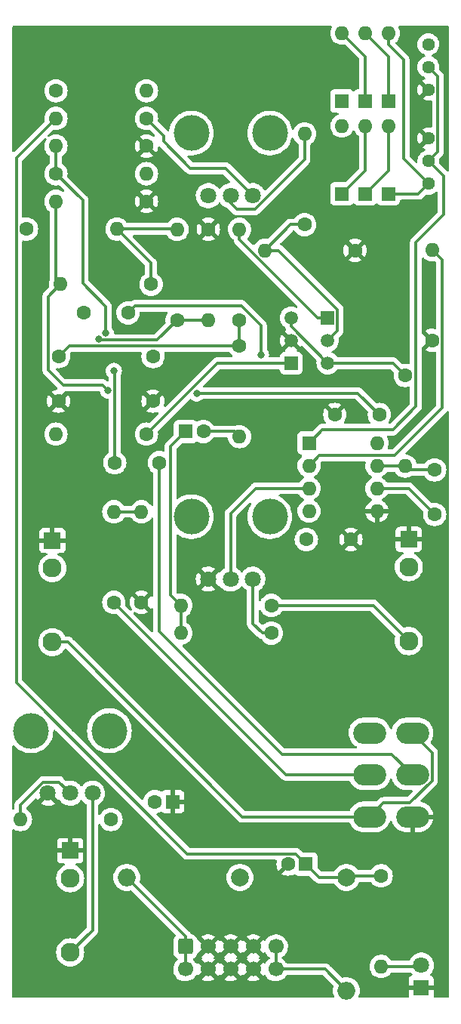
<source format=gtl>
G04 #@! TF.GenerationSoftware,KiCad,Pcbnew,(6.0.6)*
G04 #@! TF.CreationDate,2022-11-23T18:59:43+00:00*
G04 #@! TF.ProjectId,MS20-VCF,4d533230-2d56-4434-962e-6b696361645f,rev?*
G04 #@! TF.SameCoordinates,Original*
G04 #@! TF.FileFunction,Copper,L1,Top*
G04 #@! TF.FilePolarity,Positive*
%FSLAX46Y46*%
G04 Gerber Fmt 4.6, Leading zero omitted, Abs format (unit mm)*
G04 Created by KiCad (PCBNEW (6.0.6)) date 2022-11-23 18:59:43*
%MOMM*%
%LPD*%
G01*
G04 APERTURE LIST*
G04 Aperture macros list*
%AMRoundRect*
0 Rectangle with rounded corners*
0 $1 Rounding radius*
0 $2 $3 $4 $5 $6 $7 $8 $9 X,Y pos of 4 corners*
0 Add a 4 corners polygon primitive as box body*
4,1,4,$2,$3,$4,$5,$6,$7,$8,$9,$2,$3,0*
0 Add four circle primitives for the rounded corners*
1,1,$1+$1,$2,$3*
1,1,$1+$1,$4,$5*
1,1,$1+$1,$6,$7*
1,1,$1+$1,$8,$9*
0 Add four rect primitives between the rounded corners*
20,1,$1+$1,$2,$3,$4,$5,0*
20,1,$1+$1,$4,$5,$6,$7,0*
20,1,$1+$1,$6,$7,$8,$9,0*
20,1,$1+$1,$8,$9,$2,$3,0*%
G04 Aperture macros list end*
G04 #@! TA.AperFunction,ComponentPad*
%ADD10C,1.600000*%
G04 #@! TD*
G04 #@! TA.AperFunction,WasherPad*
%ADD11C,4.000000*%
G04 #@! TD*
G04 #@! TA.AperFunction,ComponentPad*
%ADD12C,1.800000*%
G04 #@! TD*
G04 #@! TA.AperFunction,ComponentPad*
%ADD13R,1.600000X1.600000*%
G04 #@! TD*
G04 #@! TA.AperFunction,ComponentPad*
%ADD14O,1.600000X1.600000*%
G04 #@! TD*
G04 #@! TA.AperFunction,ComponentPad*
%ADD15R,1.930000X1.830000*%
G04 #@! TD*
G04 #@! TA.AperFunction,ComponentPad*
%ADD16C,2.130000*%
G04 #@! TD*
G04 #@! TA.AperFunction,ComponentPad*
%ADD17R,1.500000X1.500000*%
G04 #@! TD*
G04 #@! TA.AperFunction,ComponentPad*
%ADD18C,1.500000*%
G04 #@! TD*
G04 #@! TA.AperFunction,ComponentPad*
%ADD19O,3.700000X2.400000*%
G04 #@! TD*
G04 #@! TA.AperFunction,ComponentPad*
%ADD20R,1.800000X1.800000*%
G04 #@! TD*
G04 #@! TA.AperFunction,ComponentPad*
%ADD21C,2.000000*%
G04 #@! TD*
G04 #@! TA.AperFunction,ComponentPad*
%ADD22O,2.000000X2.000000*%
G04 #@! TD*
G04 #@! TA.AperFunction,ComponentPad*
%ADD23RoundRect,0.250000X-0.600000X0.600000X-0.600000X-0.600000X0.600000X-0.600000X0.600000X0.600000X0*%
G04 #@! TD*
G04 #@! TA.AperFunction,ComponentPad*
%ADD24C,1.700000*%
G04 #@! TD*
G04 #@! TA.AperFunction,ComponentPad*
%ADD25C,1.440000*%
G04 #@! TD*
G04 #@! TA.AperFunction,ViaPad*
%ADD26C,0.800000*%
G04 #@! TD*
G04 #@! TA.AperFunction,Conductor*
%ADD27C,0.300000*%
G04 #@! TD*
G04 APERTURE END LIST*
D10*
X82900000Y-86800000D03*
X82900000Y-91800000D03*
D11*
X46400000Y-116050000D03*
X37600000Y-116050000D03*
D12*
X44500000Y-123050000D03*
X42000000Y-123050000D03*
X39500000Y-123050000D03*
D11*
X55600000Y-49050000D03*
X64400000Y-49050000D03*
D12*
X62500000Y-56050000D03*
X60000000Y-56050000D03*
X57500000Y-56050000D03*
D13*
X77700000Y-45460000D03*
D14*
X77700000Y-37840000D03*
D13*
X77700000Y-55860000D03*
D14*
X77700000Y-48240000D03*
D13*
X75100000Y-45460000D03*
D14*
X75100000Y-37840000D03*
D13*
X75100000Y-55860000D03*
D14*
X75100000Y-48240000D03*
D13*
X72500000Y-45460000D03*
D14*
X72500000Y-37840000D03*
D13*
X72500000Y-55860000D03*
D14*
X72500000Y-48240000D03*
D15*
X42000000Y-129500000D03*
D16*
X42000000Y-140900000D03*
X42000000Y-132600000D03*
D15*
X40000000Y-94720000D03*
D16*
X40000000Y-106120000D03*
X40000000Y-97820000D03*
D15*
X80000000Y-94600000D03*
D16*
X80000000Y-106000000D03*
X80000000Y-97700000D03*
D17*
X66800000Y-74840000D03*
D18*
X66800000Y-72300000D03*
X66800000Y-69760000D03*
D17*
X70900000Y-69760000D03*
D18*
X70900000Y-72300000D03*
X70900000Y-74840000D03*
D10*
X57500000Y-59840000D03*
D14*
X57500000Y-70000000D03*
D10*
X50000000Y-101660000D03*
D14*
X50000000Y-91500000D03*
D10*
X50560000Y-82800000D03*
D14*
X40400000Y-82800000D03*
D10*
X54000000Y-70000000D03*
D14*
X54000000Y-59840000D03*
D10*
X61000000Y-70000000D03*
D14*
X61000000Y-59840000D03*
D10*
X73980000Y-62200000D03*
D14*
X63820000Y-62200000D03*
D10*
X51080000Y-66000000D03*
D14*
X40920000Y-66000000D03*
D10*
X50560000Y-50500000D03*
D14*
X40400000Y-50500000D03*
D10*
X50560000Y-56700000D03*
D14*
X40400000Y-56700000D03*
D10*
X46580000Y-126000000D03*
D14*
X36420000Y-126000000D03*
D10*
X68300000Y-59300000D03*
D14*
X68300000Y-49140000D03*
D10*
X40400000Y-53600000D03*
D14*
X50560000Y-53600000D03*
D10*
X50560000Y-47400000D03*
D14*
X40400000Y-47400000D03*
D10*
X40400000Y-44300000D03*
D14*
X50560000Y-44300000D03*
D10*
X82600000Y-72280000D03*
D14*
X82600000Y-62120000D03*
D10*
X64580000Y-105100000D03*
D14*
X54420000Y-105100000D03*
D10*
X64580000Y-102000000D03*
D14*
X54420000Y-102000000D03*
D11*
X64400000Y-92050000D03*
X55600000Y-92050000D03*
D12*
X62500000Y-99050000D03*
X60000000Y-99050000D03*
X57500000Y-99050000D03*
D19*
X75600000Y-116300000D03*
X75600000Y-121000000D03*
X75600000Y-125700000D03*
X80400000Y-116300000D03*
X80400000Y-121000000D03*
X80400000Y-125700000D03*
D10*
X79600000Y-76220000D03*
D14*
X79600000Y-86380000D03*
D13*
X68800000Y-83800000D03*
D14*
X68800000Y-86340000D03*
X68800000Y-88880000D03*
X68800000Y-91420000D03*
X76420000Y-91420000D03*
X76420000Y-88880000D03*
X76420000Y-86340000D03*
X76420000Y-83800000D03*
D10*
X43500000Y-69200000D03*
X48500000Y-69200000D03*
X46900000Y-101660000D03*
D14*
X46900000Y-91500000D03*
D10*
X37100000Y-59800000D03*
D14*
X47260000Y-59800000D03*
D10*
X61000000Y-72920000D03*
D14*
X61000000Y-83080000D03*
D10*
X76700000Y-80600000D03*
X71700000Y-80600000D03*
X73500000Y-94600000D03*
X68500000Y-94600000D03*
D13*
X68455112Y-131000000D03*
D10*
X66455112Y-131000000D03*
D13*
X53500000Y-124000000D03*
D10*
X51500000Y-124000000D03*
D13*
X54944888Y-82500000D03*
D10*
X56944888Y-82500000D03*
D20*
X81400000Y-144875000D03*
D12*
X81400000Y-142335000D03*
D21*
X61050000Y-132500000D03*
D22*
X48350000Y-132500000D03*
D23*
X54925000Y-140247500D03*
D24*
X54925000Y-142787500D03*
X57465000Y-140247500D03*
X57465000Y-142787500D03*
X60005000Y-140247500D03*
X60005000Y-142787500D03*
X62545000Y-140247500D03*
X62545000Y-142787500D03*
X65085000Y-140247500D03*
X65085000Y-142787500D03*
D25*
X82200000Y-44180000D03*
X82200000Y-41640000D03*
X82200000Y-39100000D03*
X82200000Y-54720000D03*
X82200000Y-52180000D03*
X82200000Y-49640000D03*
D10*
X76900000Y-132320000D03*
D14*
X76900000Y-142480000D03*
D21*
X73000000Y-132500000D03*
D22*
X73000000Y-145200000D03*
D10*
X47000000Y-86000000D03*
X52000000Y-86000000D03*
X51300000Y-74100000D03*
X51300000Y-79100000D03*
X40700000Y-79100000D03*
X40700000Y-74100000D03*
D26*
X56195388Y-78224566D03*
X46900000Y-75700000D03*
X63400000Y-73900000D03*
X45241121Y-72150468D03*
X46250500Y-77905000D03*
X46000000Y-71500000D03*
D27*
X56219954Y-78200000D02*
X56195388Y-78224566D01*
X76900000Y-132320000D02*
X73180000Y-132320000D01*
X35950000Y-110650000D02*
X35950000Y-51850000D01*
X69955112Y-132500000D02*
X68455112Y-131000000D01*
X74300000Y-78200000D02*
X56219954Y-78200000D01*
X73000000Y-132500000D02*
X69955112Y-132500000D01*
X35950000Y-51850000D02*
X40400000Y-47400000D01*
X73180000Y-132320000D02*
X73000000Y-132500000D01*
X67305112Y-129850000D02*
X55150000Y-129850000D01*
X55150000Y-129850000D02*
X35950000Y-110650000D01*
X68455112Y-131000000D02*
X67305112Y-129850000D01*
X76700000Y-80600000D02*
X74300000Y-78200000D01*
X41880000Y-72920000D02*
X61000000Y-72920000D01*
X40700000Y-74100000D02*
X41880000Y-72920000D01*
X61000000Y-70000000D02*
X61000000Y-72920000D01*
X79600000Y-86380000D02*
X76460000Y-86380000D01*
X82900000Y-86800000D02*
X80020000Y-86800000D01*
X80020000Y-86800000D02*
X79600000Y-86380000D01*
X76460000Y-86380000D02*
X76420000Y-86340000D01*
X47000000Y-75800000D02*
X46900000Y-75700000D01*
X47000000Y-86000000D02*
X47000000Y-75800000D01*
X60420000Y-82500000D02*
X61000000Y-83080000D01*
X56944888Y-82500000D02*
X60420000Y-82500000D01*
X77700000Y-48240000D02*
X77700000Y-53260000D01*
X77700000Y-53260000D02*
X75100000Y-55860000D01*
X53960000Y-59800000D02*
X54000000Y-59840000D01*
X47260000Y-59800000D02*
X53960000Y-59800000D01*
X51080000Y-66000000D02*
X51080000Y-63620000D01*
X51080000Y-63620000D02*
X47260000Y-59800000D01*
X82200000Y-52180000D02*
X83270000Y-51110000D01*
X78199311Y-82300689D02*
X70299311Y-82300689D01*
X80800000Y-79700000D02*
X78199311Y-82300689D01*
X49299999Y-68400001D02*
X61200001Y-68400001D01*
X83270000Y-42710000D02*
X82200000Y-41640000D01*
X83270000Y-51110000D02*
X83270000Y-42710000D01*
X70299311Y-82300689D02*
X68800000Y-83800000D01*
X80800000Y-61300000D02*
X80800000Y-79700000D01*
X82200000Y-52180000D02*
X83900000Y-53880000D01*
X63400000Y-70600000D02*
X63400000Y-73900000D01*
X48500000Y-69200000D02*
X49299999Y-68400001D01*
X83900000Y-53880000D02*
X83900000Y-58200000D01*
X61200001Y-68400001D02*
X63400000Y-70600000D01*
X83900000Y-58200000D02*
X80800000Y-61300000D01*
X76420000Y-88880000D02*
X79980000Y-88880000D01*
X69753654Y-69760000D02*
X61000000Y-61006346D01*
X70900000Y-69760000D02*
X69753654Y-69760000D01*
X61000000Y-61006346D02*
X61000000Y-59840000D01*
X79980000Y-88880000D02*
X82900000Y-91800000D01*
X80400000Y-121000000D02*
X78100000Y-118700000D01*
X52000000Y-104900000D02*
X52000000Y-86000000D01*
X65800000Y-118700000D02*
X52000000Y-104900000D01*
X78100000Y-118700000D02*
X65800000Y-118700000D01*
X54420000Y-102000000D02*
X53250000Y-100830000D01*
X53250000Y-84194888D02*
X54944888Y-82500000D01*
X53250000Y-100830000D02*
X53250000Y-84194888D01*
X54420000Y-105100000D02*
X54420000Y-102000000D01*
X38982233Y-121800000D02*
X40750000Y-121800000D01*
X36420000Y-126000000D02*
X36420000Y-124362233D01*
X40750000Y-121800000D02*
X42000000Y-123050000D01*
X36420000Y-124362233D02*
X38982233Y-121800000D01*
X44500000Y-138400000D02*
X42000000Y-140900000D01*
X44500000Y-123050000D02*
X44500000Y-138400000D01*
X50560000Y-47400000D02*
X52500000Y-49340000D01*
X59450000Y-53000000D02*
X62500000Y-56050000D01*
X52500000Y-50000000D02*
X55500000Y-53000000D01*
X52500000Y-49340000D02*
X52500000Y-50000000D01*
X55500000Y-53000000D02*
X59450000Y-53000000D01*
X68300000Y-49140000D02*
X68300000Y-52017767D01*
X68300000Y-52017767D02*
X62717767Y-57600000D01*
X62717767Y-57600000D02*
X60700000Y-57600000D01*
X60000000Y-56050000D02*
X60000000Y-56900000D01*
X60000000Y-56900000D02*
X60700000Y-57600000D01*
X76900000Y-142480000D02*
X81255000Y-142480000D01*
X81255000Y-142480000D02*
X81400000Y-142335000D01*
X77700000Y-39100000D02*
X77700000Y-37840000D01*
X79400000Y-51920000D02*
X79400000Y-40800000D01*
X77700000Y-55860000D02*
X81060000Y-55860000D01*
X81060000Y-55860000D02*
X82200000Y-54720000D01*
X79400000Y-40800000D02*
X77700000Y-39100000D01*
X82200000Y-54720000D02*
X79400000Y-51920000D01*
X77700000Y-40440000D02*
X75100000Y-37840000D01*
X77700000Y-45460000D02*
X77700000Y-40440000D01*
X75100000Y-45460000D02*
X75100000Y-40440000D01*
X75100000Y-40440000D02*
X72500000Y-37840000D01*
X75100000Y-48240000D02*
X75100000Y-53260000D01*
X75100000Y-53260000D02*
X72500000Y-55860000D01*
X83750000Y-63270000D02*
X83750000Y-79850000D01*
X82600000Y-62120000D02*
X83750000Y-63270000D01*
X83750000Y-79850000D02*
X78410000Y-85190000D01*
X69950000Y-85190000D02*
X68800000Y-86340000D01*
X78410000Y-85190000D02*
X69950000Y-85190000D01*
X70587500Y-142787500D02*
X73000000Y-145200000D01*
X65085000Y-142787500D02*
X70587500Y-142787500D01*
X65085000Y-140247500D02*
X65085000Y-142787500D01*
X54925000Y-140247500D02*
X54925000Y-139075000D01*
X54925000Y-139075000D02*
X48350000Y-132500000D01*
X54925000Y-140247500D02*
X54925000Y-142787500D01*
X66240000Y-121000000D02*
X46900000Y-101660000D01*
X75600000Y-121000000D02*
X66240000Y-121000000D01*
X65400000Y-62200000D02*
X63820000Y-62200000D01*
X66720000Y-59300000D02*
X63820000Y-62200000D01*
X68300000Y-59300000D02*
X66720000Y-59300000D01*
X70900000Y-72300000D02*
X72000000Y-71200000D01*
X72000000Y-71200000D02*
X72000000Y-68800000D01*
X72000000Y-68800000D02*
X65400000Y-62200000D01*
X60000000Y-91700000D02*
X60000000Y-99050000D01*
X68800000Y-88880000D02*
X62820000Y-88880000D01*
X62820000Y-88880000D02*
X60000000Y-91700000D01*
X75600000Y-125700000D02*
X77150000Y-124150000D01*
X82600000Y-121642031D02*
X82600000Y-118500000D01*
X40000000Y-106120000D02*
X41720000Y-106120000D01*
X61300000Y-125700000D02*
X75600000Y-125700000D01*
X41720000Y-106120000D02*
X61300000Y-125700000D01*
X82600000Y-118500000D02*
X80400000Y-116300000D01*
X77150000Y-124150000D02*
X80092031Y-124150000D01*
X80092031Y-124150000D02*
X82600000Y-121642031D01*
X76000000Y-102000000D02*
X64580000Y-102000000D01*
X80000000Y-106000000D02*
X76000000Y-102000000D01*
X50560000Y-82800000D02*
X58520000Y-74840000D01*
X58520000Y-74840000D02*
X66800000Y-74840000D01*
X70900000Y-74840000D02*
X78220000Y-74840000D01*
X70900000Y-74840000D02*
X66800000Y-70740000D01*
X66800000Y-70740000D02*
X66800000Y-69760000D01*
X78220000Y-74840000D02*
X79600000Y-76220000D01*
X57500000Y-70000000D02*
X54000000Y-70000000D01*
X45241121Y-72150468D02*
X45340653Y-72250000D01*
X51750000Y-72250000D02*
X54000000Y-70000000D01*
X45340653Y-72250000D02*
X51750000Y-72250000D01*
X50000000Y-91500000D02*
X46900000Y-91500000D01*
X45645500Y-77300000D02*
X41200000Y-77300000D01*
X41200000Y-77300000D02*
X39550000Y-75650000D01*
X39550000Y-75650000D02*
X39550000Y-67370000D01*
X40400000Y-65480000D02*
X40920000Y-66000000D01*
X39550000Y-67370000D02*
X40920000Y-66000000D01*
X40400000Y-56700000D02*
X40400000Y-65480000D01*
X46250500Y-77905000D02*
X45645500Y-77300000D01*
X46000000Y-68500000D02*
X43400000Y-65900000D01*
X43400000Y-56600000D02*
X40400000Y-53600000D01*
X46000000Y-71500000D02*
X46000000Y-68500000D01*
X43400000Y-65900000D02*
X43400000Y-56600000D01*
X40400000Y-53600000D02*
X40400000Y-50500000D01*
X63550000Y-105100000D02*
X64580000Y-105100000D01*
X62500000Y-104050000D02*
X63550000Y-105100000D01*
X62500000Y-99050000D02*
X62500000Y-104050000D01*
G04 #@! TA.AperFunction,Conductor*
G36*
X39251865Y-49583560D02*
G01*
X39308701Y-49626107D01*
X39333512Y-49692627D01*
X39318421Y-49762001D01*
X39311046Y-49773886D01*
X39265637Y-49838737D01*
X39265633Y-49838743D01*
X39262477Y-49843251D01*
X39260154Y-49848233D01*
X39260151Y-49848238D01*
X39170064Y-50041432D01*
X39165716Y-50050757D01*
X39164294Y-50056065D01*
X39164293Y-50056067D01*
X39115363Y-50238675D01*
X39106457Y-50271913D01*
X39086502Y-50500000D01*
X39106457Y-50728087D01*
X39107881Y-50733400D01*
X39107881Y-50733402D01*
X39155395Y-50910723D01*
X39165716Y-50949243D01*
X39168039Y-50954224D01*
X39168039Y-50954225D01*
X39260151Y-51151762D01*
X39260154Y-51151767D01*
X39262477Y-51156749D01*
X39320220Y-51239214D01*
X39389800Y-51338584D01*
X39393802Y-51344300D01*
X39555700Y-51506198D01*
X39560208Y-51509355D01*
X39560211Y-51509357D01*
X39617029Y-51549141D01*
X39687772Y-51598676D01*
X39732099Y-51654132D01*
X39741500Y-51701888D01*
X39741500Y-52398112D01*
X39721498Y-52466233D01*
X39687772Y-52501324D01*
X39649109Y-52528396D01*
X39560211Y-52590643D01*
X39560208Y-52590645D01*
X39555700Y-52593802D01*
X39393802Y-52755700D01*
X39262477Y-52943251D01*
X39260154Y-52948233D01*
X39260151Y-52948238D01*
X39224755Y-53024146D01*
X39165716Y-53150757D01*
X39164294Y-53156065D01*
X39164293Y-53156067D01*
X39117346Y-53331274D01*
X39106457Y-53371913D01*
X39086502Y-53600000D01*
X39106457Y-53828087D01*
X39107881Y-53833400D01*
X39107881Y-53833402D01*
X39148600Y-53985364D01*
X39165716Y-54049243D01*
X39168039Y-54054224D01*
X39168039Y-54054225D01*
X39260151Y-54251762D01*
X39260154Y-54251767D01*
X39262477Y-54256749D01*
X39393802Y-54444300D01*
X39555700Y-54606198D01*
X39560208Y-54609355D01*
X39560211Y-54609357D01*
X39617057Y-54649161D01*
X39743251Y-54737523D01*
X39748233Y-54739846D01*
X39748238Y-54739849D01*
X39945775Y-54831961D01*
X39950757Y-54834284D01*
X39956065Y-54835706D01*
X39956067Y-54835707D01*
X40166598Y-54892119D01*
X40166600Y-54892119D01*
X40171913Y-54893543D01*
X40400000Y-54913498D01*
X40628087Y-54893543D01*
X40635766Y-54891485D01*
X40663659Y-54884012D01*
X40734635Y-54885702D01*
X40785364Y-54916624D01*
X41287477Y-55418737D01*
X41321503Y-55481049D01*
X41316438Y-55551864D01*
X41273891Y-55608700D01*
X41207371Y-55633511D01*
X41137997Y-55618420D01*
X41126111Y-55611045D01*
X41113188Y-55601996D01*
X41056749Y-55562477D01*
X41051767Y-55560154D01*
X41051762Y-55560151D01*
X40854225Y-55468039D01*
X40854224Y-55468039D01*
X40849243Y-55465716D01*
X40843935Y-55464294D01*
X40843933Y-55464293D01*
X40633402Y-55407881D01*
X40633400Y-55407881D01*
X40628087Y-55406457D01*
X40400000Y-55386502D01*
X40171913Y-55406457D01*
X40166600Y-55407881D01*
X40166598Y-55407881D01*
X39956067Y-55464293D01*
X39956065Y-55464294D01*
X39950757Y-55465716D01*
X39945776Y-55468039D01*
X39945775Y-55468039D01*
X39748238Y-55560151D01*
X39748233Y-55560154D01*
X39743251Y-55562477D01*
X39652941Y-55625713D01*
X39560211Y-55690643D01*
X39560208Y-55690645D01*
X39555700Y-55693802D01*
X39393802Y-55855700D01*
X39390645Y-55860208D01*
X39390643Y-55860211D01*
X39376615Y-55880245D01*
X39262477Y-56043251D01*
X39260154Y-56048233D01*
X39260151Y-56048238D01*
X39171634Y-56238066D01*
X39165716Y-56250757D01*
X39164294Y-56256065D01*
X39164293Y-56256067D01*
X39107881Y-56466598D01*
X39106457Y-56471913D01*
X39086502Y-56700000D01*
X39106457Y-56928087D01*
X39107881Y-56933400D01*
X39107881Y-56933402D01*
X39161228Y-57132492D01*
X39165716Y-57149243D01*
X39168039Y-57154224D01*
X39168039Y-57154225D01*
X39260151Y-57351762D01*
X39260154Y-57351767D01*
X39262477Y-57356749D01*
X39393802Y-57544300D01*
X39555700Y-57706198D01*
X39560208Y-57709355D01*
X39560211Y-57709357D01*
X39618315Y-57750042D01*
X39687772Y-57798676D01*
X39732099Y-57854132D01*
X39741500Y-57901888D01*
X39741500Y-65397944D01*
X39740941Y-65409795D01*
X39740940Y-65409807D01*
X39739212Y-65417537D01*
X39739294Y-65420151D01*
X39729073Y-65457778D01*
X39685716Y-65550757D01*
X39684294Y-65556065D01*
X39684293Y-65556067D01*
X39627881Y-65766598D01*
X39626457Y-65771913D01*
X39606502Y-66000000D01*
X39626457Y-66228087D01*
X39627881Y-66233402D01*
X39627882Y-66233405D01*
X39635988Y-66263659D01*
X39634298Y-66334635D01*
X39603376Y-66385364D01*
X39142395Y-66846345D01*
X39133615Y-66854335D01*
X39133613Y-66854337D01*
X39126920Y-66858584D01*
X39121494Y-66864362D01*
X39121493Y-66864363D01*
X39078396Y-66910257D01*
X39075641Y-66913099D01*
X39055073Y-66933667D01*
X39052356Y-66937170D01*
X39044648Y-66946195D01*
X39013028Y-66979867D01*
X39009207Y-66986818D01*
X39009206Y-66986819D01*
X39002697Y-66998658D01*
X38991843Y-67015182D01*
X38984018Y-67025271D01*
X38978696Y-67032132D01*
X38975549Y-67039404D01*
X38975548Y-67039406D01*
X38960346Y-67074535D01*
X38955124Y-67085195D01*
X38932876Y-67125663D01*
X38927541Y-67146441D01*
X38921142Y-67165131D01*
X38912620Y-67184824D01*
X38911380Y-67192655D01*
X38905394Y-67230448D01*
X38902987Y-67242071D01*
X38891500Y-67286812D01*
X38891500Y-67308259D01*
X38889949Y-67327969D01*
X38886594Y-67349152D01*
X38887340Y-67357043D01*
X38890941Y-67395138D01*
X38891500Y-67406996D01*
X38891500Y-75567944D01*
X38890941Y-75579800D01*
X38889212Y-75587537D01*
X38889461Y-75595459D01*
X38891438Y-75658369D01*
X38891500Y-75662327D01*
X38891500Y-75691432D01*
X38892056Y-75695832D01*
X38892988Y-75707664D01*
X38894438Y-75753831D01*
X38896650Y-75761444D01*
X38896650Y-75761445D01*
X38900419Y-75774416D01*
X38904430Y-75793782D01*
X38907118Y-75815064D01*
X38910034Y-75822429D01*
X38910035Y-75822433D01*
X38924126Y-75858021D01*
X38927965Y-75869231D01*
X38940855Y-75913600D01*
X38951775Y-75932065D01*
X38960466Y-75949805D01*
X38968365Y-75969756D01*
X38995516Y-76007126D01*
X39002033Y-76017048D01*
X39021507Y-76049977D01*
X39021510Y-76049981D01*
X39025547Y-76056807D01*
X39040711Y-76071971D01*
X39053551Y-76087004D01*
X39066159Y-76104357D01*
X39101752Y-76133802D01*
X39110532Y-76141792D01*
X39854518Y-76885777D01*
X40560194Y-77591453D01*
X40594219Y-77653765D01*
X40589155Y-77724580D01*
X40546608Y-77781416D01*
X40482083Y-77806068D01*
X40477490Y-77806470D01*
X40466688Y-77808375D01*
X40256239Y-77864764D01*
X40245947Y-77868510D01*
X40048489Y-77960586D01*
X40038994Y-77966069D01*
X39986952Y-78002509D01*
X39978576Y-78012988D01*
X39985644Y-78026434D01*
X40687188Y-78727978D01*
X40701132Y-78735592D01*
X40702965Y-78735461D01*
X40709580Y-78731210D01*
X41415079Y-78025711D01*
X41415952Y-78024112D01*
X41466155Y-77973911D01*
X41526538Y-77958500D01*
X45229168Y-77958500D01*
X45297289Y-77978502D01*
X45343782Y-78032158D01*
X45354478Y-78071330D01*
X45356958Y-78094928D01*
X45415973Y-78276556D01*
X45511460Y-78441944D01*
X45639247Y-78583866D01*
X45793748Y-78696118D01*
X45799776Y-78698802D01*
X45799778Y-78698803D01*
X45865307Y-78727978D01*
X45968212Y-78773794D01*
X46061613Y-78793647D01*
X46148556Y-78812128D01*
X46148561Y-78812128D01*
X46155013Y-78813500D01*
X46215500Y-78813500D01*
X46283621Y-78833502D01*
X46330114Y-78887158D01*
X46341500Y-78939500D01*
X46341500Y-84798112D01*
X46321498Y-84866233D01*
X46287772Y-84901324D01*
X46218315Y-84949958D01*
X46160211Y-84990643D01*
X46160208Y-84990645D01*
X46155700Y-84993802D01*
X45993802Y-85155700D01*
X45862477Y-85343251D01*
X45860154Y-85348233D01*
X45860151Y-85348238D01*
X45786373Y-85506457D01*
X45765716Y-85550757D01*
X45764294Y-85556065D01*
X45764293Y-85556067D01*
X45731422Y-85678743D01*
X45706457Y-85771913D01*
X45686502Y-86000000D01*
X45706457Y-86228087D01*
X45707881Y-86233400D01*
X45707881Y-86233402D01*
X45739327Y-86350757D01*
X45765716Y-86449243D01*
X45768039Y-86454224D01*
X45768039Y-86454225D01*
X45860151Y-86651762D01*
X45860154Y-86651767D01*
X45862477Y-86656749D01*
X45865634Y-86661257D01*
X45955251Y-86789243D01*
X45993802Y-86844300D01*
X46155700Y-87006198D01*
X46160208Y-87009355D01*
X46160211Y-87009357D01*
X46194551Y-87033402D01*
X46343251Y-87137523D01*
X46348233Y-87139846D01*
X46348238Y-87139849D01*
X46433891Y-87179789D01*
X46550757Y-87234284D01*
X46556065Y-87235706D01*
X46556067Y-87235707D01*
X46766598Y-87292119D01*
X46766600Y-87292119D01*
X46771913Y-87293543D01*
X47000000Y-87313498D01*
X47228087Y-87293543D01*
X47233400Y-87292119D01*
X47233402Y-87292119D01*
X47443933Y-87235707D01*
X47443935Y-87235706D01*
X47449243Y-87234284D01*
X47566109Y-87179789D01*
X47651762Y-87139849D01*
X47651767Y-87139846D01*
X47656749Y-87137523D01*
X47805449Y-87033402D01*
X47839789Y-87009357D01*
X47839792Y-87009355D01*
X47844300Y-87006198D01*
X48006198Y-86844300D01*
X48044750Y-86789243D01*
X48134366Y-86661257D01*
X48137523Y-86656749D01*
X48139846Y-86651767D01*
X48139849Y-86651762D01*
X48231961Y-86454225D01*
X48231961Y-86454224D01*
X48234284Y-86449243D01*
X48260674Y-86350757D01*
X48292119Y-86233402D01*
X48292119Y-86233400D01*
X48293543Y-86228087D01*
X48313498Y-86000000D01*
X48293543Y-85771913D01*
X48268578Y-85678743D01*
X48235707Y-85556067D01*
X48235706Y-85556065D01*
X48234284Y-85550757D01*
X48213627Y-85506457D01*
X48139849Y-85348238D01*
X48139846Y-85348233D01*
X48137523Y-85343251D01*
X48006198Y-85155700D01*
X47844300Y-84993802D01*
X47839792Y-84990645D01*
X47839789Y-84990643D01*
X47781685Y-84949958D01*
X47712228Y-84901324D01*
X47667901Y-84845868D01*
X47658500Y-84798112D01*
X47658500Y-79105475D01*
X49987483Y-79105475D01*
X50006472Y-79322519D01*
X50008375Y-79333312D01*
X50064764Y-79543761D01*
X50068510Y-79554053D01*
X50160586Y-79751511D01*
X50166069Y-79761006D01*
X50202509Y-79813048D01*
X50212988Y-79821424D01*
X50226434Y-79814356D01*
X50927978Y-79112812D01*
X50935592Y-79098868D01*
X50935461Y-79097035D01*
X50931210Y-79090420D01*
X50225713Y-78384923D01*
X50213938Y-78378493D01*
X50201923Y-78387789D01*
X50166069Y-78438994D01*
X50160586Y-78448489D01*
X50068510Y-78645947D01*
X50064764Y-78656239D01*
X50008375Y-78866688D01*
X50006472Y-78877481D01*
X49987483Y-79094525D01*
X49987483Y-79105475D01*
X47658500Y-79105475D01*
X47658500Y-78012988D01*
X50578576Y-78012988D01*
X50585644Y-78026434D01*
X51287188Y-78727978D01*
X51301132Y-78735592D01*
X51302965Y-78735461D01*
X51309580Y-78731210D01*
X52015077Y-78025713D01*
X52021507Y-78013938D01*
X52012211Y-78001923D01*
X51961006Y-77966069D01*
X51951511Y-77960586D01*
X51754053Y-77868510D01*
X51743761Y-77864764D01*
X51533312Y-77808375D01*
X51522519Y-77806472D01*
X51305475Y-77787483D01*
X51294525Y-77787483D01*
X51077481Y-77806472D01*
X51066688Y-77808375D01*
X50856239Y-77864764D01*
X50845947Y-77868510D01*
X50648489Y-77960586D01*
X50638994Y-77966069D01*
X50586952Y-78002509D01*
X50578576Y-78012988D01*
X47658500Y-78012988D01*
X47658500Y-76236999D01*
X47675381Y-76173999D01*
X47731223Y-76077279D01*
X47731224Y-76077278D01*
X47734527Y-76071556D01*
X47793542Y-75889928D01*
X47799354Y-75834636D01*
X47812814Y-75706565D01*
X47813504Y-75700000D01*
X47804532Y-75614639D01*
X47794232Y-75516635D01*
X47794232Y-75516633D01*
X47793542Y-75510072D01*
X47734527Y-75328444D01*
X47639040Y-75163056D01*
X47511253Y-75021134D01*
X47410864Y-74948197D01*
X47362094Y-74912763D01*
X47362093Y-74912762D01*
X47356752Y-74908882D01*
X47350724Y-74906198D01*
X47350722Y-74906197D01*
X47188319Y-74833891D01*
X47188318Y-74833891D01*
X47182288Y-74831206D01*
X47088888Y-74811353D01*
X47001944Y-74792872D01*
X47001939Y-74792872D01*
X46995487Y-74791500D01*
X46804513Y-74791500D01*
X46798061Y-74792872D01*
X46798056Y-74792872D01*
X46711112Y-74811353D01*
X46617712Y-74831206D01*
X46611682Y-74833891D01*
X46611681Y-74833891D01*
X46449278Y-74906197D01*
X46449276Y-74906198D01*
X46443248Y-74908882D01*
X46437907Y-74912762D01*
X46437906Y-74912763D01*
X46389136Y-74948197D01*
X46288747Y-75021134D01*
X46160960Y-75163056D01*
X46065473Y-75328444D01*
X46006458Y-75510072D01*
X46005768Y-75516633D01*
X46005768Y-75516635D01*
X45995468Y-75614639D01*
X45986496Y-75700000D01*
X45987186Y-75706565D01*
X46000647Y-75834636D01*
X46006458Y-75889928D01*
X46065473Y-76071556D01*
X46068776Y-76077278D01*
X46068777Y-76077279D01*
X46080816Y-76098131D01*
X46160960Y-76236944D01*
X46288747Y-76378866D01*
X46294091Y-76382749D01*
X46298998Y-76387167D01*
X46297112Y-76389262D01*
X46332900Y-76435641D01*
X46341500Y-76481393D01*
X46341500Y-76759087D01*
X46321498Y-76827208D01*
X46267842Y-76873701D01*
X46197568Y-76883805D01*
X46129247Y-76850937D01*
X46105242Y-76828395D01*
X46102400Y-76825640D01*
X46081833Y-76805073D01*
X46078326Y-76802353D01*
X46069304Y-76794647D01*
X46041413Y-76768456D01*
X46035633Y-76763028D01*
X46028681Y-76759206D01*
X46016842Y-76752697D01*
X46000318Y-76741843D01*
X45989632Y-76733555D01*
X45983368Y-76728696D01*
X45976096Y-76725549D01*
X45976094Y-76725548D01*
X45940965Y-76710346D01*
X45930305Y-76705124D01*
X45896784Y-76686695D01*
X45896782Y-76686694D01*
X45889837Y-76682876D01*
X45869059Y-76677541D01*
X45850369Y-76671142D01*
X45830676Y-76662620D01*
X45785052Y-76655394D01*
X45773429Y-76652987D01*
X45745428Y-76645798D01*
X45728688Y-76641500D01*
X45707241Y-76641500D01*
X45687531Y-76639949D01*
X45674177Y-76637834D01*
X45666348Y-76636594D01*
X45620359Y-76640941D01*
X45608504Y-76641500D01*
X41524949Y-76641500D01*
X41456828Y-76621498D01*
X41435854Y-76604595D01*
X40843193Y-76011934D01*
X40445897Y-75614637D01*
X40411872Y-75552327D01*
X40416937Y-75481512D01*
X40459484Y-75424676D01*
X40526004Y-75399865D01*
X40545974Y-75400023D01*
X40694524Y-75413019D01*
X40694525Y-75413019D01*
X40700000Y-75413498D01*
X40928087Y-75393543D01*
X40933400Y-75392119D01*
X40933402Y-75392119D01*
X41143933Y-75335707D01*
X41143935Y-75335706D01*
X41149243Y-75334284D01*
X41191501Y-75314579D01*
X41351762Y-75239849D01*
X41351767Y-75239846D01*
X41356749Y-75237523D01*
X41470108Y-75158148D01*
X41539789Y-75109357D01*
X41539792Y-75109355D01*
X41544300Y-75106198D01*
X41706198Y-74944300D01*
X41713202Y-74934298D01*
X41779230Y-74840000D01*
X41837523Y-74756749D01*
X41839846Y-74751767D01*
X41839849Y-74751762D01*
X41931961Y-74554225D01*
X41931961Y-74554224D01*
X41934284Y-74549243D01*
X41983102Y-74367055D01*
X41992119Y-74333402D01*
X41992119Y-74333400D01*
X41993543Y-74328087D01*
X42013498Y-74100000D01*
X41993543Y-73871913D01*
X41985875Y-73843295D01*
X41984012Y-73836341D01*
X41985702Y-73765365D01*
X42016624Y-73714636D01*
X42115855Y-73615405D01*
X42178167Y-73581379D01*
X42204950Y-73578500D01*
X49920870Y-73578500D01*
X49988991Y-73598502D01*
X50035484Y-73652158D01*
X50045588Y-73722432D01*
X50042577Y-73737111D01*
X50014125Y-73843295D01*
X50006457Y-73871913D01*
X49986502Y-74100000D01*
X50006457Y-74328087D01*
X50007881Y-74333400D01*
X50007881Y-74333402D01*
X50016899Y-74367055D01*
X50065716Y-74549243D01*
X50068039Y-74554224D01*
X50068039Y-74554225D01*
X50160151Y-74751762D01*
X50160154Y-74751767D01*
X50162477Y-74756749D01*
X50220770Y-74840000D01*
X50286799Y-74934298D01*
X50293802Y-74944300D01*
X50455700Y-75106198D01*
X50460208Y-75109355D01*
X50460211Y-75109357D01*
X50529892Y-75158148D01*
X50643251Y-75237523D01*
X50648233Y-75239846D01*
X50648238Y-75239849D01*
X50808499Y-75314579D01*
X50850757Y-75334284D01*
X50856065Y-75335706D01*
X50856067Y-75335707D01*
X51066598Y-75392119D01*
X51066600Y-75392119D01*
X51071913Y-75393543D01*
X51300000Y-75413498D01*
X51528087Y-75393543D01*
X51533400Y-75392119D01*
X51533402Y-75392119D01*
X51743933Y-75335707D01*
X51743935Y-75335706D01*
X51749243Y-75334284D01*
X51791501Y-75314579D01*
X51951762Y-75239849D01*
X51951767Y-75239846D01*
X51956749Y-75237523D01*
X52070108Y-75158148D01*
X52139789Y-75109357D01*
X52139792Y-75109355D01*
X52144300Y-75106198D01*
X52306198Y-74944300D01*
X52313202Y-74934298D01*
X52379230Y-74840000D01*
X52437523Y-74756749D01*
X52439846Y-74751767D01*
X52439849Y-74751762D01*
X52531961Y-74554225D01*
X52531961Y-74554224D01*
X52534284Y-74549243D01*
X52583102Y-74367055D01*
X52592119Y-74333402D01*
X52592119Y-74333400D01*
X52593543Y-74328087D01*
X52613498Y-74100000D01*
X52593543Y-73871913D01*
X52585875Y-73843295D01*
X52557423Y-73737111D01*
X52559113Y-73666135D01*
X52598907Y-73607339D01*
X52664171Y-73579391D01*
X52679130Y-73578500D01*
X59798112Y-73578500D01*
X59866233Y-73598502D01*
X59901324Y-73632228D01*
X59915279Y-73652158D01*
X59983160Y-73749101D01*
X59993802Y-73764300D01*
X60155700Y-73926198D01*
X60160208Y-73929355D01*
X60160211Y-73929357D01*
X60192959Y-73952287D01*
X60237287Y-74007744D01*
X60244596Y-74078363D01*
X60212565Y-74141724D01*
X60151364Y-74177709D01*
X60120688Y-74181500D01*
X58602056Y-74181500D01*
X58590200Y-74180941D01*
X58590197Y-74180941D01*
X58582463Y-74179212D01*
X58527446Y-74180941D01*
X58511631Y-74181438D01*
X58507673Y-74181500D01*
X58478568Y-74181500D01*
X58474168Y-74182056D01*
X58462336Y-74182988D01*
X58416169Y-74184438D01*
X58395579Y-74190420D01*
X58376218Y-74194430D01*
X58369230Y-74195312D01*
X58362796Y-74196125D01*
X58362795Y-74196125D01*
X58354936Y-74197118D01*
X58347571Y-74200034D01*
X58347567Y-74200035D01*
X58311979Y-74214126D01*
X58300769Y-74217965D01*
X58256400Y-74230855D01*
X58237935Y-74241775D01*
X58220195Y-74250466D01*
X58200244Y-74258365D01*
X58162874Y-74285516D01*
X58152952Y-74292033D01*
X58120023Y-74311507D01*
X58120019Y-74311510D01*
X58113193Y-74315547D01*
X58098029Y-74330711D01*
X58082996Y-74343551D01*
X58065643Y-74356159D01*
X58055520Y-74368396D01*
X58036198Y-74391752D01*
X58028208Y-74400532D01*
X52736910Y-79691830D01*
X52674598Y-79725856D01*
X52603783Y-79720791D01*
X52546947Y-79678244D01*
X52522136Y-79611724D01*
X52531681Y-79559981D01*
X52529607Y-79559226D01*
X52535236Y-79543761D01*
X52591625Y-79333312D01*
X52593528Y-79322519D01*
X52612517Y-79105475D01*
X52612517Y-79094525D01*
X52593528Y-78877481D01*
X52591625Y-78866688D01*
X52535236Y-78656239D01*
X52531490Y-78645947D01*
X52439414Y-78448489D01*
X52433931Y-78438994D01*
X52397491Y-78386952D01*
X52387012Y-78378576D01*
X52373566Y-78385644D01*
X50584923Y-80174287D01*
X50578493Y-80186062D01*
X50587789Y-80198077D01*
X50638994Y-80233931D01*
X50648489Y-80239414D01*
X50845947Y-80331490D01*
X50856239Y-80335236D01*
X51066688Y-80391625D01*
X51077481Y-80393528D01*
X51294525Y-80412517D01*
X51305475Y-80412517D01*
X51522519Y-80393528D01*
X51533312Y-80391625D01*
X51743761Y-80335236D01*
X51759226Y-80329607D01*
X51760099Y-80332006D01*
X51819689Y-80322961D01*
X51884499Y-80351947D01*
X51923349Y-80411371D01*
X51923905Y-80482365D01*
X51891830Y-80536910D01*
X50945364Y-81483376D01*
X50883052Y-81517402D01*
X50823659Y-81515988D01*
X50793405Y-81507882D01*
X50788087Y-81506457D01*
X50560000Y-81486502D01*
X50331913Y-81506457D01*
X50326600Y-81507881D01*
X50326598Y-81507881D01*
X50116067Y-81564293D01*
X50116065Y-81564294D01*
X50110757Y-81565716D01*
X50105776Y-81568039D01*
X50105775Y-81568039D01*
X49908238Y-81660151D01*
X49908233Y-81660154D01*
X49903251Y-81662477D01*
X49822451Y-81719054D01*
X49720211Y-81790643D01*
X49720208Y-81790645D01*
X49715700Y-81793802D01*
X49553802Y-81955700D01*
X49422477Y-82143251D01*
X49420154Y-82148233D01*
X49420151Y-82148238D01*
X49377264Y-82240211D01*
X49325716Y-82350757D01*
X49324294Y-82356065D01*
X49324293Y-82356067D01*
X49273338Y-82546233D01*
X49266457Y-82571913D01*
X49246502Y-82800000D01*
X49266457Y-83028087D01*
X49325716Y-83249243D01*
X49328039Y-83254224D01*
X49328039Y-83254225D01*
X49420151Y-83451762D01*
X49420154Y-83451767D01*
X49422477Y-83456749D01*
X49495902Y-83561611D01*
X49549057Y-83637523D01*
X49553802Y-83644300D01*
X49715700Y-83806198D01*
X49720208Y-83809355D01*
X49720211Y-83809357D01*
X49725441Y-83813019D01*
X49903251Y-83937523D01*
X49908233Y-83939846D01*
X49908238Y-83939849D01*
X50085715Y-84022607D01*
X50110757Y-84034284D01*
X50116065Y-84035706D01*
X50116067Y-84035707D01*
X50326598Y-84092119D01*
X50326600Y-84092119D01*
X50331913Y-84093543D01*
X50560000Y-84113498D01*
X50788087Y-84093543D01*
X50793400Y-84092119D01*
X50793402Y-84092119D01*
X51003933Y-84035707D01*
X51003935Y-84035706D01*
X51009243Y-84034284D01*
X51034285Y-84022607D01*
X51211762Y-83939849D01*
X51211767Y-83939846D01*
X51216749Y-83937523D01*
X51394559Y-83813019D01*
X51399789Y-83809357D01*
X51399792Y-83809355D01*
X51404300Y-83806198D01*
X51566198Y-83644300D01*
X51570944Y-83637523D01*
X51624098Y-83561611D01*
X51697523Y-83456749D01*
X51699846Y-83451767D01*
X51699849Y-83451762D01*
X51791961Y-83254225D01*
X51791961Y-83254224D01*
X51794284Y-83249243D01*
X51853543Y-83028087D01*
X51873498Y-82800000D01*
X51853543Y-82571913D01*
X51846662Y-82546233D01*
X51844012Y-82536341D01*
X51845702Y-82465365D01*
X51876624Y-82414636D01*
X54778272Y-79512988D01*
X70978576Y-79512988D01*
X70985644Y-79526434D01*
X71687188Y-80227978D01*
X71701132Y-80235592D01*
X71702965Y-80235461D01*
X71709580Y-80231210D01*
X72415077Y-79525713D01*
X72421507Y-79513938D01*
X72412211Y-79501923D01*
X72361006Y-79466069D01*
X72351511Y-79460586D01*
X72154053Y-79368510D01*
X72143761Y-79364764D01*
X71933312Y-79308375D01*
X71922519Y-79306472D01*
X71705475Y-79287483D01*
X71694525Y-79287483D01*
X71477481Y-79306472D01*
X71466688Y-79308375D01*
X71256239Y-79364764D01*
X71245947Y-79368510D01*
X71048489Y-79460586D01*
X71038994Y-79466069D01*
X70986952Y-79502509D01*
X70978576Y-79512988D01*
X54778272Y-79512988D01*
X55397238Y-78894022D01*
X55459550Y-78859996D01*
X55530365Y-78865061D01*
X55574145Y-78894841D01*
X55574808Y-78894105D01*
X55579716Y-78898525D01*
X55584135Y-78903432D01*
X55738636Y-79015684D01*
X55744664Y-79018368D01*
X55744666Y-79018369D01*
X55907069Y-79090675D01*
X55913100Y-79093360D01*
X55989409Y-79109580D01*
X56093444Y-79131694D01*
X56093449Y-79131694D01*
X56099901Y-79133066D01*
X56290875Y-79133066D01*
X56297327Y-79131694D01*
X56297332Y-79131694D01*
X56401367Y-79109580D01*
X56477676Y-79093360D01*
X56483707Y-79090675D01*
X56646110Y-79018369D01*
X56646112Y-79018368D01*
X56652140Y-79015684D01*
X56806641Y-78903432D01*
X56811056Y-78898529D01*
X56815968Y-78894106D01*
X56817205Y-78895480D01*
X56870007Y-78862950D01*
X56903197Y-78858500D01*
X73975050Y-78858500D01*
X74043171Y-78878502D01*
X74064145Y-78895405D01*
X75383376Y-80214636D01*
X75417402Y-80276948D01*
X75415988Y-80336341D01*
X75411807Y-80351947D01*
X75406457Y-80371913D01*
X75386502Y-80600000D01*
X75406457Y-80828087D01*
X75407881Y-80833400D01*
X75407881Y-80833402D01*
X75425479Y-80899076D01*
X75465716Y-81049243D01*
X75468039Y-81054224D01*
X75468039Y-81054225D01*
X75560151Y-81251762D01*
X75560154Y-81251767D01*
X75562477Y-81256749D01*
X75688183Y-81436274D01*
X75693535Y-81443918D01*
X75716223Y-81511192D01*
X75698938Y-81580052D01*
X75647169Y-81628637D01*
X75590322Y-81642189D01*
X72809068Y-81642189D01*
X72740947Y-81622187D01*
X72694454Y-81568531D01*
X72684350Y-81498257D01*
X72705855Y-81443918D01*
X72833931Y-81261007D01*
X72839414Y-81251511D01*
X72931490Y-81054053D01*
X72935236Y-81043761D01*
X72991625Y-80833312D01*
X72993528Y-80822519D01*
X73012517Y-80605475D01*
X73012517Y-80594525D01*
X72993528Y-80377481D01*
X72991625Y-80366688D01*
X72935236Y-80156239D01*
X72931490Y-80145947D01*
X72839414Y-79948489D01*
X72833931Y-79938994D01*
X72797491Y-79886952D01*
X72787012Y-79878576D01*
X72773566Y-79885644D01*
X71789095Y-80870115D01*
X71726783Y-80904141D01*
X71655968Y-80899076D01*
X71610905Y-80870115D01*
X70625713Y-79884923D01*
X70613938Y-79878493D01*
X70601923Y-79887789D01*
X70566069Y-79938994D01*
X70560586Y-79948489D01*
X70468510Y-80145947D01*
X70464764Y-80156239D01*
X70408375Y-80366688D01*
X70406472Y-80377481D01*
X70387483Y-80594525D01*
X70387483Y-80605475D01*
X70406472Y-80822519D01*
X70408375Y-80833312D01*
X70464764Y-81043761D01*
X70468510Y-81054053D01*
X70560586Y-81251511D01*
X70566069Y-81261007D01*
X70694145Y-81443918D01*
X70716833Y-81511192D01*
X70699548Y-81580053D01*
X70647778Y-81628637D01*
X70590932Y-81642189D01*
X70381367Y-81642189D01*
X70369511Y-81641630D01*
X70369508Y-81641630D01*
X70361774Y-81639901D01*
X70306757Y-81641630D01*
X70290942Y-81642127D01*
X70286984Y-81642189D01*
X70257879Y-81642189D01*
X70253479Y-81642745D01*
X70241647Y-81643677D01*
X70195480Y-81645127D01*
X70174890Y-81651109D01*
X70155529Y-81655119D01*
X70150927Y-81655700D01*
X70142107Y-81656814D01*
X70142106Y-81656814D01*
X70134247Y-81657807D01*
X70126882Y-81660723D01*
X70126878Y-81660724D01*
X70091290Y-81674815D01*
X70080080Y-81678654D01*
X70035711Y-81691544D01*
X70017246Y-81702464D01*
X69999506Y-81711155D01*
X69979555Y-81719054D01*
X69942185Y-81746205D01*
X69932263Y-81752722D01*
X69899334Y-81772196D01*
X69899330Y-81772199D01*
X69892504Y-81776236D01*
X69877340Y-81791400D01*
X69862307Y-81804240D01*
X69844954Y-81816848D01*
X69819151Y-81848039D01*
X69815509Y-81852441D01*
X69807519Y-81861221D01*
X69214145Y-82454595D01*
X69151833Y-82488621D01*
X69125050Y-82491500D01*
X67951866Y-82491500D01*
X67889684Y-82498255D01*
X67753295Y-82549385D01*
X67636739Y-82636739D01*
X67549385Y-82753295D01*
X67498255Y-82889684D01*
X67491500Y-82951866D01*
X67491500Y-84648134D01*
X67498255Y-84710316D01*
X67549385Y-84846705D01*
X67636739Y-84963261D01*
X67753295Y-85050615D01*
X67889684Y-85101745D01*
X67900474Y-85102917D01*
X67902606Y-85103803D01*
X67905222Y-85104425D01*
X67905121Y-85104848D01*
X67966035Y-85130155D01*
X68006463Y-85188517D01*
X68008922Y-85259471D01*
X67972629Y-85320490D01*
X67963969Y-85327489D01*
X67960207Y-85330646D01*
X67955700Y-85333802D01*
X67793802Y-85495700D01*
X67790645Y-85500208D01*
X67790643Y-85500211D01*
X67735902Y-85578389D01*
X67662477Y-85683251D01*
X67660154Y-85688233D01*
X67660151Y-85688238D01*
X67568212Y-85885405D01*
X67565716Y-85890757D01*
X67564294Y-85896065D01*
X67564293Y-85896067D01*
X67512926Y-86087771D01*
X67506457Y-86111913D01*
X67486502Y-86340000D01*
X67506457Y-86568087D01*
X67507881Y-86573400D01*
X67507881Y-86573402D01*
X67508951Y-86577393D01*
X67565716Y-86789243D01*
X67568039Y-86794224D01*
X67568039Y-86794225D01*
X67660151Y-86991762D01*
X67660154Y-86991767D01*
X67662477Y-86996749D01*
X67793802Y-87184300D01*
X67955700Y-87346198D01*
X67960208Y-87349355D01*
X67960211Y-87349357D01*
X68007260Y-87382301D01*
X68143251Y-87477523D01*
X68148233Y-87479846D01*
X68148238Y-87479849D01*
X68182457Y-87495805D01*
X68235742Y-87542722D01*
X68255203Y-87610999D01*
X68234661Y-87678959D01*
X68182457Y-87724195D01*
X68148238Y-87740151D01*
X68148233Y-87740154D01*
X68143251Y-87742477D01*
X68057814Y-87802301D01*
X67960211Y-87870643D01*
X67960208Y-87870645D01*
X67955700Y-87873802D01*
X67793802Y-88035700D01*
X67739663Y-88113019D01*
X67701325Y-88167771D01*
X67645868Y-88212099D01*
X67598112Y-88221500D01*
X62902056Y-88221500D01*
X62890200Y-88220941D01*
X62890197Y-88220941D01*
X62882463Y-88219212D01*
X62827446Y-88220941D01*
X62811631Y-88221438D01*
X62807673Y-88221500D01*
X62778568Y-88221500D01*
X62774168Y-88222056D01*
X62762336Y-88222988D01*
X62716169Y-88224438D01*
X62695579Y-88230420D01*
X62676218Y-88234430D01*
X62669230Y-88235312D01*
X62662796Y-88236125D01*
X62662795Y-88236125D01*
X62654936Y-88237118D01*
X62647571Y-88240034D01*
X62647567Y-88240035D01*
X62611979Y-88254126D01*
X62600769Y-88257965D01*
X62556400Y-88270855D01*
X62537943Y-88281771D01*
X62520193Y-88290466D01*
X62500244Y-88298365D01*
X62493833Y-88303023D01*
X62493831Y-88303024D01*
X62462864Y-88325523D01*
X62452946Y-88332038D01*
X62413193Y-88355548D01*
X62398032Y-88370709D01*
X62383000Y-88383548D01*
X62365643Y-88396159D01*
X62355520Y-88408396D01*
X62336193Y-88431758D01*
X62328203Y-88440538D01*
X59592395Y-91176345D01*
X59583615Y-91184335D01*
X59583613Y-91184337D01*
X59576920Y-91188584D01*
X59571494Y-91194362D01*
X59571493Y-91194363D01*
X59528396Y-91240257D01*
X59525641Y-91243099D01*
X59505073Y-91263667D01*
X59502356Y-91267170D01*
X59494648Y-91276195D01*
X59463028Y-91309867D01*
X59459207Y-91316818D01*
X59459206Y-91316819D01*
X59452697Y-91328658D01*
X59441843Y-91345182D01*
X59434018Y-91355271D01*
X59428696Y-91362132D01*
X59425549Y-91369404D01*
X59425548Y-91369406D01*
X59410346Y-91404535D01*
X59405124Y-91415195D01*
X59397629Y-91428829D01*
X59382876Y-91455663D01*
X59377541Y-91476441D01*
X59371142Y-91495131D01*
X59362620Y-91514824D01*
X59361380Y-91522655D01*
X59355394Y-91560448D01*
X59352987Y-91572071D01*
X59341500Y-91616812D01*
X59341500Y-91638259D01*
X59339949Y-91657969D01*
X59336594Y-91679152D01*
X59337340Y-91687043D01*
X59340941Y-91725138D01*
X59341500Y-91736996D01*
X59341500Y-97728334D01*
X59321498Y-97796455D01*
X59273681Y-97840096D01*
X59246872Y-97854052D01*
X59242739Y-97857155D01*
X59242736Y-97857157D01*
X59116785Y-97951724D01*
X59061655Y-97993117D01*
X58901639Y-98160564D01*
X58898730Y-98164829D01*
X58898724Y-98164837D01*
X58850199Y-98235972D01*
X58795288Y-98280975D01*
X58724763Y-98289146D01*
X58663884Y-98260439D01*
X58658538Y-98255835D01*
X58648973Y-98260238D01*
X57872021Y-99037189D01*
X57864408Y-99051132D01*
X57864539Y-99052966D01*
X57868790Y-99059580D01*
X58646307Y-99837096D01*
X58658313Y-99843652D01*
X58667244Y-99836829D01*
X58733519Y-99811370D01*
X58803037Y-99825783D01*
X58851165Y-99871117D01*
X58856800Y-99880311D01*
X58859501Y-99884719D01*
X59011147Y-100059784D01*
X59189349Y-100207730D01*
X59389322Y-100324584D01*
X59394147Y-100326426D01*
X59394148Y-100326427D01*
X59449288Y-100347483D01*
X59605694Y-100407209D01*
X59610760Y-100408240D01*
X59610761Y-100408240D01*
X59663846Y-100419040D01*
X59832656Y-100453385D01*
X59963324Y-100458176D01*
X60058949Y-100461683D01*
X60058953Y-100461683D01*
X60064113Y-100461872D01*
X60069233Y-100461216D01*
X60069235Y-100461216D01*
X60142291Y-100451857D01*
X60293847Y-100432442D01*
X60298795Y-100430957D01*
X60298802Y-100430956D01*
X60510747Y-100367369D01*
X60515690Y-100365886D01*
X60521287Y-100363144D01*
X60719049Y-100266262D01*
X60719052Y-100266260D01*
X60723684Y-100263991D01*
X60912243Y-100129494D01*
X61076303Y-99966005D01*
X61145370Y-99869888D01*
X61201365Y-99826240D01*
X61272068Y-99819794D01*
X61335033Y-99852597D01*
X61355128Y-99877584D01*
X61356799Y-99880311D01*
X61356802Y-99880315D01*
X61359501Y-99884719D01*
X61511147Y-100059784D01*
X61689349Y-100207730D01*
X61779070Y-100260158D01*
X61827794Y-100311796D01*
X61841500Y-100368946D01*
X61841500Y-103967944D01*
X61840941Y-103979800D01*
X61839212Y-103987537D01*
X61839461Y-103995459D01*
X61841438Y-104058369D01*
X61841500Y-104062327D01*
X61841500Y-104091432D01*
X61842056Y-104095832D01*
X61842988Y-104107664D01*
X61844438Y-104153831D01*
X61846650Y-104161444D01*
X61846650Y-104161445D01*
X61850419Y-104174416D01*
X61854430Y-104193782D01*
X61857118Y-104215064D01*
X61860034Y-104222429D01*
X61860035Y-104222433D01*
X61874126Y-104258021D01*
X61877965Y-104269231D01*
X61890855Y-104313600D01*
X61901775Y-104332065D01*
X61910466Y-104349805D01*
X61918365Y-104369756D01*
X61945516Y-104407126D01*
X61952033Y-104417048D01*
X61971507Y-104449977D01*
X61971510Y-104449981D01*
X61975547Y-104456807D01*
X61990711Y-104471971D01*
X62003551Y-104487004D01*
X62016159Y-104504357D01*
X62049232Y-104531717D01*
X62051747Y-104533798D01*
X62060527Y-104541787D01*
X63026345Y-105507604D01*
X63034335Y-105516385D01*
X63038584Y-105523080D01*
X63044362Y-105528506D01*
X63044363Y-105528507D01*
X63090273Y-105571619D01*
X63093115Y-105574374D01*
X63113667Y-105594926D01*
X63116801Y-105597357D01*
X63117163Y-105597638D01*
X63126191Y-105605348D01*
X63159867Y-105636972D01*
X63166818Y-105640793D01*
X63166819Y-105640794D01*
X63178655Y-105647301D01*
X63195183Y-105658157D01*
X63212131Y-105671304D01*
X63254545Y-105689659D01*
X63265183Y-105694871D01*
X63305663Y-105717124D01*
X63313340Y-105719095D01*
X63313345Y-105719097D01*
X63326426Y-105722455D01*
X63345134Y-105728860D01*
X63364823Y-105737380D01*
X63372649Y-105738619D01*
X63372651Y-105738620D01*
X63384081Y-105740430D01*
X63448234Y-105770840D01*
X63467585Y-105792607D01*
X63573802Y-105944300D01*
X63735700Y-106106198D01*
X63740208Y-106109355D01*
X63740211Y-106109357D01*
X63748370Y-106115070D01*
X63923251Y-106237523D01*
X63928233Y-106239846D01*
X63928238Y-106239849D01*
X64125775Y-106331961D01*
X64130757Y-106334284D01*
X64136065Y-106335706D01*
X64136067Y-106335707D01*
X64346598Y-106392119D01*
X64346600Y-106392119D01*
X64351913Y-106393543D01*
X64580000Y-106413498D01*
X64808087Y-106393543D01*
X64813400Y-106392119D01*
X64813402Y-106392119D01*
X65023933Y-106335707D01*
X65023935Y-106335706D01*
X65029243Y-106334284D01*
X65034225Y-106331961D01*
X65231762Y-106239849D01*
X65231767Y-106239846D01*
X65236749Y-106237523D01*
X65411630Y-106115070D01*
X65419789Y-106109357D01*
X65419792Y-106109355D01*
X65424300Y-106106198D01*
X65586198Y-105944300D01*
X65717523Y-105756749D01*
X65719846Y-105751767D01*
X65719849Y-105751762D01*
X65811961Y-105554225D01*
X65811961Y-105554224D01*
X65814284Y-105549243D01*
X65819348Y-105530346D01*
X65872119Y-105333402D01*
X65872119Y-105333400D01*
X65873543Y-105328087D01*
X65893498Y-105100000D01*
X65873543Y-104871913D01*
X65832970Y-104720493D01*
X65815707Y-104656067D01*
X65815706Y-104656065D01*
X65814284Y-104650757D01*
X65799422Y-104618885D01*
X65719849Y-104448238D01*
X65719846Y-104448233D01*
X65717523Y-104443251D01*
X65621414Y-104305994D01*
X65589357Y-104260211D01*
X65589355Y-104260208D01*
X65586198Y-104255700D01*
X65424300Y-104093802D01*
X65419792Y-104090645D01*
X65419789Y-104090643D01*
X65341611Y-104035902D01*
X65236749Y-103962477D01*
X65231767Y-103960154D01*
X65231762Y-103960151D01*
X65034225Y-103868039D01*
X65034224Y-103868039D01*
X65029243Y-103865716D01*
X65023935Y-103864294D01*
X65023933Y-103864293D01*
X64813402Y-103807881D01*
X64813400Y-103807881D01*
X64808087Y-103806457D01*
X64580000Y-103786502D01*
X64351913Y-103806457D01*
X64346600Y-103807881D01*
X64346598Y-103807881D01*
X64136067Y-103864293D01*
X64136065Y-103864294D01*
X64130757Y-103865716D01*
X64125776Y-103868039D01*
X64125775Y-103868039D01*
X63928238Y-103960151D01*
X63928233Y-103960154D01*
X63923251Y-103962477D01*
X63818389Y-104035902D01*
X63740211Y-104090643D01*
X63740208Y-104090645D01*
X63735700Y-104093802D01*
X63694476Y-104135026D01*
X63632164Y-104169052D01*
X63561349Y-104163987D01*
X63516286Y-104135026D01*
X63195405Y-103814145D01*
X63161379Y-103751833D01*
X63158500Y-103725050D01*
X63158500Y-102616108D01*
X63178502Y-102547987D01*
X63232158Y-102501494D01*
X63302432Y-102491390D01*
X63367012Y-102520884D01*
X63398695Y-102562858D01*
X63440151Y-102651762D01*
X63440154Y-102651767D01*
X63442477Y-102656749D01*
X63573802Y-102844300D01*
X63735700Y-103006198D01*
X63740208Y-103009355D01*
X63740211Y-103009357D01*
X63818389Y-103064098D01*
X63923251Y-103137523D01*
X63928233Y-103139846D01*
X63928238Y-103139849D01*
X64061283Y-103201888D01*
X64130757Y-103234284D01*
X64136065Y-103235706D01*
X64136067Y-103235707D01*
X64346598Y-103292119D01*
X64346600Y-103292119D01*
X64351913Y-103293543D01*
X64580000Y-103313498D01*
X64808087Y-103293543D01*
X64813400Y-103292119D01*
X64813402Y-103292119D01*
X65023933Y-103235707D01*
X65023935Y-103235706D01*
X65029243Y-103234284D01*
X65098717Y-103201888D01*
X65231762Y-103139849D01*
X65231767Y-103139846D01*
X65236749Y-103137523D01*
X65341611Y-103064098D01*
X65419789Y-103009357D01*
X65419792Y-103009355D01*
X65424300Y-103006198D01*
X65586198Y-102844300D01*
X65678676Y-102712228D01*
X65734132Y-102667901D01*
X65781888Y-102658500D01*
X75675050Y-102658500D01*
X75743171Y-102678502D01*
X75764145Y-102695405D01*
X78464886Y-105396145D01*
X78498912Y-105458457D01*
X78498310Y-105514653D01*
X78441066Y-105753089D01*
X78421634Y-106000000D01*
X78441066Y-106246911D01*
X78442220Y-106251718D01*
X78442221Y-106251724D01*
X78462384Y-106335707D01*
X78498885Y-106487742D01*
X78500778Y-106492313D01*
X78500779Y-106492315D01*
X78548591Y-106607742D01*
X78593666Y-106716563D01*
X78723075Y-106927740D01*
X78883927Y-107116073D01*
X79072260Y-107276925D01*
X79283437Y-107406334D01*
X79288007Y-107408227D01*
X79288011Y-107408229D01*
X79507685Y-107499221D01*
X79512258Y-107501115D01*
X79597170Y-107521501D01*
X79748276Y-107557779D01*
X79748282Y-107557780D01*
X79753089Y-107558934D01*
X80000000Y-107578366D01*
X80246911Y-107558934D01*
X80251718Y-107557780D01*
X80251724Y-107557779D01*
X80402830Y-107521501D01*
X80487742Y-107501115D01*
X80492315Y-107499221D01*
X80711989Y-107408229D01*
X80711993Y-107408227D01*
X80716563Y-107406334D01*
X80927740Y-107276925D01*
X81116073Y-107116073D01*
X81276925Y-106927740D01*
X81406334Y-106716563D01*
X81451410Y-106607742D01*
X81499221Y-106492315D01*
X81499222Y-106492313D01*
X81501115Y-106487742D01*
X81537616Y-106335707D01*
X81557779Y-106251724D01*
X81557780Y-106251718D01*
X81558934Y-106246911D01*
X81578366Y-106000000D01*
X81558934Y-105753089D01*
X81557779Y-105748279D01*
X81557779Y-105748276D01*
X81511190Y-105554225D01*
X81501115Y-105512258D01*
X81497229Y-105502876D01*
X81408229Y-105288011D01*
X81408227Y-105288007D01*
X81406334Y-105283437D01*
X81276925Y-105072260D01*
X81116073Y-104883927D01*
X80927740Y-104723075D01*
X80716563Y-104593666D01*
X80711993Y-104591773D01*
X80711989Y-104591771D01*
X80492315Y-104500779D01*
X80492313Y-104500778D01*
X80487742Y-104498885D01*
X80402830Y-104478499D01*
X80251724Y-104442221D01*
X80251718Y-104442220D01*
X80246911Y-104441066D01*
X80000000Y-104421634D01*
X79753089Y-104441066D01*
X79514653Y-104498310D01*
X79443747Y-104494763D01*
X79396145Y-104464886D01*
X76523655Y-101592395D01*
X76515665Y-101583615D01*
X76515663Y-101583613D01*
X76511416Y-101576920D01*
X76459742Y-101528395D01*
X76456901Y-101525641D01*
X76436333Y-101505073D01*
X76432826Y-101502353D01*
X76423804Y-101494647D01*
X76395913Y-101468456D01*
X76390133Y-101463028D01*
X76383181Y-101459206D01*
X76371342Y-101452697D01*
X76354818Y-101441843D01*
X76344132Y-101433555D01*
X76337868Y-101428696D01*
X76330596Y-101425549D01*
X76330594Y-101425548D01*
X76295465Y-101410346D01*
X76284805Y-101405124D01*
X76251284Y-101386695D01*
X76251282Y-101386694D01*
X76244337Y-101382876D01*
X76223559Y-101377541D01*
X76204869Y-101371142D01*
X76185176Y-101362620D01*
X76139552Y-101355394D01*
X76127929Y-101352987D01*
X76099928Y-101345798D01*
X76083188Y-101341500D01*
X76061741Y-101341500D01*
X76042031Y-101339949D01*
X76020848Y-101336594D01*
X75974859Y-101340941D01*
X75963004Y-101341500D01*
X65781888Y-101341500D01*
X65713767Y-101321498D01*
X65678675Y-101287771D01*
X65589357Y-101160211D01*
X65589355Y-101160208D01*
X65586198Y-101155700D01*
X65424300Y-100993802D01*
X65419792Y-100990645D01*
X65419789Y-100990643D01*
X65284356Y-100895812D01*
X65236749Y-100862477D01*
X65231767Y-100860154D01*
X65231762Y-100860151D01*
X65034225Y-100768039D01*
X65034224Y-100768039D01*
X65029243Y-100765716D01*
X65023935Y-100764294D01*
X65023933Y-100764293D01*
X64813402Y-100707881D01*
X64813400Y-100707881D01*
X64808087Y-100706457D01*
X64580000Y-100686502D01*
X64351913Y-100706457D01*
X64346600Y-100707881D01*
X64346598Y-100707881D01*
X64136067Y-100764293D01*
X64136065Y-100764294D01*
X64130757Y-100765716D01*
X64125776Y-100768039D01*
X64125775Y-100768039D01*
X63928238Y-100860151D01*
X63928233Y-100860154D01*
X63923251Y-100862477D01*
X63875644Y-100895812D01*
X63740211Y-100990643D01*
X63740208Y-100990645D01*
X63735700Y-100993802D01*
X63573802Y-101155700D01*
X63570645Y-101160208D01*
X63570643Y-101160211D01*
X63531532Y-101216067D01*
X63442477Y-101343251D01*
X63440154Y-101348233D01*
X63440151Y-101348238D01*
X63398695Y-101437142D01*
X63351778Y-101490427D01*
X63283501Y-101509888D01*
X63215541Y-101489346D01*
X63169475Y-101435323D01*
X63158500Y-101383892D01*
X63158500Y-100373933D01*
X63178502Y-100305812D01*
X63219773Y-100265907D01*
X63223684Y-100263991D01*
X63227893Y-100260989D01*
X63227896Y-100260987D01*
X63314755Y-100199031D01*
X63412243Y-100129494D01*
X63576303Y-99966005D01*
X63711458Y-99777917D01*
X63814078Y-99570280D01*
X63881408Y-99348671D01*
X63911640Y-99119041D01*
X63911904Y-99108229D01*
X63913245Y-99053365D01*
X63913245Y-99053361D01*
X63913327Y-99050000D01*
X63904224Y-98939281D01*
X63894773Y-98824318D01*
X63894772Y-98824312D01*
X63894349Y-98819167D01*
X63860797Y-98685592D01*
X63839184Y-98599544D01*
X63839183Y-98599540D01*
X63837925Y-98594533D01*
X63810730Y-98531989D01*
X63747630Y-98386868D01*
X63747628Y-98386865D01*
X63745570Y-98382131D01*
X63619764Y-98187665D01*
X63615456Y-98182930D01*
X63514266Y-98071724D01*
X63463887Y-98016358D01*
X63459836Y-98013159D01*
X63459832Y-98013155D01*
X63286177Y-97876011D01*
X63286172Y-97876008D01*
X63282123Y-97872810D01*
X63277607Y-97870317D01*
X63277604Y-97870315D01*
X63083879Y-97763373D01*
X63083875Y-97763371D01*
X63079355Y-97760876D01*
X63074486Y-97759152D01*
X63074482Y-97759150D01*
X62907448Y-97700000D01*
X78421634Y-97700000D01*
X78441066Y-97946911D01*
X78442220Y-97951718D01*
X78442221Y-97951724D01*
X78468691Y-98061977D01*
X78498885Y-98187742D01*
X78500778Y-98192313D01*
X78500779Y-98192315D01*
X78584710Y-98394941D01*
X78593666Y-98416563D01*
X78723075Y-98627740D01*
X78883927Y-98816073D01*
X79072260Y-98976925D01*
X79283437Y-99106334D01*
X79288007Y-99108227D01*
X79288011Y-99108229D01*
X79507685Y-99199221D01*
X79512258Y-99201115D01*
X79597170Y-99221501D01*
X79748276Y-99257779D01*
X79748282Y-99257780D01*
X79753089Y-99258934D01*
X80000000Y-99278366D01*
X80246911Y-99258934D01*
X80251718Y-99257780D01*
X80251724Y-99257779D01*
X80402830Y-99221501D01*
X80487742Y-99201115D01*
X80492315Y-99199221D01*
X80711989Y-99108229D01*
X80711993Y-99108227D01*
X80716563Y-99106334D01*
X80927740Y-98976925D01*
X81116073Y-98816073D01*
X81276925Y-98627740D01*
X81406334Y-98416563D01*
X81415291Y-98394941D01*
X81499221Y-98192315D01*
X81499222Y-98192313D01*
X81501115Y-98187742D01*
X81531309Y-98061977D01*
X81557779Y-97951724D01*
X81557780Y-97951718D01*
X81558934Y-97946911D01*
X81578366Y-97700000D01*
X81558934Y-97453089D01*
X81557780Y-97448282D01*
X81557779Y-97448276D01*
X81502270Y-97217070D01*
X81501115Y-97212258D01*
X81499221Y-97207685D01*
X81408229Y-96988011D01*
X81408227Y-96988007D01*
X81406334Y-96983437D01*
X81276925Y-96772260D01*
X81116073Y-96583927D01*
X80927740Y-96423075D01*
X80716563Y-96293666D01*
X80648342Y-96265408D01*
X80593062Y-96220859D01*
X80570641Y-96153496D01*
X80588199Y-96084705D01*
X80640162Y-96036326D01*
X80696561Y-96022999D01*
X81009669Y-96022999D01*
X81016490Y-96022629D01*
X81067352Y-96017105D01*
X81082604Y-96013479D01*
X81203054Y-95968324D01*
X81218649Y-95959786D01*
X81320724Y-95883285D01*
X81333285Y-95870724D01*
X81409786Y-95768649D01*
X81418324Y-95753054D01*
X81463478Y-95632606D01*
X81467105Y-95617351D01*
X81472631Y-95566486D01*
X81473000Y-95559672D01*
X81473000Y-94872115D01*
X81468525Y-94856876D01*
X81467135Y-94855671D01*
X81459452Y-94854000D01*
X78545116Y-94854000D01*
X78529877Y-94858475D01*
X78528672Y-94859865D01*
X78527001Y-94867548D01*
X78527001Y-95559669D01*
X78527371Y-95566490D01*
X78532895Y-95617352D01*
X78536521Y-95632604D01*
X78581676Y-95753054D01*
X78590214Y-95768649D01*
X78666715Y-95870724D01*
X78679276Y-95883285D01*
X78781351Y-95959786D01*
X78796946Y-95968324D01*
X78917394Y-96013478D01*
X78932649Y-96017105D01*
X78983514Y-96022631D01*
X78990328Y-96023000D01*
X79303438Y-96023000D01*
X79371559Y-96043002D01*
X79418052Y-96096658D01*
X79428156Y-96166932D01*
X79398662Y-96231512D01*
X79351657Y-96265408D01*
X79332132Y-96273496D01*
X79288011Y-96291771D01*
X79288007Y-96291773D01*
X79283437Y-96293666D01*
X79072260Y-96423075D01*
X78883927Y-96583927D01*
X78723075Y-96772260D01*
X78593666Y-96983437D01*
X78591773Y-96988007D01*
X78591771Y-96988011D01*
X78500779Y-97207685D01*
X78498885Y-97212258D01*
X78497730Y-97217070D01*
X78442221Y-97448276D01*
X78442220Y-97448282D01*
X78441066Y-97453089D01*
X78421634Y-97700000D01*
X62907448Y-97700000D01*
X62865903Y-97685288D01*
X62865899Y-97685287D01*
X62861028Y-97683562D01*
X62855935Y-97682655D01*
X62855932Y-97682654D01*
X62638095Y-97643851D01*
X62638089Y-97643850D01*
X62633006Y-97642945D01*
X62560096Y-97642054D01*
X62406581Y-97640179D01*
X62406579Y-97640179D01*
X62401411Y-97640116D01*
X62172464Y-97675150D01*
X61952314Y-97747106D01*
X61947726Y-97749494D01*
X61947722Y-97749496D01*
X61821756Y-97815070D01*
X61746872Y-97854052D01*
X61742739Y-97857155D01*
X61742736Y-97857157D01*
X61616785Y-97951724D01*
X61561655Y-97993117D01*
X61401639Y-98160564D01*
X61354836Y-98229174D01*
X61299927Y-98274175D01*
X61229402Y-98282346D01*
X61165655Y-98251092D01*
X61144959Y-98226609D01*
X61122577Y-98192013D01*
X61122574Y-98192009D01*
X61119764Y-98187665D01*
X61115456Y-98182930D01*
X61014266Y-98071724D01*
X60963887Y-98016358D01*
X60959836Y-98013159D01*
X60959832Y-98013155D01*
X60820401Y-97903040D01*
X60782123Y-97872810D01*
X60723605Y-97840506D01*
X60673636Y-97790075D01*
X60658500Y-97730199D01*
X60658500Y-94600000D01*
X67186502Y-94600000D01*
X67206457Y-94828087D01*
X67207881Y-94833400D01*
X67207881Y-94833402D01*
X67246754Y-94978475D01*
X67265716Y-95049243D01*
X67268039Y-95054224D01*
X67268039Y-95054225D01*
X67360151Y-95251762D01*
X67360154Y-95251767D01*
X67362477Y-95256749D01*
X67493802Y-95444300D01*
X67655700Y-95606198D01*
X67660208Y-95609355D01*
X67660211Y-95609357D01*
X67693414Y-95632606D01*
X67843251Y-95737523D01*
X67848233Y-95739846D01*
X67848238Y-95739849D01*
X68044765Y-95831490D01*
X68050757Y-95834284D01*
X68056065Y-95835706D01*
X68056067Y-95835707D01*
X68266598Y-95892119D01*
X68266600Y-95892119D01*
X68271913Y-95893543D01*
X68500000Y-95913498D01*
X68728087Y-95893543D01*
X68733400Y-95892119D01*
X68733402Y-95892119D01*
X68943933Y-95835707D01*
X68943935Y-95835706D01*
X68949243Y-95834284D01*
X68955235Y-95831490D01*
X69151762Y-95739849D01*
X69151767Y-95739846D01*
X69156749Y-95737523D01*
X69230243Y-95686062D01*
X72778493Y-95686062D01*
X72787789Y-95698077D01*
X72838994Y-95733931D01*
X72848489Y-95739414D01*
X73045947Y-95831490D01*
X73056239Y-95835236D01*
X73266688Y-95891625D01*
X73277481Y-95893528D01*
X73494525Y-95912517D01*
X73505475Y-95912517D01*
X73722519Y-95893528D01*
X73733312Y-95891625D01*
X73943761Y-95835236D01*
X73954053Y-95831490D01*
X74151511Y-95739414D01*
X74161006Y-95733931D01*
X74213048Y-95697491D01*
X74221424Y-95687012D01*
X74214356Y-95673566D01*
X73512812Y-94972022D01*
X73498868Y-94964408D01*
X73497035Y-94964539D01*
X73490420Y-94968790D01*
X72784923Y-95674287D01*
X72778493Y-95686062D01*
X69230243Y-95686062D01*
X69306586Y-95632606D01*
X69339789Y-95609357D01*
X69339792Y-95609355D01*
X69344300Y-95606198D01*
X69506198Y-95444300D01*
X69637523Y-95256749D01*
X69639846Y-95251767D01*
X69639849Y-95251762D01*
X69731961Y-95054225D01*
X69731961Y-95054224D01*
X69734284Y-95049243D01*
X69753247Y-94978475D01*
X69792119Y-94833402D01*
X69792119Y-94833400D01*
X69793543Y-94828087D01*
X69813019Y-94605475D01*
X72187483Y-94605475D01*
X72206472Y-94822519D01*
X72208375Y-94833312D01*
X72264764Y-95043761D01*
X72268510Y-95054053D01*
X72360586Y-95251511D01*
X72366069Y-95261006D01*
X72402509Y-95313048D01*
X72412988Y-95321424D01*
X72426434Y-95314356D01*
X73127978Y-94612812D01*
X73134356Y-94601132D01*
X73864408Y-94601132D01*
X73864539Y-94602965D01*
X73868790Y-94609580D01*
X74574287Y-95315077D01*
X74586062Y-95321507D01*
X74598077Y-95312211D01*
X74633931Y-95261006D01*
X74639414Y-95251511D01*
X74731490Y-95054053D01*
X74735236Y-95043761D01*
X74791625Y-94833312D01*
X74793528Y-94822519D01*
X74812517Y-94605475D01*
X74812517Y-94594525D01*
X74793528Y-94377481D01*
X74791625Y-94366688D01*
X74781228Y-94327885D01*
X78527000Y-94327885D01*
X78531475Y-94343124D01*
X78532865Y-94344329D01*
X78540548Y-94346000D01*
X79727885Y-94346000D01*
X79743124Y-94341525D01*
X79744329Y-94340135D01*
X79746000Y-94332452D01*
X79746000Y-94327885D01*
X80254000Y-94327885D01*
X80258475Y-94343124D01*
X80259865Y-94344329D01*
X80267548Y-94346000D01*
X81454884Y-94346000D01*
X81470123Y-94341525D01*
X81471328Y-94340135D01*
X81472999Y-94332452D01*
X81472999Y-93640331D01*
X81472629Y-93633510D01*
X81467105Y-93582648D01*
X81463479Y-93567396D01*
X81418324Y-93446946D01*
X81409786Y-93431351D01*
X81333285Y-93329276D01*
X81320724Y-93316715D01*
X81218649Y-93240214D01*
X81203054Y-93231676D01*
X81082606Y-93186522D01*
X81067351Y-93182895D01*
X81016486Y-93177369D01*
X81009672Y-93177000D01*
X80272115Y-93177000D01*
X80256876Y-93181475D01*
X80255671Y-93182865D01*
X80254000Y-93190548D01*
X80254000Y-94327885D01*
X79746000Y-94327885D01*
X79746000Y-93195116D01*
X79741525Y-93179877D01*
X79740135Y-93178672D01*
X79732452Y-93177001D01*
X78990331Y-93177001D01*
X78983510Y-93177371D01*
X78932648Y-93182895D01*
X78917396Y-93186521D01*
X78796946Y-93231676D01*
X78781351Y-93240214D01*
X78679276Y-93316715D01*
X78666715Y-93329276D01*
X78590214Y-93431351D01*
X78581676Y-93446946D01*
X78536522Y-93567394D01*
X78532895Y-93582649D01*
X78527369Y-93633514D01*
X78527000Y-93640328D01*
X78527000Y-94327885D01*
X74781228Y-94327885D01*
X74735236Y-94156239D01*
X74731490Y-94145947D01*
X74639414Y-93948489D01*
X74633931Y-93938994D01*
X74597491Y-93886952D01*
X74587012Y-93878576D01*
X74573566Y-93885644D01*
X73872022Y-94587188D01*
X73864408Y-94601132D01*
X73134356Y-94601132D01*
X73135592Y-94598868D01*
X73135461Y-94597035D01*
X73131210Y-94590420D01*
X72425713Y-93884923D01*
X72413938Y-93878493D01*
X72401923Y-93887789D01*
X72366069Y-93938994D01*
X72360586Y-93948489D01*
X72268510Y-94145947D01*
X72264764Y-94156239D01*
X72208375Y-94366688D01*
X72206472Y-94377481D01*
X72187483Y-94594525D01*
X72187483Y-94605475D01*
X69813019Y-94605475D01*
X69813498Y-94600000D01*
X69793543Y-94371913D01*
X69785028Y-94340135D01*
X69735707Y-94156067D01*
X69735706Y-94156065D01*
X69734284Y-94150757D01*
X69711035Y-94100898D01*
X69639849Y-93948238D01*
X69639846Y-93948233D01*
X69637523Y-93943251D01*
X69516619Y-93770582D01*
X69509357Y-93760211D01*
X69509355Y-93760208D01*
X69506198Y-93755700D01*
X69344300Y-93593802D01*
X69339792Y-93590645D01*
X69339789Y-93590643D01*
X69228886Y-93512988D01*
X72778576Y-93512988D01*
X72785644Y-93526434D01*
X73487188Y-94227978D01*
X73501132Y-94235592D01*
X73502965Y-94235461D01*
X73509580Y-94231210D01*
X74215077Y-93525713D01*
X74221507Y-93513938D01*
X74212211Y-93501923D01*
X74161006Y-93466069D01*
X74151511Y-93460586D01*
X73954053Y-93368510D01*
X73943761Y-93364764D01*
X73733312Y-93308375D01*
X73722519Y-93306472D01*
X73505475Y-93287483D01*
X73494525Y-93287483D01*
X73277481Y-93306472D01*
X73266688Y-93308375D01*
X73056239Y-93364764D01*
X73045947Y-93368510D01*
X72848489Y-93460586D01*
X72838994Y-93466069D01*
X72786952Y-93502509D01*
X72778576Y-93512988D01*
X69228886Y-93512988D01*
X69213920Y-93502509D01*
X69156749Y-93462477D01*
X69151767Y-93460154D01*
X69151762Y-93460151D01*
X68954225Y-93368039D01*
X68954224Y-93368039D01*
X68949243Y-93365716D01*
X68943935Y-93364294D01*
X68943933Y-93364293D01*
X68733402Y-93307881D01*
X68733400Y-93307881D01*
X68728087Y-93306457D01*
X68500000Y-93286502D01*
X68271913Y-93306457D01*
X68266600Y-93307881D01*
X68266598Y-93307881D01*
X68056067Y-93364293D01*
X68056065Y-93364294D01*
X68050757Y-93365716D01*
X68045776Y-93368039D01*
X68045775Y-93368039D01*
X67848238Y-93460151D01*
X67848233Y-93460154D01*
X67843251Y-93462477D01*
X67786080Y-93502509D01*
X67660211Y-93590643D01*
X67660208Y-93590645D01*
X67655700Y-93593802D01*
X67493802Y-93755700D01*
X67490645Y-93760208D01*
X67490643Y-93760211D01*
X67483381Y-93770582D01*
X67362477Y-93943251D01*
X67360154Y-93948233D01*
X67360151Y-93948238D01*
X67288965Y-94100898D01*
X67265716Y-94150757D01*
X67264294Y-94156065D01*
X67264293Y-94156067D01*
X67214972Y-94340135D01*
X67206457Y-94371913D01*
X67186502Y-94600000D01*
X60658500Y-94600000D01*
X60658500Y-92024950D01*
X60678502Y-91956829D01*
X60695405Y-91935855D01*
X62094396Y-90536864D01*
X62156708Y-90502838D01*
X62227523Y-90507903D01*
X62284359Y-90550450D01*
X62309170Y-90616970D01*
X62294079Y-90686344D01*
X62289891Y-90693448D01*
X62197438Y-90839131D01*
X62195754Y-90842710D01*
X62195750Y-90842717D01*
X62095356Y-91056067D01*
X62063044Y-91124734D01*
X62061818Y-91128506D01*
X62061818Y-91128507D01*
X62050927Y-91162027D01*
X61965505Y-91424928D01*
X61906359Y-91734980D01*
X61886540Y-92050000D01*
X61906359Y-92365020D01*
X61965505Y-92675072D01*
X61966732Y-92678848D01*
X62050781Y-92937523D01*
X62063044Y-92975266D01*
X62064731Y-92978852D01*
X62064733Y-92978856D01*
X62195750Y-93257283D01*
X62195754Y-93257290D01*
X62197438Y-93260869D01*
X62366568Y-93527375D01*
X62369093Y-93530427D01*
X62559287Y-93760331D01*
X62567767Y-93770582D01*
X62797860Y-93986654D01*
X63053221Y-94172184D01*
X63056690Y-94174091D01*
X63056693Y-94174093D01*
X63168559Y-94235592D01*
X63329821Y-94324247D01*
X63333490Y-94325700D01*
X63333495Y-94325702D01*
X63450211Y-94371913D01*
X63623298Y-94440443D01*
X63929025Y-94518940D01*
X64242179Y-94558500D01*
X64557821Y-94558500D01*
X64870975Y-94518940D01*
X65176702Y-94440443D01*
X65349789Y-94371913D01*
X65466505Y-94325702D01*
X65466510Y-94325700D01*
X65470179Y-94324247D01*
X65631441Y-94235592D01*
X65743307Y-94174093D01*
X65743310Y-94174091D01*
X65746779Y-94172184D01*
X66002140Y-93986654D01*
X66232233Y-93770582D01*
X66240714Y-93760331D01*
X66430907Y-93530427D01*
X66433432Y-93527375D01*
X66602562Y-93260869D01*
X66604246Y-93257290D01*
X66604250Y-93257283D01*
X66735267Y-92978856D01*
X66735269Y-92978852D01*
X66736956Y-92975266D01*
X66749220Y-92937523D01*
X66833268Y-92678848D01*
X66834495Y-92675072D01*
X66893641Y-92365020D01*
X66913460Y-92050000D01*
X66893641Y-91734980D01*
X66834495Y-91424928D01*
X66749073Y-91162027D01*
X66738182Y-91128507D01*
X66738182Y-91128506D01*
X66736956Y-91124734D01*
X66704644Y-91056067D01*
X66604250Y-90842717D01*
X66604246Y-90842710D01*
X66602562Y-90839131D01*
X66433432Y-90572625D01*
X66232233Y-90329418D01*
X66002140Y-90113346D01*
X65746779Y-89927816D01*
X65641426Y-89869897D01*
X65470179Y-89775753D01*
X65470888Y-89774464D01*
X65422328Y-89731406D01*
X65403105Y-89663062D01*
X65423884Y-89595174D01*
X65478067Y-89549296D01*
X65529097Y-89538500D01*
X67598112Y-89538500D01*
X67666233Y-89558502D01*
X67701325Y-89592229D01*
X67764486Y-89682432D01*
X67793802Y-89724300D01*
X67955700Y-89886198D01*
X67960208Y-89889355D01*
X67960211Y-89889357D01*
X68038389Y-89944098D01*
X68143251Y-90017523D01*
X68148233Y-90019846D01*
X68148238Y-90019849D01*
X68182457Y-90035805D01*
X68235742Y-90082722D01*
X68255203Y-90150999D01*
X68234661Y-90218959D01*
X68182457Y-90264195D01*
X68148238Y-90280151D01*
X68148233Y-90280154D01*
X68143251Y-90282477D01*
X68071854Y-90332470D01*
X67960211Y-90410643D01*
X67960208Y-90410645D01*
X67955700Y-90413802D01*
X67793802Y-90575700D01*
X67662477Y-90763251D01*
X67660154Y-90768233D01*
X67660151Y-90768238D01*
X67622847Y-90848238D01*
X67565716Y-90970757D01*
X67564294Y-90976065D01*
X67564293Y-90976067D01*
X67507881Y-91186598D01*
X67506457Y-91191913D01*
X67486502Y-91420000D01*
X67506457Y-91648087D01*
X67507881Y-91653400D01*
X67507881Y-91653402D01*
X67528696Y-91731082D01*
X67565716Y-91869243D01*
X67568039Y-91874224D01*
X67568039Y-91874225D01*
X67660151Y-92071762D01*
X67660154Y-92071767D01*
X67662477Y-92076749D01*
X67793802Y-92264300D01*
X67955700Y-92426198D01*
X67960208Y-92429355D01*
X67960211Y-92429357D01*
X67992209Y-92451762D01*
X68143251Y-92557523D01*
X68148233Y-92559846D01*
X68148238Y-92559849D01*
X68329346Y-92644300D01*
X68350757Y-92654284D01*
X68356065Y-92655706D01*
X68356067Y-92655707D01*
X68566598Y-92712119D01*
X68566600Y-92712119D01*
X68571913Y-92713543D01*
X68800000Y-92733498D01*
X69028087Y-92713543D01*
X69033400Y-92712119D01*
X69033402Y-92712119D01*
X69243933Y-92655707D01*
X69243935Y-92655706D01*
X69249243Y-92654284D01*
X69270654Y-92644300D01*
X69451762Y-92559849D01*
X69451767Y-92559846D01*
X69456749Y-92557523D01*
X69607791Y-92451762D01*
X69639789Y-92429357D01*
X69639792Y-92429355D01*
X69644300Y-92426198D01*
X69806198Y-92264300D01*
X69937523Y-92076749D01*
X69939846Y-92071767D01*
X69939849Y-92071762D01*
X70031961Y-91874225D01*
X70031961Y-91874224D01*
X70034284Y-91869243D01*
X70071305Y-91731082D01*
X70083245Y-91686522D01*
X75137273Y-91686522D01*
X75184764Y-91863761D01*
X75188510Y-91874053D01*
X75280586Y-92071511D01*
X75286069Y-92081007D01*
X75411028Y-92259467D01*
X75418084Y-92267875D01*
X75572125Y-92421916D01*
X75580533Y-92428972D01*
X75758993Y-92553931D01*
X75768489Y-92559414D01*
X75965947Y-92651490D01*
X75976239Y-92655236D01*
X76148503Y-92701394D01*
X76162599Y-92701058D01*
X76166000Y-92693116D01*
X76166000Y-92687967D01*
X76674000Y-92687967D01*
X76677973Y-92701498D01*
X76686522Y-92702727D01*
X76863761Y-92655236D01*
X76874053Y-92651490D01*
X77071511Y-92559414D01*
X77081007Y-92553931D01*
X77259467Y-92428972D01*
X77267875Y-92421916D01*
X77421916Y-92267875D01*
X77428972Y-92259467D01*
X77553931Y-92081007D01*
X77559414Y-92071511D01*
X77651490Y-91874053D01*
X77655236Y-91863761D01*
X77701394Y-91691497D01*
X77701058Y-91677401D01*
X77693116Y-91674000D01*
X76692115Y-91674000D01*
X76676876Y-91678475D01*
X76675671Y-91679865D01*
X76674000Y-91687548D01*
X76674000Y-92687967D01*
X76166000Y-92687967D01*
X76166000Y-91692115D01*
X76161525Y-91676876D01*
X76160135Y-91675671D01*
X76152452Y-91674000D01*
X75152033Y-91674000D01*
X75138502Y-91677973D01*
X75137273Y-91686522D01*
X70083245Y-91686522D01*
X70092119Y-91653402D01*
X70092119Y-91653400D01*
X70093543Y-91648087D01*
X70113498Y-91420000D01*
X70093543Y-91191913D01*
X70092119Y-91186598D01*
X70035707Y-90976067D01*
X70035706Y-90976065D01*
X70034284Y-90970757D01*
X69977153Y-90848238D01*
X69939849Y-90768238D01*
X69939846Y-90768233D01*
X69937523Y-90763251D01*
X69806198Y-90575700D01*
X69644300Y-90413802D01*
X69639792Y-90410645D01*
X69639789Y-90410643D01*
X69528146Y-90332470D01*
X69456749Y-90282477D01*
X69451767Y-90280154D01*
X69451762Y-90280151D01*
X69417543Y-90264195D01*
X69364258Y-90217278D01*
X69344797Y-90149001D01*
X69365339Y-90081041D01*
X69417543Y-90035805D01*
X69451762Y-90019849D01*
X69451767Y-90019846D01*
X69456749Y-90017523D01*
X69561611Y-89944098D01*
X69639789Y-89889357D01*
X69639792Y-89889355D01*
X69644300Y-89886198D01*
X69806198Y-89724300D01*
X69835515Y-89682432D01*
X69906844Y-89580563D01*
X69937523Y-89536749D01*
X69939846Y-89531767D01*
X69939849Y-89531762D01*
X70031961Y-89334225D01*
X70031961Y-89334224D01*
X70034284Y-89329243D01*
X70093543Y-89108087D01*
X70113498Y-88880000D01*
X70093543Y-88651913D01*
X70045441Y-88472395D01*
X70035707Y-88436067D01*
X70035706Y-88436065D01*
X70034284Y-88430757D01*
X70022572Y-88405641D01*
X69939849Y-88228238D01*
X69939846Y-88228233D01*
X69937523Y-88223251D01*
X69806198Y-88035700D01*
X69644300Y-87873802D01*
X69639792Y-87870645D01*
X69639789Y-87870643D01*
X69542186Y-87802301D01*
X69456749Y-87742477D01*
X69451767Y-87740154D01*
X69451762Y-87740151D01*
X69417543Y-87724195D01*
X69364258Y-87677278D01*
X69344797Y-87609001D01*
X69365339Y-87541041D01*
X69417543Y-87495805D01*
X69451762Y-87479849D01*
X69451767Y-87479846D01*
X69456749Y-87477523D01*
X69592740Y-87382301D01*
X69639789Y-87349357D01*
X69639792Y-87349355D01*
X69644300Y-87346198D01*
X69806198Y-87184300D01*
X69937523Y-86996749D01*
X69939846Y-86991767D01*
X69939849Y-86991762D01*
X70031961Y-86794225D01*
X70031961Y-86794224D01*
X70034284Y-86789243D01*
X70091050Y-86577393D01*
X70092119Y-86573402D01*
X70092119Y-86573400D01*
X70093543Y-86568087D01*
X70113498Y-86340000D01*
X70093543Y-86111913D01*
X70087074Y-86087771D01*
X70084012Y-86076341D01*
X70085702Y-86005365D01*
X70116624Y-85954636D01*
X70185855Y-85885405D01*
X70248167Y-85851379D01*
X70274950Y-85848500D01*
X75032832Y-85848500D01*
X75100953Y-85868502D01*
X75147446Y-85922158D01*
X75157550Y-85992432D01*
X75154540Y-86007105D01*
X75126457Y-86111913D01*
X75106502Y-86340000D01*
X75126457Y-86568087D01*
X75127881Y-86573400D01*
X75127881Y-86573402D01*
X75128951Y-86577393D01*
X75185716Y-86789243D01*
X75188039Y-86794224D01*
X75188039Y-86794225D01*
X75280151Y-86991762D01*
X75280154Y-86991767D01*
X75282477Y-86996749D01*
X75413802Y-87184300D01*
X75575700Y-87346198D01*
X75580208Y-87349355D01*
X75580211Y-87349357D01*
X75627260Y-87382301D01*
X75763251Y-87477523D01*
X75768233Y-87479846D01*
X75768238Y-87479849D01*
X75802457Y-87495805D01*
X75855742Y-87542722D01*
X75875203Y-87610999D01*
X75854661Y-87678959D01*
X75802457Y-87724195D01*
X75768238Y-87740151D01*
X75768233Y-87740154D01*
X75763251Y-87742477D01*
X75677814Y-87802301D01*
X75580211Y-87870643D01*
X75580208Y-87870645D01*
X75575700Y-87873802D01*
X75413802Y-88035700D01*
X75282477Y-88223251D01*
X75280154Y-88228233D01*
X75280151Y-88228238D01*
X75197428Y-88405641D01*
X75185716Y-88430757D01*
X75184294Y-88436065D01*
X75184293Y-88436067D01*
X75174559Y-88472395D01*
X75126457Y-88651913D01*
X75106502Y-88880000D01*
X75126457Y-89108087D01*
X75185716Y-89329243D01*
X75188039Y-89334224D01*
X75188039Y-89334225D01*
X75280151Y-89531762D01*
X75280154Y-89531767D01*
X75282477Y-89536749D01*
X75313156Y-89580563D01*
X75384486Y-89682432D01*
X75413802Y-89724300D01*
X75575700Y-89886198D01*
X75580208Y-89889355D01*
X75580211Y-89889357D01*
X75658389Y-89944098D01*
X75763251Y-90017523D01*
X75768233Y-90019846D01*
X75768238Y-90019849D01*
X75803049Y-90036081D01*
X75856334Y-90082998D01*
X75875795Y-90151275D01*
X75855253Y-90219235D01*
X75803049Y-90264471D01*
X75768489Y-90280586D01*
X75758993Y-90286069D01*
X75580533Y-90411028D01*
X75572125Y-90418084D01*
X75418084Y-90572125D01*
X75411028Y-90580533D01*
X75286069Y-90758993D01*
X75280586Y-90768489D01*
X75188510Y-90965947D01*
X75184764Y-90976239D01*
X75138606Y-91148503D01*
X75138942Y-91162599D01*
X75146884Y-91166000D01*
X77687967Y-91166000D01*
X77701498Y-91162027D01*
X77702727Y-91153478D01*
X77655236Y-90976239D01*
X77651490Y-90965947D01*
X77559414Y-90768489D01*
X77553931Y-90758993D01*
X77428972Y-90580533D01*
X77421916Y-90572125D01*
X77267875Y-90418084D01*
X77259467Y-90411028D01*
X77081007Y-90286069D01*
X77071511Y-90280586D01*
X77036951Y-90264471D01*
X76983666Y-90217554D01*
X76964205Y-90149277D01*
X76984747Y-90081317D01*
X77036951Y-90036081D01*
X77071762Y-90019849D01*
X77071767Y-90019846D01*
X77076749Y-90017523D01*
X77181611Y-89944098D01*
X77259789Y-89889357D01*
X77259792Y-89889355D01*
X77264300Y-89886198D01*
X77426198Y-89724300D01*
X77455515Y-89682432D01*
X77518675Y-89592229D01*
X77574132Y-89547901D01*
X77621888Y-89538500D01*
X79655050Y-89538500D01*
X79723171Y-89558502D01*
X79744145Y-89575405D01*
X81583376Y-91414636D01*
X81617402Y-91476948D01*
X81615988Y-91536341D01*
X81609529Y-91560448D01*
X81606457Y-91571913D01*
X81586502Y-91800000D01*
X81606457Y-92028087D01*
X81607881Y-92033400D01*
X81607881Y-92033402D01*
X81638712Y-92148462D01*
X81665716Y-92249243D01*
X81668039Y-92254224D01*
X81668039Y-92254225D01*
X81760151Y-92451762D01*
X81760154Y-92451767D01*
X81762477Y-92456749D01*
X81765634Y-92461257D01*
X81889057Y-92637523D01*
X81893802Y-92644300D01*
X82055700Y-92806198D01*
X82060208Y-92809355D01*
X82060211Y-92809357D01*
X82065441Y-92813019D01*
X82243251Y-92937523D01*
X82248233Y-92939846D01*
X82248238Y-92939849D01*
X82331890Y-92978856D01*
X82450757Y-93034284D01*
X82456065Y-93035706D01*
X82456067Y-93035707D01*
X82666598Y-93092119D01*
X82666600Y-93092119D01*
X82671913Y-93093543D01*
X82900000Y-93113498D01*
X83128087Y-93093543D01*
X83133400Y-93092119D01*
X83133402Y-93092119D01*
X83343933Y-93035707D01*
X83343935Y-93035706D01*
X83349243Y-93034284D01*
X83468110Y-92978856D01*
X83551762Y-92939849D01*
X83551767Y-92939846D01*
X83556749Y-92937523D01*
X83734559Y-92813019D01*
X83739789Y-92809357D01*
X83739792Y-92809355D01*
X83744300Y-92806198D01*
X83906198Y-92644300D01*
X83910944Y-92637523D01*
X84034366Y-92461257D01*
X84037523Y-92456749D01*
X84039846Y-92451767D01*
X84039849Y-92451762D01*
X84131961Y-92254225D01*
X84131961Y-92254224D01*
X84134284Y-92249243D01*
X84161289Y-92148462D01*
X84192119Y-92033402D01*
X84192119Y-92033400D01*
X84193543Y-92028087D01*
X84213498Y-91800000D01*
X84193543Y-91571913D01*
X84192118Y-91566595D01*
X84135707Y-91356067D01*
X84135706Y-91356065D01*
X84134284Y-91350757D01*
X84095134Y-91266799D01*
X84039849Y-91148238D01*
X84039846Y-91148233D01*
X84037523Y-91143251D01*
X83906198Y-90955700D01*
X83744300Y-90793802D01*
X83739792Y-90790645D01*
X83739789Y-90790643D01*
X83601017Y-90693474D01*
X83556749Y-90662477D01*
X83551767Y-90660154D01*
X83551762Y-90660151D01*
X83354225Y-90568039D01*
X83354224Y-90568039D01*
X83349243Y-90565716D01*
X83343935Y-90564294D01*
X83343933Y-90564293D01*
X83133402Y-90507881D01*
X83133400Y-90507881D01*
X83128087Y-90506457D01*
X82900000Y-90486502D01*
X82671913Y-90506457D01*
X82664234Y-90508515D01*
X82636341Y-90515988D01*
X82565365Y-90514298D01*
X82514636Y-90483376D01*
X80503655Y-88472395D01*
X80495665Y-88463615D01*
X80495663Y-88463613D01*
X80491416Y-88456920D01*
X80439742Y-88408395D01*
X80436901Y-88405641D01*
X80416333Y-88385073D01*
X80412826Y-88382353D01*
X80403804Y-88374647D01*
X80370133Y-88343028D01*
X80363181Y-88339206D01*
X80351342Y-88332697D01*
X80334818Y-88321843D01*
X80324132Y-88313555D01*
X80317868Y-88308696D01*
X80310596Y-88305549D01*
X80310594Y-88305548D01*
X80275465Y-88290346D01*
X80264805Y-88285124D01*
X80231284Y-88266695D01*
X80231282Y-88266694D01*
X80224337Y-88262876D01*
X80203559Y-88257541D01*
X80184869Y-88251142D01*
X80165176Y-88242620D01*
X80119552Y-88235394D01*
X80107929Y-88232987D01*
X80073661Y-88224189D01*
X80063188Y-88221500D01*
X80041741Y-88221500D01*
X80022031Y-88219949D01*
X80017378Y-88219212D01*
X80000848Y-88216594D01*
X79954859Y-88220941D01*
X79943004Y-88221500D01*
X77621888Y-88221500D01*
X77553767Y-88201498D01*
X77518675Y-88167771D01*
X77480338Y-88113019D01*
X77426198Y-88035700D01*
X77264300Y-87873802D01*
X77259792Y-87870645D01*
X77259789Y-87870643D01*
X77162186Y-87802301D01*
X77076749Y-87742477D01*
X77071767Y-87740154D01*
X77071762Y-87740151D01*
X77037543Y-87724195D01*
X76984258Y-87677278D01*
X76964797Y-87609001D01*
X76985339Y-87541041D01*
X77037543Y-87495805D01*
X77071762Y-87479849D01*
X77071767Y-87479846D01*
X77076749Y-87477523D01*
X77212740Y-87382301D01*
X77259789Y-87349357D01*
X77259792Y-87349355D01*
X77264300Y-87346198D01*
X77426198Y-87184300D01*
X77490668Y-87092228D01*
X77546124Y-87047901D01*
X77593880Y-87038500D01*
X78398112Y-87038500D01*
X78466233Y-87058502D01*
X78501324Y-87092228D01*
X78533040Y-87137523D01*
X78565794Y-87184300D01*
X78593802Y-87224300D01*
X78755700Y-87386198D01*
X78760208Y-87389355D01*
X78760211Y-87389357D01*
X78838389Y-87444098D01*
X78943251Y-87517523D01*
X78948233Y-87519846D01*
X78948238Y-87519849D01*
X79064976Y-87574284D01*
X79150757Y-87614284D01*
X79156065Y-87615706D01*
X79156067Y-87615707D01*
X79366598Y-87672119D01*
X79366600Y-87672119D01*
X79371913Y-87673543D01*
X79600000Y-87693498D01*
X79828087Y-87673543D01*
X79833400Y-87672119D01*
X79833402Y-87672119D01*
X80043933Y-87615707D01*
X80043935Y-87615706D01*
X80049243Y-87614284D01*
X80135024Y-87574284D01*
X80251762Y-87519849D01*
X80251767Y-87519846D01*
X80256749Y-87517523D01*
X80308499Y-87481287D01*
X80380770Y-87458500D01*
X81698112Y-87458500D01*
X81766233Y-87478502D01*
X81801324Y-87512228D01*
X81893802Y-87644300D01*
X82055700Y-87806198D01*
X82060208Y-87809355D01*
X82060211Y-87809357D01*
X82138389Y-87864098D01*
X82243251Y-87937523D01*
X82248233Y-87939846D01*
X82248238Y-87939849D01*
X82445436Y-88031803D01*
X82450757Y-88034284D01*
X82456065Y-88035706D01*
X82456067Y-88035707D01*
X82666598Y-88092119D01*
X82666600Y-88092119D01*
X82671913Y-88093543D01*
X82900000Y-88113498D01*
X83128087Y-88093543D01*
X83133400Y-88092119D01*
X83133402Y-88092119D01*
X83343933Y-88035707D01*
X83343935Y-88035706D01*
X83349243Y-88034284D01*
X83354564Y-88031803D01*
X83551762Y-87939849D01*
X83551767Y-87939846D01*
X83556749Y-87937523D01*
X83661611Y-87864098D01*
X83739789Y-87809357D01*
X83739792Y-87809355D01*
X83744300Y-87806198D01*
X83906198Y-87644300D01*
X83927216Y-87614284D01*
X83998675Y-87512229D01*
X84037523Y-87456749D01*
X84039846Y-87451767D01*
X84039849Y-87451762D01*
X84131961Y-87254225D01*
X84131961Y-87254224D01*
X84134284Y-87249243D01*
X84150642Y-87188197D01*
X84192119Y-87033402D01*
X84192119Y-87033400D01*
X84193543Y-87028087D01*
X84213498Y-86800000D01*
X84193543Y-86571913D01*
X84192119Y-86566598D01*
X84135707Y-86356067D01*
X84135706Y-86356065D01*
X84134284Y-86350757D01*
X84079561Y-86233402D01*
X84039849Y-86148238D01*
X84039846Y-86148233D01*
X84037523Y-86143251D01*
X83906198Y-85955700D01*
X83744300Y-85793802D01*
X83739792Y-85790645D01*
X83739789Y-85790643D01*
X83579979Y-85678743D01*
X83556749Y-85662477D01*
X83551767Y-85660154D01*
X83551762Y-85660151D01*
X83354225Y-85568039D01*
X83354224Y-85568039D01*
X83349243Y-85565716D01*
X83343935Y-85564294D01*
X83343933Y-85564293D01*
X83133402Y-85507881D01*
X83133400Y-85507881D01*
X83128087Y-85506457D01*
X82900000Y-85486502D01*
X82671913Y-85506457D01*
X82666600Y-85507881D01*
X82666598Y-85507881D01*
X82456067Y-85564293D01*
X82456065Y-85564294D01*
X82450757Y-85565716D01*
X82445776Y-85568039D01*
X82445775Y-85568039D01*
X82248238Y-85660151D01*
X82248233Y-85660154D01*
X82243251Y-85662477D01*
X82220021Y-85678743D01*
X82060211Y-85790643D01*
X82060208Y-85790645D01*
X82055700Y-85793802D01*
X81893802Y-85955700D01*
X81890645Y-85960208D01*
X81890643Y-85960211D01*
X81801325Y-86087771D01*
X81745868Y-86132099D01*
X81698112Y-86141500D01*
X80987437Y-86141500D01*
X80919316Y-86121498D01*
X80872823Y-86067842D01*
X80865731Y-86048112D01*
X80835711Y-85936079D01*
X80835707Y-85936069D01*
X80834284Y-85930757D01*
X80788975Y-85833591D01*
X80739849Y-85728238D01*
X80739846Y-85728233D01*
X80737523Y-85723251D01*
X80628842Y-85568039D01*
X80609357Y-85540211D01*
X80609355Y-85540208D01*
X80606198Y-85535700D01*
X80444300Y-85373802D01*
X80439792Y-85370645D01*
X80439789Y-85370643D01*
X80361611Y-85315902D01*
X80256749Y-85242477D01*
X80251767Y-85240154D01*
X80251762Y-85240151D01*
X80054225Y-85148039D01*
X80054224Y-85148039D01*
X80049243Y-85145716D01*
X80043935Y-85144294D01*
X80043933Y-85144293D01*
X79833402Y-85087881D01*
X79833400Y-85087881D01*
X79828087Y-85086457D01*
X79822611Y-85085978D01*
X79822606Y-85085977D01*
X79756470Y-85080191D01*
X79744818Y-85079172D01*
X79678699Y-85053309D01*
X79637060Y-84995805D01*
X79633119Y-84924918D01*
X79666704Y-84864556D01*
X84157600Y-80373659D01*
X84166381Y-80365669D01*
X84166390Y-80365661D01*
X84173080Y-80361416D01*
X84221621Y-80309725D01*
X84224375Y-80306884D01*
X84244926Y-80286333D01*
X84247638Y-80282837D01*
X84255348Y-80273809D01*
X84266502Y-80261931D01*
X84273650Y-80254319D01*
X84334861Y-80218354D01*
X84405801Y-80221191D01*
X84463946Y-80261931D01*
X84490834Y-80327639D01*
X84491500Y-80340572D01*
X84491500Y-145865500D01*
X84471498Y-145933621D01*
X84417842Y-145980114D01*
X84365500Y-145991500D01*
X82930134Y-145991500D01*
X82862013Y-145971498D01*
X82815520Y-145917842D01*
X82804871Y-145851892D01*
X82807631Y-145826486D01*
X82808000Y-145819672D01*
X82808000Y-145147115D01*
X82803525Y-145131876D01*
X82802135Y-145130671D01*
X82794452Y-145129000D01*
X80010116Y-145129000D01*
X79994877Y-145133475D01*
X79993672Y-145134865D01*
X79992001Y-145142548D01*
X79992001Y-145819669D01*
X79992370Y-145826488D01*
X79995130Y-145851894D01*
X79982601Y-145921776D01*
X79934280Y-145973791D01*
X79869867Y-145991500D01*
X74493512Y-145991500D01*
X74425391Y-145971498D01*
X74378898Y-145917842D01*
X74368794Y-145847568D01*
X74377103Y-145817282D01*
X74437211Y-145672168D01*
X74437213Y-145672161D01*
X74439105Y-145667594D01*
X74494535Y-145436711D01*
X74513165Y-145200000D01*
X74494535Y-144963289D01*
X74439105Y-144732406D01*
X74404993Y-144650051D01*
X74350135Y-144517611D01*
X74350133Y-144517607D01*
X74348240Y-144513037D01*
X74345654Y-144508817D01*
X74226759Y-144314798D01*
X74226755Y-144314792D01*
X74224176Y-144310584D01*
X74069969Y-144130031D01*
X73889416Y-143975824D01*
X73885208Y-143973245D01*
X73885202Y-143973241D01*
X73691183Y-143854346D01*
X73686963Y-143851760D01*
X73682393Y-143849867D01*
X73682389Y-143849865D01*
X73472167Y-143762789D01*
X73472165Y-143762788D01*
X73467594Y-143760895D01*
X73367839Y-143736946D01*
X73241524Y-143706620D01*
X73241518Y-143706619D01*
X73236711Y-143705465D01*
X73000000Y-143686835D01*
X72763289Y-143705465D01*
X72758482Y-143706619D01*
X72758476Y-143706620D01*
X72568560Y-143752215D01*
X72497652Y-143748668D01*
X72450051Y-143718791D01*
X71211260Y-142480000D01*
X75586502Y-142480000D01*
X75606457Y-142708087D01*
X75607881Y-142713400D01*
X75607881Y-142713402D01*
X75645898Y-142855280D01*
X75665716Y-142929243D01*
X75668039Y-142934224D01*
X75668039Y-142934225D01*
X75760151Y-143131762D01*
X75760154Y-143131767D01*
X75762477Y-143136749D01*
X75893802Y-143324300D01*
X76055700Y-143486198D01*
X76060208Y-143489355D01*
X76060211Y-143489357D01*
X76106366Y-143521675D01*
X76243251Y-143617523D01*
X76248233Y-143619846D01*
X76248238Y-143619849D01*
X76431012Y-143705077D01*
X76450757Y-143714284D01*
X76456065Y-143715706D01*
X76456067Y-143715707D01*
X76666598Y-143772119D01*
X76666600Y-143772119D01*
X76671913Y-143773543D01*
X76900000Y-143793498D01*
X77128087Y-143773543D01*
X77133400Y-143772119D01*
X77133402Y-143772119D01*
X77343933Y-143715707D01*
X77343935Y-143715706D01*
X77349243Y-143714284D01*
X77368988Y-143705077D01*
X77551762Y-143619849D01*
X77551767Y-143619846D01*
X77556749Y-143617523D01*
X77693634Y-143521675D01*
X77739789Y-143489357D01*
X77739792Y-143489355D01*
X77744300Y-143486198D01*
X77906198Y-143324300D01*
X77998676Y-143192228D01*
X78054132Y-143147901D01*
X78101888Y-143138500D01*
X80174904Y-143138500D01*
X80243025Y-143158502D01*
X80270141Y-143182002D01*
X80285666Y-143199925D01*
X80371653Y-143299191D01*
X80401135Y-143363776D01*
X80391020Y-143434049D01*
X80344519Y-143487697D01*
X80320646Y-143499670D01*
X80261944Y-143521677D01*
X80246351Y-143530214D01*
X80144276Y-143606715D01*
X80131715Y-143619276D01*
X80055214Y-143721351D01*
X80046676Y-143736946D01*
X80001522Y-143857394D01*
X79997895Y-143872649D01*
X79992369Y-143923514D01*
X79992000Y-143930328D01*
X79992000Y-144602885D01*
X79996475Y-144618124D01*
X79997865Y-144619329D01*
X80005548Y-144621000D01*
X82789884Y-144621000D01*
X82805123Y-144616525D01*
X82806328Y-144615135D01*
X82807999Y-144607452D01*
X82807999Y-143930331D01*
X82807629Y-143923510D01*
X82802105Y-143872648D01*
X82798479Y-143857396D01*
X82753324Y-143736946D01*
X82744786Y-143721351D01*
X82668285Y-143619276D01*
X82655724Y-143606715D01*
X82553649Y-143530214D01*
X82538052Y-143521675D01*
X82479415Y-143499693D01*
X82422650Y-143457052D01*
X82397950Y-143390490D01*
X82413157Y-143321141D01*
X82434703Y-143292461D01*
X82472641Y-143254654D01*
X82476303Y-143251005D01*
X82611458Y-143062917D01*
X82651318Y-142982267D01*
X82711784Y-142859922D01*
X82711785Y-142859920D01*
X82714078Y-142855280D01*
X82781408Y-142633671D01*
X82811640Y-142404041D01*
X82812741Y-142358993D01*
X82813245Y-142338365D01*
X82813245Y-142338361D01*
X82813327Y-142335000D01*
X82803959Y-142221055D01*
X82794773Y-142109318D01*
X82794772Y-142109312D01*
X82794349Y-142104167D01*
X82751584Y-141933911D01*
X82739184Y-141884544D01*
X82739183Y-141884540D01*
X82737925Y-141879533D01*
X82735866Y-141874797D01*
X82647630Y-141671868D01*
X82647628Y-141671865D01*
X82645570Y-141667131D01*
X82519764Y-141472665D01*
X82507002Y-141458639D01*
X82461726Y-141408882D01*
X82363887Y-141301358D01*
X82359836Y-141298159D01*
X82359832Y-141298155D01*
X82186177Y-141161011D01*
X82186172Y-141161008D01*
X82182123Y-141157810D01*
X82177607Y-141155317D01*
X82177604Y-141155315D01*
X81983879Y-141048373D01*
X81983875Y-141048371D01*
X81979355Y-141045876D01*
X81974486Y-141044152D01*
X81974482Y-141044150D01*
X81765903Y-140970288D01*
X81765899Y-140970287D01*
X81761028Y-140968562D01*
X81755935Y-140967655D01*
X81755932Y-140967654D01*
X81538095Y-140928851D01*
X81538089Y-140928850D01*
X81533006Y-140927945D01*
X81460096Y-140927054D01*
X81306581Y-140925179D01*
X81306579Y-140925179D01*
X81301411Y-140925116D01*
X81072464Y-140960150D01*
X80852314Y-141032106D01*
X80847726Y-141034494D01*
X80847722Y-141034496D01*
X80670423Y-141126792D01*
X80646872Y-141139052D01*
X80642739Y-141142155D01*
X80642736Y-141142157D01*
X80537144Y-141221438D01*
X80461655Y-141278117D01*
X80448703Y-141291671D01*
X80305395Y-141441634D01*
X80301639Y-141445564D01*
X80298728Y-141449832D01*
X80298724Y-141449837D01*
X80284531Y-141470643D01*
X80171119Y-141636899D01*
X80168943Y-141641586D01*
X80168940Y-141641592D01*
X80119292Y-141748550D01*
X80072468Y-141801917D01*
X80005004Y-141821500D01*
X78101888Y-141821500D01*
X78033767Y-141801498D01*
X77998675Y-141767771D01*
X77996760Y-141765035D01*
X77925169Y-141662793D01*
X77909357Y-141640211D01*
X77909355Y-141640208D01*
X77906198Y-141635700D01*
X77744300Y-141473802D01*
X77739792Y-141470645D01*
X77739789Y-141470643D01*
X77651585Y-141408882D01*
X77556749Y-141342477D01*
X77551767Y-141340154D01*
X77551762Y-141340151D01*
X77354225Y-141248039D01*
X77354224Y-141248039D01*
X77349243Y-141245716D01*
X77343935Y-141244294D01*
X77343933Y-141244293D01*
X77133402Y-141187881D01*
X77133400Y-141187881D01*
X77128087Y-141186457D01*
X76900000Y-141166502D01*
X76671913Y-141186457D01*
X76666600Y-141187881D01*
X76666598Y-141187881D01*
X76456067Y-141244293D01*
X76456065Y-141244294D01*
X76450757Y-141245716D01*
X76445776Y-141248039D01*
X76445775Y-141248039D01*
X76248238Y-141340151D01*
X76248233Y-141340154D01*
X76243251Y-141342477D01*
X76148415Y-141408882D01*
X76060211Y-141470643D01*
X76060208Y-141470645D01*
X76055700Y-141473802D01*
X75893802Y-141635700D01*
X75890645Y-141640208D01*
X75890643Y-141640211D01*
X75868477Y-141671868D01*
X75762477Y-141823251D01*
X75760154Y-141828233D01*
X75760151Y-141828238D01*
X75672563Y-142016073D01*
X75665716Y-142030757D01*
X75664294Y-142036065D01*
X75664293Y-142036067D01*
X75610876Y-142235420D01*
X75606457Y-142251913D01*
X75586502Y-142480000D01*
X71211260Y-142480000D01*
X71111155Y-142379895D01*
X71103165Y-142371115D01*
X71103163Y-142371113D01*
X71098916Y-142364420D01*
X71047242Y-142315895D01*
X71044401Y-142313141D01*
X71023833Y-142292573D01*
X71020326Y-142289853D01*
X71011304Y-142282147D01*
X70977633Y-142250528D01*
X70970681Y-142246706D01*
X70958842Y-142240197D01*
X70942318Y-142229343D01*
X70931632Y-142221055D01*
X70925368Y-142216196D01*
X70918096Y-142213049D01*
X70918094Y-142213048D01*
X70882965Y-142197846D01*
X70872305Y-142192624D01*
X70838784Y-142174195D01*
X70838782Y-142174194D01*
X70831837Y-142170376D01*
X70811059Y-142165041D01*
X70792369Y-142158642D01*
X70772676Y-142150120D01*
X70727052Y-142142894D01*
X70715429Y-142140487D01*
X70684588Y-142132569D01*
X70670688Y-142129000D01*
X70649241Y-142129000D01*
X70629531Y-142127449D01*
X70616177Y-142125334D01*
X70608348Y-142124094D01*
X70562359Y-142128441D01*
X70550504Y-142129000D01*
X66345632Y-142129000D01*
X66277511Y-142108998D01*
X66239840Y-142071440D01*
X66167822Y-141960117D01*
X66167820Y-141960114D01*
X66165014Y-141955777D01*
X66014670Y-141790551D01*
X66010616Y-141787349D01*
X66010615Y-141787348D01*
X65843412Y-141655299D01*
X65839359Y-141652098D01*
X65834841Y-141649604D01*
X65834835Y-141649600D01*
X65808605Y-141635120D01*
X65758635Y-141584687D01*
X65743500Y-141524812D01*
X65743500Y-141511461D01*
X65763502Y-141443340D01*
X65796332Y-141408882D01*
X65819558Y-141392315D01*
X65964860Y-141288673D01*
X66123096Y-141130989D01*
X66253453Y-140949577D01*
X66263697Y-140928851D01*
X66350136Y-140753953D01*
X66350137Y-140753951D01*
X66352430Y-140749311D01*
X66417370Y-140535569D01*
X66446529Y-140314090D01*
X66446611Y-140310740D01*
X66448074Y-140250865D01*
X66448074Y-140250861D01*
X66448156Y-140247500D01*
X66429852Y-140024861D01*
X66375431Y-139808202D01*
X66286354Y-139603340D01*
X66169645Y-139422935D01*
X66167822Y-139420117D01*
X66167820Y-139420114D01*
X66165014Y-139415777D01*
X66014670Y-139250551D01*
X66010619Y-139247352D01*
X66010615Y-139247348D01*
X65843414Y-139115300D01*
X65843410Y-139115298D01*
X65839359Y-139112098D01*
X65643789Y-139004138D01*
X65638920Y-139002414D01*
X65638916Y-139002412D01*
X65438087Y-138931295D01*
X65438083Y-138931294D01*
X65433212Y-138929569D01*
X65428119Y-138928662D01*
X65428116Y-138928661D01*
X65218373Y-138891300D01*
X65218367Y-138891299D01*
X65213284Y-138890394D01*
X65139452Y-138889492D01*
X64995081Y-138887728D01*
X64995079Y-138887728D01*
X64989911Y-138887665D01*
X64769091Y-138921455D01*
X64556756Y-138990857D01*
X64478455Y-139031618D01*
X64386454Y-139079511D01*
X64358607Y-139094007D01*
X64354474Y-139097110D01*
X64354471Y-139097112D01*
X64184100Y-139225030D01*
X64179965Y-139228135D01*
X64176393Y-139231873D01*
X64049283Y-139364886D01*
X64025629Y-139389638D01*
X63952693Y-139496559D01*
X63917898Y-139547566D01*
X63862987Y-139592569D01*
X63792462Y-139600740D01*
X63728715Y-139569486D01*
X63708017Y-139545001D01*
X63678062Y-139498697D01*
X63667377Y-139489495D01*
X63657812Y-139493898D01*
X62917022Y-140234688D01*
X62909408Y-140248632D01*
X62909539Y-140250465D01*
X62913790Y-140257080D01*
X63655474Y-140998764D01*
X63667484Y-141005323D01*
X63679223Y-140996355D01*
X63713022Y-140949319D01*
X63714277Y-140950221D01*
X63761391Y-140906855D01*
X63831330Y-140894648D01*
X63896767Y-140922191D01*
X63924580Y-140954013D01*
X63982287Y-141048183D01*
X63982291Y-141048188D01*
X63984987Y-141052588D01*
X64131250Y-141221438D01*
X64303126Y-141364132D01*
X64307583Y-141366736D01*
X64307588Y-141366740D01*
X64364070Y-141399745D01*
X64412794Y-141451383D01*
X64426500Y-141508533D01*
X64426500Y-141522205D01*
X64406498Y-141590326D01*
X64366441Y-141627072D01*
X64367570Y-141628864D01*
X64363200Y-141631616D01*
X64358607Y-141634007D01*
X64354465Y-141637117D01*
X64193677Y-141757840D01*
X64179965Y-141768135D01*
X64025629Y-141929638D01*
X63952693Y-142036559D01*
X63917898Y-142087566D01*
X63862987Y-142132569D01*
X63792462Y-142140740D01*
X63728715Y-142109486D01*
X63708017Y-142085001D01*
X63678062Y-142038697D01*
X63667377Y-142029495D01*
X63657812Y-142033898D01*
X62917022Y-142774688D01*
X62909408Y-142788632D01*
X62909539Y-142790465D01*
X62913790Y-142797080D01*
X63655474Y-143538764D01*
X63667484Y-143545323D01*
X63679223Y-143536355D01*
X63713022Y-143489319D01*
X63714277Y-143490221D01*
X63761391Y-143446855D01*
X63831330Y-143434648D01*
X63896767Y-143462191D01*
X63924580Y-143494013D01*
X63982287Y-143588183D01*
X63982291Y-143588188D01*
X63984987Y-143592588D01*
X64131250Y-143761438D01*
X64303126Y-143904132D01*
X64496000Y-144016838D01*
X64704692Y-144096530D01*
X64709760Y-144097561D01*
X64709763Y-144097562D01*
X64814604Y-144118892D01*
X64923597Y-144141067D01*
X64928772Y-144141257D01*
X64928774Y-144141257D01*
X65141673Y-144149064D01*
X65141677Y-144149064D01*
X65146837Y-144149253D01*
X65151957Y-144148597D01*
X65151959Y-144148597D01*
X65363288Y-144121525D01*
X65363289Y-144121525D01*
X65368416Y-144120868D01*
X65373366Y-144119383D01*
X65577429Y-144058161D01*
X65577434Y-144058159D01*
X65582384Y-144056674D01*
X65782994Y-143958396D01*
X65964860Y-143828673D01*
X66123096Y-143670989D01*
X66137542Y-143650886D01*
X66247060Y-143498474D01*
X66303055Y-143454826D01*
X66349383Y-143446000D01*
X70262550Y-143446000D01*
X70330671Y-143466002D01*
X70351645Y-143482905D01*
X71518791Y-144650051D01*
X71552817Y-144712363D01*
X71552215Y-144768560D01*
X71505465Y-144963289D01*
X71486835Y-145200000D01*
X71505465Y-145436711D01*
X71560895Y-145667594D01*
X71562787Y-145672161D01*
X71562789Y-145672168D01*
X71622897Y-145817282D01*
X71630486Y-145887872D01*
X71598706Y-145951359D01*
X71537648Y-145987586D01*
X71506488Y-145991500D01*
X35634500Y-145991500D01*
X35566379Y-145971498D01*
X35519886Y-145917842D01*
X35508500Y-145865500D01*
X35508500Y-132600000D01*
X40421634Y-132600000D01*
X40441066Y-132846911D01*
X40442220Y-132851718D01*
X40442221Y-132851724D01*
X40471040Y-132971762D01*
X40498885Y-133087742D01*
X40500778Y-133092313D01*
X40500779Y-133092315D01*
X40541732Y-133191183D01*
X40593666Y-133316563D01*
X40723075Y-133527740D01*
X40883927Y-133716073D01*
X41072260Y-133876925D01*
X41283437Y-134006334D01*
X41288007Y-134008227D01*
X41288011Y-134008229D01*
X41299928Y-134013165D01*
X41512258Y-134101115D01*
X41597170Y-134121501D01*
X41748276Y-134157779D01*
X41748282Y-134157780D01*
X41753089Y-134158934D01*
X42000000Y-134178366D01*
X42246911Y-134158934D01*
X42251718Y-134157780D01*
X42251724Y-134157779D01*
X42402830Y-134121501D01*
X42487742Y-134101115D01*
X42700072Y-134013165D01*
X42711989Y-134008229D01*
X42711993Y-134008227D01*
X42716563Y-134006334D01*
X42927740Y-133876925D01*
X43116073Y-133716073D01*
X43276925Y-133527740D01*
X43406334Y-133316563D01*
X43458269Y-133191183D01*
X43499221Y-133092315D01*
X43499222Y-133092313D01*
X43501115Y-133087742D01*
X43528960Y-132971762D01*
X43557779Y-132851724D01*
X43557780Y-132851718D01*
X43558934Y-132846911D01*
X43578366Y-132600000D01*
X43558934Y-132353089D01*
X43557780Y-132348282D01*
X43557779Y-132348276D01*
X43510111Y-132149730D01*
X43501115Y-132112258D01*
X43473962Y-132046705D01*
X43408229Y-131888011D01*
X43408227Y-131888007D01*
X43406334Y-131883437D01*
X43276925Y-131672260D01*
X43116073Y-131483927D01*
X42927740Y-131323075D01*
X42716563Y-131193666D01*
X42648342Y-131165408D01*
X42593062Y-131120859D01*
X42570641Y-131053496D01*
X42588199Y-130984705D01*
X42640162Y-130936326D01*
X42696561Y-130922999D01*
X43009669Y-130922999D01*
X43016490Y-130922629D01*
X43067352Y-130917105D01*
X43082604Y-130913479D01*
X43203054Y-130868324D01*
X43218649Y-130859786D01*
X43320724Y-130783285D01*
X43333285Y-130770724D01*
X43409786Y-130668649D01*
X43418324Y-130653054D01*
X43463478Y-130532606D01*
X43467105Y-130517351D01*
X43472631Y-130466486D01*
X43473000Y-130459672D01*
X43473000Y-129772115D01*
X43468525Y-129756876D01*
X43467135Y-129755671D01*
X43459452Y-129754000D01*
X40545116Y-129754000D01*
X40529877Y-129758475D01*
X40528672Y-129759865D01*
X40527001Y-129767548D01*
X40527001Y-130459669D01*
X40527371Y-130466490D01*
X40532895Y-130517352D01*
X40536521Y-130532604D01*
X40581676Y-130653054D01*
X40590214Y-130668649D01*
X40666715Y-130770724D01*
X40679276Y-130783285D01*
X40781351Y-130859786D01*
X40796946Y-130868324D01*
X40917394Y-130913478D01*
X40932649Y-130917105D01*
X40983514Y-130922631D01*
X40990328Y-130923000D01*
X41303438Y-130923000D01*
X41371559Y-130943002D01*
X41418052Y-130996658D01*
X41428156Y-131066932D01*
X41398662Y-131131512D01*
X41351657Y-131165408D01*
X41323360Y-131177129D01*
X41288011Y-131191771D01*
X41288007Y-131191773D01*
X41283437Y-131193666D01*
X41072260Y-131323075D01*
X40883927Y-131483927D01*
X40723075Y-131672260D01*
X40593666Y-131883437D01*
X40591773Y-131888007D01*
X40591771Y-131888011D01*
X40526038Y-132046705D01*
X40498885Y-132112258D01*
X40489889Y-132149730D01*
X40442221Y-132348276D01*
X40442220Y-132348282D01*
X40441066Y-132353089D01*
X40421634Y-132600000D01*
X35508500Y-132600000D01*
X35508500Y-129227885D01*
X40527000Y-129227885D01*
X40531475Y-129243124D01*
X40532865Y-129244329D01*
X40540548Y-129246000D01*
X41727885Y-129246000D01*
X41743124Y-129241525D01*
X41744329Y-129240135D01*
X41746000Y-129232452D01*
X41746000Y-129227885D01*
X42254000Y-129227885D01*
X42258475Y-129243124D01*
X42259865Y-129244329D01*
X42267548Y-129246000D01*
X43454884Y-129246000D01*
X43470123Y-129241525D01*
X43471328Y-129240135D01*
X43472999Y-129232452D01*
X43472999Y-128540331D01*
X43472629Y-128533510D01*
X43467105Y-128482648D01*
X43463479Y-128467396D01*
X43418324Y-128346946D01*
X43409786Y-128331351D01*
X43333285Y-128229276D01*
X43320724Y-128216715D01*
X43218649Y-128140214D01*
X43203054Y-128131676D01*
X43082606Y-128086522D01*
X43067351Y-128082895D01*
X43016486Y-128077369D01*
X43009672Y-128077000D01*
X42272115Y-128077000D01*
X42256876Y-128081475D01*
X42255671Y-128082865D01*
X42254000Y-128090548D01*
X42254000Y-129227885D01*
X41746000Y-129227885D01*
X41746000Y-128095116D01*
X41741525Y-128079877D01*
X41740135Y-128078672D01*
X41732452Y-128077001D01*
X40990331Y-128077001D01*
X40983510Y-128077371D01*
X40932648Y-128082895D01*
X40917396Y-128086521D01*
X40796946Y-128131676D01*
X40781351Y-128140214D01*
X40679276Y-128216715D01*
X40666715Y-128229276D01*
X40590214Y-128331351D01*
X40581676Y-128346946D01*
X40536522Y-128467394D01*
X40532895Y-128482649D01*
X40527369Y-128533514D01*
X40527000Y-128540328D01*
X40527000Y-129227885D01*
X35508500Y-129227885D01*
X35508500Y-127201188D01*
X35528502Y-127133067D01*
X35582158Y-127086574D01*
X35652432Y-127076470D01*
X35706770Y-127097975D01*
X35763251Y-127137523D01*
X35768233Y-127139846D01*
X35768238Y-127139849D01*
X35965775Y-127231961D01*
X35970757Y-127234284D01*
X35976065Y-127235706D01*
X35976067Y-127235707D01*
X36186598Y-127292119D01*
X36186600Y-127292119D01*
X36191913Y-127293543D01*
X36420000Y-127313498D01*
X36648087Y-127293543D01*
X36653400Y-127292119D01*
X36653402Y-127292119D01*
X36863933Y-127235707D01*
X36863935Y-127235706D01*
X36869243Y-127234284D01*
X36874225Y-127231961D01*
X37071762Y-127139849D01*
X37071767Y-127139846D01*
X37076749Y-127137523D01*
X37181611Y-127064098D01*
X37259789Y-127009357D01*
X37259792Y-127009355D01*
X37264300Y-127006198D01*
X37426198Y-126844300D01*
X37445848Y-126816238D01*
X37554366Y-126661257D01*
X37557523Y-126656749D01*
X37559846Y-126651767D01*
X37559849Y-126651762D01*
X37651961Y-126454225D01*
X37651961Y-126454224D01*
X37654284Y-126449243D01*
X37673823Y-126376325D01*
X37712119Y-126233402D01*
X37712119Y-126233400D01*
X37713543Y-126228087D01*
X37733498Y-126000000D01*
X37713543Y-125771913D01*
X37654284Y-125550757D01*
X37610745Y-125457386D01*
X37559849Y-125348238D01*
X37559846Y-125348233D01*
X37557523Y-125343251D01*
X37449491Y-125188966D01*
X37429357Y-125160211D01*
X37429355Y-125160208D01*
X37426198Y-125155700D01*
X37264300Y-124993802D01*
X37259792Y-124990645D01*
X37259789Y-124990643D01*
X37155481Y-124917606D01*
X37132228Y-124901324D01*
X37087901Y-124845868D01*
X37078500Y-124798112D01*
X37078500Y-124687183D01*
X37098502Y-124619062D01*
X37115405Y-124598088D01*
X37502087Y-124211406D01*
X38703423Y-124211406D01*
X38708704Y-124218461D01*
X38885080Y-124321527D01*
X38894363Y-124325974D01*
X39101003Y-124404883D01*
X39110901Y-124407759D01*
X39327653Y-124451857D01*
X39337883Y-124453076D01*
X39558914Y-124461182D01*
X39569223Y-124460714D01*
X39788623Y-124432608D01*
X39798688Y-124430468D01*
X40010557Y-124366905D01*
X40020152Y-124363144D01*
X40218778Y-124265838D01*
X40227636Y-124260559D01*
X40285097Y-124219572D01*
X40293497Y-124208874D01*
X40286510Y-124195721D01*
X39512811Y-123422021D01*
X39498868Y-123414408D01*
X39497034Y-123414539D01*
X39490420Y-123418790D01*
X38710180Y-124199031D01*
X38703423Y-124211406D01*
X37502087Y-124211406D01*
X38045192Y-123668301D01*
X38107504Y-123634275D01*
X38178319Y-123639340D01*
X38235155Y-123681887D01*
X38241720Y-123691562D01*
X38330097Y-123835781D01*
X38340553Y-123845242D01*
X38349331Y-123841458D01*
X39410905Y-122779885D01*
X39473217Y-122745859D01*
X39544033Y-122750924D01*
X39589095Y-122779885D01*
X40646303Y-123837092D01*
X40658314Y-123843651D01*
X40667244Y-123836829D01*
X40733519Y-123811370D01*
X40803037Y-123825783D01*
X40851165Y-123871117D01*
X40856800Y-123880311D01*
X40859501Y-123884719D01*
X41011147Y-124059784D01*
X41189349Y-124207730D01*
X41389322Y-124324584D01*
X41394147Y-124326426D01*
X41394148Y-124326427D01*
X41450244Y-124347848D01*
X41605694Y-124407209D01*
X41610760Y-124408240D01*
X41610761Y-124408240D01*
X41663846Y-124419040D01*
X41832656Y-124453385D01*
X41963324Y-124458176D01*
X42058949Y-124461683D01*
X42058953Y-124461683D01*
X42064113Y-124461872D01*
X42069233Y-124461216D01*
X42069235Y-124461216D01*
X42162696Y-124449243D01*
X42293847Y-124432442D01*
X42298795Y-124430957D01*
X42298802Y-124430956D01*
X42510747Y-124367369D01*
X42515690Y-124365886D01*
X42521287Y-124363144D01*
X42719049Y-124266262D01*
X42719052Y-124266260D01*
X42723684Y-124263991D01*
X42912243Y-124129494D01*
X43076303Y-123966005D01*
X43081450Y-123958843D01*
X43134713Y-123884719D01*
X43145370Y-123869888D01*
X43201365Y-123826240D01*
X43272068Y-123819794D01*
X43335033Y-123852597D01*
X43355128Y-123877584D01*
X43356799Y-123880311D01*
X43356802Y-123880315D01*
X43359501Y-123884719D01*
X43511147Y-124059784D01*
X43689349Y-124207730D01*
X43779070Y-124260158D01*
X43827794Y-124311796D01*
X43841500Y-124368946D01*
X43841500Y-138075050D01*
X43821498Y-138143171D01*
X43804595Y-138164145D01*
X42603854Y-139364886D01*
X42541542Y-139398912D01*
X42485344Y-139398309D01*
X42251733Y-139342223D01*
X42251725Y-139342222D01*
X42246911Y-139341066D01*
X42000000Y-139321634D01*
X41753089Y-139341066D01*
X41748282Y-139342220D01*
X41748276Y-139342221D01*
X41597170Y-139378499D01*
X41512258Y-139398885D01*
X41507687Y-139400778D01*
X41507685Y-139400779D01*
X41288011Y-139491771D01*
X41288007Y-139491773D01*
X41283437Y-139493666D01*
X41072260Y-139623075D01*
X40883927Y-139783927D01*
X40723075Y-139972260D01*
X40593666Y-140183437D01*
X40591773Y-140188007D01*
X40591771Y-140188011D01*
X40500779Y-140407685D01*
X40498885Y-140412258D01*
X40497730Y-140417070D01*
X40442221Y-140648276D01*
X40442220Y-140648282D01*
X40441066Y-140653089D01*
X40421634Y-140900000D01*
X40441066Y-141146911D01*
X40442220Y-141151718D01*
X40442221Y-141151724D01*
X40475100Y-141288673D01*
X40498885Y-141387742D01*
X40500778Y-141392313D01*
X40500779Y-141392315D01*
X40588551Y-141604214D01*
X40593666Y-141616563D01*
X40723075Y-141827740D01*
X40883927Y-142016073D01*
X41072260Y-142176925D01*
X41283437Y-142306334D01*
X41288007Y-142308227D01*
X41288011Y-142308229D01*
X41507685Y-142399221D01*
X41512258Y-142401115D01*
X41572084Y-142415478D01*
X41748276Y-142457779D01*
X41748282Y-142457780D01*
X41753089Y-142458934D01*
X42000000Y-142478366D01*
X42246911Y-142458934D01*
X42251718Y-142457780D01*
X42251724Y-142457779D01*
X42427916Y-142415478D01*
X42487742Y-142401115D01*
X42492315Y-142399221D01*
X42711989Y-142308229D01*
X42711993Y-142308227D01*
X42716563Y-142306334D01*
X42927740Y-142176925D01*
X43116073Y-142016073D01*
X43276925Y-141827740D01*
X43406334Y-141616563D01*
X43411450Y-141604214D01*
X43499221Y-141392315D01*
X43499222Y-141392313D01*
X43501115Y-141387742D01*
X43524900Y-141288673D01*
X43557779Y-141151724D01*
X43557780Y-141151718D01*
X43558934Y-141146911D01*
X43578366Y-140900000D01*
X43558934Y-140653089D01*
X43557778Y-140648275D01*
X43557777Y-140648267D01*
X43501691Y-140414656D01*
X43505237Y-140343748D01*
X43535114Y-140296146D01*
X44907605Y-138923655D01*
X44916385Y-138915665D01*
X44916387Y-138915663D01*
X44923080Y-138911416D01*
X44932488Y-138901398D01*
X44971604Y-138859743D01*
X44974359Y-138856901D01*
X44994927Y-138836333D01*
X44997647Y-138832826D01*
X45005353Y-138823804D01*
X45031544Y-138795913D01*
X45036972Y-138790133D01*
X45040794Y-138783181D01*
X45047303Y-138771342D01*
X45058157Y-138754818D01*
X45066445Y-138744132D01*
X45071304Y-138737868D01*
X45074452Y-138730594D01*
X45089654Y-138695465D01*
X45094876Y-138684805D01*
X45113305Y-138651284D01*
X45113306Y-138651282D01*
X45117124Y-138644337D01*
X45122459Y-138623559D01*
X45128858Y-138604869D01*
X45137380Y-138585176D01*
X45144606Y-138539552D01*
X45147013Y-138527929D01*
X45156528Y-138490868D01*
X45158500Y-138483188D01*
X45158500Y-138461741D01*
X45160051Y-138442031D01*
X45162166Y-138428677D01*
X45163406Y-138420848D01*
X45159059Y-138374859D01*
X45158500Y-138363004D01*
X45158500Y-132500000D01*
X46836835Y-132500000D01*
X46855465Y-132736711D01*
X46856619Y-132741518D01*
X46856620Y-132741524D01*
X46883077Y-132851724D01*
X46910895Y-132967594D01*
X46912788Y-132972165D01*
X46912789Y-132972167D01*
X46992373Y-133164300D01*
X47001760Y-133186963D01*
X47004346Y-133191183D01*
X47123241Y-133385202D01*
X47123245Y-133385208D01*
X47125824Y-133389416D01*
X47280031Y-133569969D01*
X47460584Y-133724176D01*
X47464792Y-133726755D01*
X47464798Y-133726759D01*
X47658817Y-133845654D01*
X47663037Y-133848240D01*
X47667607Y-133850133D01*
X47667611Y-133850135D01*
X47877833Y-133937211D01*
X47882406Y-133939105D01*
X47962609Y-133958360D01*
X48108476Y-133993380D01*
X48108482Y-133993381D01*
X48113289Y-133994535D01*
X48350000Y-134013165D01*
X48586711Y-133994535D01*
X48591518Y-133993381D01*
X48591524Y-133993380D01*
X48781440Y-133947785D01*
X48852348Y-133951332D01*
X48899949Y-133981209D01*
X53820138Y-138901398D01*
X53854164Y-138963710D01*
X53849099Y-139034525D01*
X53820216Y-139079511D01*
X53789762Y-139110018D01*
X53725695Y-139174197D01*
X53721855Y-139180427D01*
X53721854Y-139180428D01*
X53678630Y-139250551D01*
X53632885Y-139324762D01*
X53577203Y-139492639D01*
X53576503Y-139499475D01*
X53576502Y-139499478D01*
X53572091Y-139542531D01*
X53566500Y-139597100D01*
X53566500Y-140897900D01*
X53566837Y-140901146D01*
X53566837Y-140901150D01*
X53574011Y-140970288D01*
X53577474Y-141003666D01*
X53579655Y-141010202D01*
X53579655Y-141010204D01*
X53621845Y-141136663D01*
X53633450Y-141171446D01*
X53726522Y-141321848D01*
X53851697Y-141446805D01*
X53857927Y-141450645D01*
X53857928Y-141450646D01*
X53984104Y-141528422D01*
X54002262Y-141539615D01*
X54009209Y-141541919D01*
X54011276Y-141542883D01*
X54064561Y-141589799D01*
X54084023Y-141658076D01*
X54063482Y-141726036D01*
X54033681Y-141757837D01*
X54019965Y-141768135D01*
X53865629Y-141929638D01*
X53739743Y-142114180D01*
X53721599Y-142153269D01*
X53655633Y-142295381D01*
X53645688Y-142316805D01*
X53585989Y-142532070D01*
X53562251Y-142754195D01*
X53562548Y-142759348D01*
X53562548Y-142759351D01*
X53564910Y-142800312D01*
X53575110Y-142977215D01*
X53576247Y-142982261D01*
X53576248Y-142982267D01*
X53594424Y-143062917D01*
X53624222Y-143195139D01*
X53708266Y-143402116D01*
X53745072Y-143462178D01*
X53822288Y-143588183D01*
X53824987Y-143592588D01*
X53971250Y-143761438D01*
X54143126Y-143904132D01*
X54336000Y-144016838D01*
X54544692Y-144096530D01*
X54549760Y-144097561D01*
X54549763Y-144097562D01*
X54654604Y-144118892D01*
X54763597Y-144141067D01*
X54768772Y-144141257D01*
X54768774Y-144141257D01*
X54981673Y-144149064D01*
X54981677Y-144149064D01*
X54986837Y-144149253D01*
X54991957Y-144148597D01*
X54991959Y-144148597D01*
X55203288Y-144121525D01*
X55203289Y-144121525D01*
X55208416Y-144120868D01*
X55213366Y-144119383D01*
X55417429Y-144058161D01*
X55417434Y-144058159D01*
X55422384Y-144056674D01*
X55622994Y-143958396D01*
X55687544Y-143912353D01*
X56704977Y-143912353D01*
X56710258Y-143919407D01*
X56871756Y-144013779D01*
X56881042Y-144018229D01*
X57080001Y-144094203D01*
X57089899Y-144097079D01*
X57298595Y-144139538D01*
X57308823Y-144140757D01*
X57521650Y-144148562D01*
X57531936Y-144148095D01*
X57743185Y-144121034D01*
X57753262Y-144118892D01*
X57957255Y-144057691D01*
X57966842Y-144053933D01*
X58158098Y-143960238D01*
X58166944Y-143954965D01*
X58214247Y-143921223D01*
X58221211Y-143912353D01*
X59244977Y-143912353D01*
X59250258Y-143919407D01*
X59411756Y-144013779D01*
X59421042Y-144018229D01*
X59620001Y-144094203D01*
X59629899Y-144097079D01*
X59838595Y-144139538D01*
X59848823Y-144140757D01*
X60061650Y-144148562D01*
X60071936Y-144148095D01*
X60283185Y-144121034D01*
X60293262Y-144118892D01*
X60497255Y-144057691D01*
X60506842Y-144053933D01*
X60698098Y-143960238D01*
X60706944Y-143954965D01*
X60754247Y-143921223D01*
X60761211Y-143912353D01*
X61784977Y-143912353D01*
X61790258Y-143919407D01*
X61951756Y-144013779D01*
X61961042Y-144018229D01*
X62160001Y-144094203D01*
X62169899Y-144097079D01*
X62378595Y-144139538D01*
X62388823Y-144140757D01*
X62601650Y-144148562D01*
X62611936Y-144148095D01*
X62823185Y-144121034D01*
X62833262Y-144118892D01*
X63037255Y-144057691D01*
X63046842Y-144053933D01*
X63238098Y-143960238D01*
X63246944Y-143954965D01*
X63294247Y-143921223D01*
X63302648Y-143910523D01*
X63295660Y-143897370D01*
X62557812Y-143159522D01*
X62543868Y-143151908D01*
X62542035Y-143152039D01*
X62535420Y-143156290D01*
X61791737Y-143899973D01*
X61784977Y-143912353D01*
X60761211Y-143912353D01*
X60762648Y-143910523D01*
X60755660Y-143897370D01*
X60017812Y-143159522D01*
X60003868Y-143151908D01*
X60002035Y-143152039D01*
X59995420Y-143156290D01*
X59251737Y-143899973D01*
X59244977Y-143912353D01*
X58221211Y-143912353D01*
X58222648Y-143910523D01*
X58215660Y-143897370D01*
X57477812Y-143159522D01*
X57463868Y-143151908D01*
X57462035Y-143152039D01*
X57455420Y-143156290D01*
X56711737Y-143899973D01*
X56704977Y-143912353D01*
X55687544Y-143912353D01*
X55804860Y-143828673D01*
X55963096Y-143670989D01*
X55977542Y-143650886D01*
X56093453Y-143489577D01*
X56094640Y-143490430D01*
X56141960Y-143446862D01*
X56211897Y-143434645D01*
X56277338Y-143462178D01*
X56305166Y-143494012D01*
X56331459Y-143536919D01*
X56341916Y-143546380D01*
X56350694Y-143542596D01*
X57092978Y-142800312D01*
X57099356Y-142788632D01*
X57829408Y-142788632D01*
X57829539Y-142790465D01*
X57833790Y-142797080D01*
X58575474Y-143538764D01*
X58587484Y-143545323D01*
X58599223Y-143536355D01*
X58633022Y-143489319D01*
X58634149Y-143490129D01*
X58681659Y-143446381D01*
X58751596Y-143434161D01*
X58817038Y-143461691D01*
X58844870Y-143493529D01*
X58871459Y-143536919D01*
X58881916Y-143546380D01*
X58890694Y-143542596D01*
X59632978Y-142800312D01*
X59639356Y-142788632D01*
X60369408Y-142788632D01*
X60369539Y-142790465D01*
X60373790Y-142797080D01*
X61115474Y-143538764D01*
X61127484Y-143545323D01*
X61139223Y-143536355D01*
X61173022Y-143489319D01*
X61174149Y-143490129D01*
X61221659Y-143446381D01*
X61291596Y-143434161D01*
X61357038Y-143461691D01*
X61384870Y-143493529D01*
X61411459Y-143536919D01*
X61421916Y-143546380D01*
X61430694Y-143542596D01*
X62172978Y-142800312D01*
X62180592Y-142786368D01*
X62180461Y-142784535D01*
X62176210Y-142777920D01*
X61434849Y-142036559D01*
X61423313Y-142030259D01*
X61411028Y-142039884D01*
X61378192Y-142088020D01*
X61323281Y-142133023D01*
X61252756Y-142141194D01*
X61189009Y-142109940D01*
X61168311Y-142085455D01*
X61138062Y-142038697D01*
X61127377Y-142029495D01*
X61117812Y-142033898D01*
X60377022Y-142774688D01*
X60369408Y-142788632D01*
X59639356Y-142788632D01*
X59640592Y-142786368D01*
X59640461Y-142784535D01*
X59636210Y-142777920D01*
X58894849Y-142036559D01*
X58883313Y-142030259D01*
X58871028Y-142039884D01*
X58838192Y-142088020D01*
X58783281Y-142133023D01*
X58712756Y-142141194D01*
X58649009Y-142109940D01*
X58628311Y-142085455D01*
X58598062Y-142038697D01*
X58587377Y-142029495D01*
X58577812Y-142033898D01*
X57837022Y-142774688D01*
X57829408Y-142788632D01*
X57099356Y-142788632D01*
X57100592Y-142786368D01*
X57100461Y-142784535D01*
X57096210Y-142777920D01*
X56354849Y-142036559D01*
X56343313Y-142030259D01*
X56331031Y-142039882D01*
X56298499Y-142087572D01*
X56243587Y-142132575D01*
X56173063Y-142140746D01*
X56109316Y-142109492D01*
X56088618Y-142085008D01*
X56007822Y-141960117D01*
X56007820Y-141960114D01*
X56005014Y-141955777D01*
X55854670Y-141790551D01*
X55812006Y-141756857D01*
X55770944Y-141698941D01*
X55767712Y-141628018D01*
X55803337Y-141566607D01*
X55836647Y-141543876D01*
X55842007Y-141541365D01*
X55848946Y-141539050D01*
X55999348Y-141445978D01*
X56072845Y-141372353D01*
X56704977Y-141372353D01*
X56710258Y-141379407D01*
X56757479Y-141407001D01*
X56806203Y-141458639D01*
X56819274Y-141528422D01*
X56792543Y-141594194D01*
X56752087Y-141627553D01*
X56743466Y-141632041D01*
X56734734Y-141637539D01*
X56714677Y-141652599D01*
X56706223Y-141663927D01*
X56712968Y-141676258D01*
X57452188Y-142415478D01*
X57466132Y-142423092D01*
X57467965Y-142422961D01*
X57474580Y-142418710D01*
X58218389Y-141674901D01*
X58225410Y-141662044D01*
X58218611Y-141652713D01*
X58214559Y-141650021D01*
X58177116Y-141629352D01*
X58127145Y-141578920D01*
X58112373Y-141509477D01*
X58137489Y-141443072D01*
X58164840Y-141416465D01*
X58214247Y-141381223D01*
X58221211Y-141372353D01*
X59244977Y-141372353D01*
X59250258Y-141379407D01*
X59297479Y-141407001D01*
X59346203Y-141458639D01*
X59359274Y-141528422D01*
X59332543Y-141594194D01*
X59292087Y-141627553D01*
X59283466Y-141632041D01*
X59274734Y-141637539D01*
X59254677Y-141652599D01*
X59246223Y-141663927D01*
X59252968Y-141676258D01*
X59992188Y-142415478D01*
X60006132Y-142423092D01*
X60007965Y-142422961D01*
X60014580Y-142418710D01*
X60758389Y-141674901D01*
X60765410Y-141662044D01*
X60758611Y-141652713D01*
X60754559Y-141650021D01*
X60717116Y-141629352D01*
X60667145Y-141578920D01*
X60652373Y-141509477D01*
X60677489Y-141443072D01*
X60704840Y-141416465D01*
X60754247Y-141381223D01*
X60761211Y-141372353D01*
X61784977Y-141372353D01*
X61790258Y-141379407D01*
X61837479Y-141407001D01*
X61886203Y-141458639D01*
X61899274Y-141528422D01*
X61872543Y-141594194D01*
X61832087Y-141627553D01*
X61823466Y-141632041D01*
X61814734Y-141637539D01*
X61794677Y-141652599D01*
X61786223Y-141663927D01*
X61792968Y-141676258D01*
X62532188Y-142415478D01*
X62546132Y-142423092D01*
X62547965Y-142422961D01*
X62554580Y-142418710D01*
X63298389Y-141674901D01*
X63305410Y-141662044D01*
X63298611Y-141652713D01*
X63294559Y-141650021D01*
X63257116Y-141629352D01*
X63207145Y-141578920D01*
X63192373Y-141509477D01*
X63217489Y-141443072D01*
X63244840Y-141416465D01*
X63294247Y-141381223D01*
X63302648Y-141370523D01*
X63295660Y-141357370D01*
X62557812Y-140619522D01*
X62543868Y-140611908D01*
X62542035Y-140612039D01*
X62535420Y-140616290D01*
X61791737Y-141359973D01*
X61784977Y-141372353D01*
X60761211Y-141372353D01*
X60762648Y-141370523D01*
X60755660Y-141357370D01*
X60017812Y-140619522D01*
X60003868Y-140611908D01*
X60002035Y-140612039D01*
X59995420Y-140616290D01*
X59251737Y-141359973D01*
X59244977Y-141372353D01*
X58221211Y-141372353D01*
X58222648Y-141370523D01*
X58215660Y-141357370D01*
X57477812Y-140619522D01*
X57463868Y-140611908D01*
X57462035Y-140612039D01*
X57455420Y-140616290D01*
X56711737Y-141359973D01*
X56704977Y-141372353D01*
X56072845Y-141372353D01*
X56124305Y-141320803D01*
X56136291Y-141301358D01*
X56213275Y-141176468D01*
X56213276Y-141176466D01*
X56217115Y-141170238D01*
X56241913Y-141095475D01*
X56282342Y-141037116D01*
X56311630Y-141019434D01*
X56350694Y-141002596D01*
X57092978Y-140260312D01*
X57099356Y-140248632D01*
X57829408Y-140248632D01*
X57829539Y-140250465D01*
X57833790Y-140257080D01*
X58575474Y-140998764D01*
X58587484Y-141005323D01*
X58599223Y-140996355D01*
X58633022Y-140949319D01*
X58634149Y-140950129D01*
X58681659Y-140906381D01*
X58751596Y-140894161D01*
X58817038Y-140921691D01*
X58844870Y-140953529D01*
X58871459Y-140996919D01*
X58881916Y-141006380D01*
X58890694Y-141002596D01*
X59632978Y-140260312D01*
X59639356Y-140248632D01*
X60369408Y-140248632D01*
X60369539Y-140250465D01*
X60373790Y-140257080D01*
X61115474Y-140998764D01*
X61127484Y-141005323D01*
X61139223Y-140996355D01*
X61173022Y-140949319D01*
X61174149Y-140950129D01*
X61221659Y-140906381D01*
X61291596Y-140894161D01*
X61357038Y-140921691D01*
X61384870Y-140953529D01*
X61411459Y-140996919D01*
X61421916Y-141006380D01*
X61430694Y-141002596D01*
X62172978Y-140260312D01*
X62180592Y-140246368D01*
X62180461Y-140244535D01*
X62176210Y-140237920D01*
X61434849Y-139496559D01*
X61423313Y-139490259D01*
X61411028Y-139499884D01*
X61378192Y-139548020D01*
X61323281Y-139593023D01*
X61252756Y-139601194D01*
X61189009Y-139569940D01*
X61168311Y-139545455D01*
X61138062Y-139498697D01*
X61127377Y-139489495D01*
X61117812Y-139493898D01*
X60377022Y-140234688D01*
X60369408Y-140248632D01*
X59639356Y-140248632D01*
X59640592Y-140246368D01*
X59640461Y-140244535D01*
X59636210Y-140237920D01*
X58894849Y-139496559D01*
X58883313Y-139490259D01*
X58871028Y-139499884D01*
X58838192Y-139548020D01*
X58783281Y-139593023D01*
X58712756Y-139601194D01*
X58649009Y-139569940D01*
X58628311Y-139545455D01*
X58598062Y-139498697D01*
X58587377Y-139489495D01*
X58577812Y-139493898D01*
X57837022Y-140234688D01*
X57829408Y-140248632D01*
X57099356Y-140248632D01*
X57100592Y-140246368D01*
X57100461Y-140244535D01*
X57096210Y-140237920D01*
X56354849Y-139496559D01*
X56314510Y-139474531D01*
X56301523Y-139471706D01*
X56251322Y-139421503D01*
X56242388Y-139400997D01*
X56218870Y-139330507D01*
X56218869Y-139330505D01*
X56216550Y-139323554D01*
X56123478Y-139173152D01*
X56074167Y-139123927D01*
X56706223Y-139123927D01*
X56712968Y-139136258D01*
X57452188Y-139875478D01*
X57466132Y-139883092D01*
X57467965Y-139882961D01*
X57474580Y-139878710D01*
X58218389Y-139134901D01*
X58224382Y-139123927D01*
X59246223Y-139123927D01*
X59252968Y-139136258D01*
X59992188Y-139875478D01*
X60006132Y-139883092D01*
X60007965Y-139882961D01*
X60014580Y-139878710D01*
X60758389Y-139134901D01*
X60764382Y-139123927D01*
X61786223Y-139123927D01*
X61792968Y-139136258D01*
X62532188Y-139875478D01*
X62546132Y-139883092D01*
X62547965Y-139882961D01*
X62554580Y-139878710D01*
X63298389Y-139134901D01*
X63305410Y-139122044D01*
X63298611Y-139112713D01*
X63294554Y-139110018D01*
X63108117Y-139007099D01*
X63098705Y-139002869D01*
X62897959Y-138931780D01*
X62887989Y-138929146D01*
X62678327Y-138891801D01*
X62668073Y-138890831D01*
X62455116Y-138888228D01*
X62444832Y-138888948D01*
X62234321Y-138921161D01*
X62224293Y-138923550D01*
X62021868Y-138989712D01*
X62012359Y-138993709D01*
X61823466Y-139092040D01*
X61814734Y-139097539D01*
X61794677Y-139112599D01*
X61786223Y-139123927D01*
X60764382Y-139123927D01*
X60765410Y-139122044D01*
X60758611Y-139112713D01*
X60754554Y-139110018D01*
X60568117Y-139007099D01*
X60558705Y-139002869D01*
X60357959Y-138931780D01*
X60347989Y-138929146D01*
X60138327Y-138891801D01*
X60128073Y-138890831D01*
X59915116Y-138888228D01*
X59904832Y-138888948D01*
X59694321Y-138921161D01*
X59684293Y-138923550D01*
X59481868Y-138989712D01*
X59472359Y-138993709D01*
X59283466Y-139092040D01*
X59274734Y-139097539D01*
X59254677Y-139112599D01*
X59246223Y-139123927D01*
X58224382Y-139123927D01*
X58225410Y-139122044D01*
X58218611Y-139112713D01*
X58214554Y-139110018D01*
X58028117Y-139007099D01*
X58018705Y-139002869D01*
X57817959Y-138931780D01*
X57807989Y-138929146D01*
X57598327Y-138891801D01*
X57588073Y-138890831D01*
X57375116Y-138888228D01*
X57364832Y-138888948D01*
X57154321Y-138921161D01*
X57144293Y-138923550D01*
X56941868Y-138989712D01*
X56932359Y-138993709D01*
X56743466Y-139092040D01*
X56734734Y-139097539D01*
X56714677Y-139112599D01*
X56706223Y-139123927D01*
X56074167Y-139123927D01*
X55998303Y-139048195D01*
X55992072Y-139044354D01*
X55853968Y-138959225D01*
X55853966Y-138959224D01*
X55847738Y-138955385D01*
X55767167Y-138928661D01*
X55686389Y-138901868D01*
X55686387Y-138901868D01*
X55679861Y-138899703D01*
X55673023Y-138899002D01*
X55673021Y-138899002D01*
X55639701Y-138895588D01*
X55573974Y-138868746D01*
X55536906Y-138820282D01*
X55536356Y-138819012D01*
X55534145Y-138811400D01*
X55523229Y-138792943D01*
X55514534Y-138775193D01*
X55506635Y-138755244D01*
X55498562Y-138744132D01*
X55479477Y-138717864D01*
X55472960Y-138707943D01*
X55449452Y-138668193D01*
X55434291Y-138653032D01*
X55421449Y-138637997D01*
X55420478Y-138636660D01*
X55408841Y-138620643D01*
X55373241Y-138591192D01*
X55364462Y-138583203D01*
X49831209Y-133049949D01*
X49797183Y-132987637D01*
X49797785Y-132931440D01*
X49843380Y-132741524D01*
X49843381Y-132741518D01*
X49844535Y-132736711D01*
X49863165Y-132500000D01*
X59536835Y-132500000D01*
X59555465Y-132736711D01*
X59556619Y-132741518D01*
X59556620Y-132741524D01*
X59583077Y-132851724D01*
X59610895Y-132967594D01*
X59612788Y-132972165D01*
X59612789Y-132972167D01*
X59692373Y-133164300D01*
X59701760Y-133186963D01*
X59704346Y-133191183D01*
X59823241Y-133385202D01*
X59823245Y-133385208D01*
X59825824Y-133389416D01*
X59980031Y-133569969D01*
X60160584Y-133724176D01*
X60164792Y-133726755D01*
X60164798Y-133726759D01*
X60358817Y-133845654D01*
X60363037Y-133848240D01*
X60367607Y-133850133D01*
X60367611Y-133850135D01*
X60577833Y-133937211D01*
X60582406Y-133939105D01*
X60662609Y-133958360D01*
X60808476Y-133993380D01*
X60808482Y-133993381D01*
X60813289Y-133994535D01*
X61050000Y-134013165D01*
X61286711Y-133994535D01*
X61291518Y-133993381D01*
X61291524Y-133993380D01*
X61437391Y-133958360D01*
X61517594Y-133939105D01*
X61522167Y-133937211D01*
X61732389Y-133850135D01*
X61732393Y-133850133D01*
X61736963Y-133848240D01*
X61741183Y-133845654D01*
X61935202Y-133726759D01*
X61935208Y-133726755D01*
X61939416Y-133724176D01*
X62119969Y-133569969D01*
X62274176Y-133389416D01*
X62276755Y-133385208D01*
X62276759Y-133385202D01*
X62395654Y-133191183D01*
X62398240Y-133186963D01*
X62407628Y-133164300D01*
X62487211Y-132972167D01*
X62487212Y-132972165D01*
X62489105Y-132967594D01*
X62516923Y-132851724D01*
X62543380Y-132741524D01*
X62543381Y-132741518D01*
X62544535Y-132736711D01*
X62563165Y-132500000D01*
X62544535Y-132263289D01*
X62541493Y-132250615D01*
X62490260Y-132037218D01*
X62489105Y-132032406D01*
X62429295Y-131888011D01*
X62400135Y-131817611D01*
X62400133Y-131817607D01*
X62398240Y-131813037D01*
X62337768Y-131714356D01*
X62276759Y-131614798D01*
X62276755Y-131614792D01*
X62274176Y-131610584D01*
X62119969Y-131430031D01*
X61939416Y-131275824D01*
X61935208Y-131273245D01*
X61935202Y-131273241D01*
X61741183Y-131154346D01*
X61736963Y-131151760D01*
X61732393Y-131149867D01*
X61732389Y-131149865D01*
X61522167Y-131062789D01*
X61522165Y-131062788D01*
X61517594Y-131060895D01*
X61380081Y-131027881D01*
X61291524Y-131006620D01*
X61291518Y-131006619D01*
X61286711Y-131005465D01*
X61050000Y-130986835D01*
X60813289Y-131005465D01*
X60808482Y-131006619D01*
X60808476Y-131006620D01*
X60719919Y-131027881D01*
X60582406Y-131060895D01*
X60577835Y-131062788D01*
X60577833Y-131062789D01*
X60367611Y-131149865D01*
X60367607Y-131149867D01*
X60363037Y-131151760D01*
X60358817Y-131154346D01*
X60164798Y-131273241D01*
X60164792Y-131273245D01*
X60160584Y-131275824D01*
X59980031Y-131430031D01*
X59825824Y-131610584D01*
X59823245Y-131614792D01*
X59823241Y-131614798D01*
X59762232Y-131714356D01*
X59701760Y-131813037D01*
X59699867Y-131817607D01*
X59699865Y-131817611D01*
X59670705Y-131888011D01*
X59610895Y-132032406D01*
X59609740Y-132037218D01*
X59558508Y-132250615D01*
X59555465Y-132263289D01*
X59536835Y-132500000D01*
X49863165Y-132500000D01*
X49844535Y-132263289D01*
X49841493Y-132250615D01*
X49790260Y-132037218D01*
X49789105Y-132032406D01*
X49729295Y-131888011D01*
X49700135Y-131817611D01*
X49700133Y-131817607D01*
X49698240Y-131813037D01*
X49637768Y-131714356D01*
X49576759Y-131614798D01*
X49576755Y-131614792D01*
X49574176Y-131610584D01*
X49419969Y-131430031D01*
X49239416Y-131275824D01*
X49235208Y-131273245D01*
X49235202Y-131273241D01*
X49041183Y-131154346D01*
X49036963Y-131151760D01*
X49032393Y-131149867D01*
X49032389Y-131149865D01*
X48822167Y-131062789D01*
X48822165Y-131062788D01*
X48817594Y-131060895D01*
X48680081Y-131027881D01*
X48591524Y-131006620D01*
X48591518Y-131006619D01*
X48586711Y-131005465D01*
X48350000Y-130986835D01*
X48113289Y-131005465D01*
X48108482Y-131006619D01*
X48108476Y-131006620D01*
X48019919Y-131027881D01*
X47882406Y-131060895D01*
X47877835Y-131062788D01*
X47877833Y-131062789D01*
X47667611Y-131149865D01*
X47667607Y-131149867D01*
X47663037Y-131151760D01*
X47658817Y-131154346D01*
X47464798Y-131273241D01*
X47464792Y-131273245D01*
X47460584Y-131275824D01*
X47280031Y-131430031D01*
X47125824Y-131610584D01*
X47123245Y-131614792D01*
X47123241Y-131614798D01*
X47062232Y-131714356D01*
X47001760Y-131813037D01*
X46999867Y-131817607D01*
X46999865Y-131817611D01*
X46970705Y-131888011D01*
X46910895Y-132032406D01*
X46909740Y-132037218D01*
X46858508Y-132250615D01*
X46855465Y-132263289D01*
X46836835Y-132500000D01*
X45158500Y-132500000D01*
X45158500Y-126616108D01*
X45178502Y-126547987D01*
X45232158Y-126501494D01*
X45302432Y-126491390D01*
X45367012Y-126520884D01*
X45398695Y-126562858D01*
X45440151Y-126651762D01*
X45440154Y-126651767D01*
X45442477Y-126656749D01*
X45445634Y-126661257D01*
X45554153Y-126816238D01*
X45573802Y-126844300D01*
X45735700Y-127006198D01*
X45740208Y-127009355D01*
X45740211Y-127009357D01*
X45818389Y-127064098D01*
X45923251Y-127137523D01*
X45928233Y-127139846D01*
X45928238Y-127139849D01*
X46125775Y-127231961D01*
X46130757Y-127234284D01*
X46136065Y-127235706D01*
X46136067Y-127235707D01*
X46346598Y-127292119D01*
X46346600Y-127292119D01*
X46351913Y-127293543D01*
X46580000Y-127313498D01*
X46808087Y-127293543D01*
X46813400Y-127292119D01*
X46813402Y-127292119D01*
X47023933Y-127235707D01*
X47023935Y-127235706D01*
X47029243Y-127234284D01*
X47034225Y-127231961D01*
X47231762Y-127139849D01*
X47231767Y-127139846D01*
X47236749Y-127137523D01*
X47341611Y-127064098D01*
X47419789Y-127009357D01*
X47419792Y-127009355D01*
X47424300Y-127006198D01*
X47586198Y-126844300D01*
X47605848Y-126816238D01*
X47714366Y-126661257D01*
X47717523Y-126656749D01*
X47719846Y-126651767D01*
X47719849Y-126651762D01*
X47811961Y-126454225D01*
X47811961Y-126454224D01*
X47814284Y-126449243D01*
X47833823Y-126376325D01*
X47872119Y-126233402D01*
X47872119Y-126233400D01*
X47873543Y-126228087D01*
X47893498Y-126000000D01*
X47873543Y-125771913D01*
X47814284Y-125550757D01*
X47770745Y-125457386D01*
X47719849Y-125348238D01*
X47719846Y-125348233D01*
X47717523Y-125343251D01*
X47609491Y-125188966D01*
X47589357Y-125160211D01*
X47589355Y-125160208D01*
X47586198Y-125155700D01*
X47424300Y-124993802D01*
X47419792Y-124990645D01*
X47419789Y-124990643D01*
X47315481Y-124917606D01*
X47236749Y-124862477D01*
X47231767Y-124860154D01*
X47231762Y-124860151D01*
X47034225Y-124768039D01*
X47034224Y-124768039D01*
X47029243Y-124765716D01*
X47023935Y-124764294D01*
X47023933Y-124764293D01*
X46813402Y-124707881D01*
X46813400Y-124707881D01*
X46808087Y-124706457D01*
X46580000Y-124686502D01*
X46351913Y-124706457D01*
X46346600Y-124707881D01*
X46346598Y-124707881D01*
X46136067Y-124764293D01*
X46136065Y-124764294D01*
X46130757Y-124765716D01*
X46125776Y-124768039D01*
X46125775Y-124768039D01*
X45928238Y-124860151D01*
X45928233Y-124860154D01*
X45923251Y-124862477D01*
X45844519Y-124917606D01*
X45740211Y-124990643D01*
X45740208Y-124990645D01*
X45735700Y-124993802D01*
X45573802Y-125155700D01*
X45570645Y-125160208D01*
X45570643Y-125160211D01*
X45550509Y-125188966D01*
X45442477Y-125343251D01*
X45440154Y-125348233D01*
X45440151Y-125348238D01*
X45398695Y-125437142D01*
X45351778Y-125490427D01*
X45283501Y-125509888D01*
X45215541Y-125489346D01*
X45169475Y-125435323D01*
X45158500Y-125383892D01*
X45158500Y-124373933D01*
X45178502Y-124305812D01*
X45219773Y-124265907D01*
X45223684Y-124263991D01*
X45227893Y-124260989D01*
X45227896Y-124260987D01*
X45314755Y-124199031D01*
X45412243Y-124129494D01*
X45576303Y-123966005D01*
X45581450Y-123958843D01*
X45634713Y-123884719D01*
X45711458Y-123777917D01*
X45714426Y-123771913D01*
X45811784Y-123574922D01*
X45811785Y-123574920D01*
X45814078Y-123570280D01*
X45881408Y-123348671D01*
X45911640Y-123119041D01*
X45912163Y-123097648D01*
X45913245Y-123053365D01*
X45913245Y-123053361D01*
X45913327Y-123050000D01*
X45906088Y-122961946D01*
X45894773Y-122824318D01*
X45894772Y-122824312D01*
X45894349Y-122819167D01*
X45848013Y-122634696D01*
X45839184Y-122599544D01*
X45839183Y-122599540D01*
X45837925Y-122594533D01*
X45829067Y-122574161D01*
X45747630Y-122386868D01*
X45747628Y-122386865D01*
X45745570Y-122382131D01*
X45619764Y-122187665D01*
X45592495Y-122157696D01*
X45570134Y-122133122D01*
X45463887Y-122016358D01*
X45459836Y-122013159D01*
X45459832Y-122013155D01*
X45286177Y-121876011D01*
X45286172Y-121876008D01*
X45282123Y-121872810D01*
X45277607Y-121870317D01*
X45277604Y-121870315D01*
X45083879Y-121763373D01*
X45083875Y-121763371D01*
X45079355Y-121760876D01*
X45074486Y-121759152D01*
X45074482Y-121759150D01*
X44865903Y-121685288D01*
X44865899Y-121685287D01*
X44861028Y-121683562D01*
X44855935Y-121682655D01*
X44855932Y-121682654D01*
X44638095Y-121643851D01*
X44638089Y-121643850D01*
X44633006Y-121642945D01*
X44560096Y-121642054D01*
X44406581Y-121640179D01*
X44406579Y-121640179D01*
X44401411Y-121640116D01*
X44172464Y-121675150D01*
X43952314Y-121747106D01*
X43947726Y-121749494D01*
X43947722Y-121749496D01*
X43760626Y-121846892D01*
X43746872Y-121854052D01*
X43742739Y-121857155D01*
X43742736Y-121857157D01*
X43565790Y-121990012D01*
X43561655Y-121993117D01*
X43401639Y-122160564D01*
X43354836Y-122229174D01*
X43299927Y-122274175D01*
X43229402Y-122282346D01*
X43165655Y-122251092D01*
X43144959Y-122226609D01*
X43122577Y-122192013D01*
X43122574Y-122192009D01*
X43119764Y-122187665D01*
X43092495Y-122157696D01*
X43070134Y-122133122D01*
X42963887Y-122016358D01*
X42959836Y-122013159D01*
X42959832Y-122013155D01*
X42786177Y-121876011D01*
X42786172Y-121876008D01*
X42782123Y-121872810D01*
X42777607Y-121870317D01*
X42777604Y-121870315D01*
X42583879Y-121763373D01*
X42583875Y-121763371D01*
X42579355Y-121760876D01*
X42574486Y-121759152D01*
X42574482Y-121759150D01*
X42365903Y-121685288D01*
X42365899Y-121685287D01*
X42361028Y-121683562D01*
X42355935Y-121682655D01*
X42355932Y-121682654D01*
X42138095Y-121643851D01*
X42138089Y-121643850D01*
X42133006Y-121642945D01*
X42060096Y-121642054D01*
X41906581Y-121640179D01*
X41906579Y-121640179D01*
X41901411Y-121640116D01*
X41672464Y-121675150D01*
X41663627Y-121678038D01*
X41658530Y-121679704D01*
X41587566Y-121681853D01*
X41530293Y-121649033D01*
X41273655Y-121392395D01*
X41265665Y-121383615D01*
X41265663Y-121383613D01*
X41261416Y-121376920D01*
X41243965Y-121360532D01*
X41209743Y-121328396D01*
X41206901Y-121325641D01*
X41186333Y-121305073D01*
X41182826Y-121302353D01*
X41173804Y-121294647D01*
X41169613Y-121290711D01*
X41140133Y-121263028D01*
X41133181Y-121259206D01*
X41121342Y-121252697D01*
X41104818Y-121241843D01*
X41094132Y-121233555D01*
X41087868Y-121228696D01*
X41080596Y-121225549D01*
X41080594Y-121225548D01*
X41045465Y-121210346D01*
X41034805Y-121205124D01*
X41001284Y-121186695D01*
X41001282Y-121186694D01*
X40994337Y-121182876D01*
X40973559Y-121177541D01*
X40954869Y-121171142D01*
X40935176Y-121162620D01*
X40889552Y-121155394D01*
X40877929Y-121152987D01*
X40843661Y-121144189D01*
X40833188Y-121141500D01*
X40811741Y-121141500D01*
X40792031Y-121139949D01*
X40770848Y-121136594D01*
X40724859Y-121140941D01*
X40713004Y-121141500D01*
X39064292Y-121141500D01*
X39052436Y-121140941D01*
X39044696Y-121139211D01*
X39036770Y-121139460D01*
X39036769Y-121139460D01*
X38973844Y-121141438D01*
X38969886Y-121141500D01*
X38940801Y-121141500D01*
X38936870Y-121141997D01*
X38936863Y-121141997D01*
X38936412Y-121142054D01*
X38924576Y-121142986D01*
X38878402Y-121144438D01*
X38857812Y-121150420D01*
X38838451Y-121154430D01*
X38831463Y-121155312D01*
X38825029Y-121156125D01*
X38825028Y-121156125D01*
X38817169Y-121157118D01*
X38809804Y-121160034D01*
X38809800Y-121160035D01*
X38774212Y-121174126D01*
X38763002Y-121177965D01*
X38718633Y-121190855D01*
X38700168Y-121201775D01*
X38682428Y-121210466D01*
X38662477Y-121218365D01*
X38625107Y-121245516D01*
X38615185Y-121252033D01*
X38582256Y-121271507D01*
X38582252Y-121271510D01*
X38575426Y-121275547D01*
X38560262Y-121290711D01*
X38545229Y-121303551D01*
X38527876Y-121316159D01*
X38498431Y-121351752D01*
X38490441Y-121360532D01*
X36012395Y-123838578D01*
X36003615Y-123846568D01*
X36003613Y-123846570D01*
X35996920Y-123850817D01*
X35991494Y-123856595D01*
X35991493Y-123856596D01*
X35948396Y-123902490D01*
X35945641Y-123905332D01*
X35925073Y-123925900D01*
X35922356Y-123929403D01*
X35914656Y-123938419D01*
X35883028Y-123972100D01*
X35879207Y-123979051D01*
X35879206Y-123979052D01*
X35872697Y-123990891D01*
X35861843Y-124007415D01*
X35854018Y-124017504D01*
X35848696Y-124024365D01*
X35845549Y-124031637D01*
X35845548Y-124031639D01*
X35830346Y-124066768D01*
X35825124Y-124077428D01*
X35802876Y-124117896D01*
X35797541Y-124138674D01*
X35791142Y-124157364D01*
X35782620Y-124177057D01*
X35777762Y-124207730D01*
X35775394Y-124222681D01*
X35772987Y-124234304D01*
X35766349Y-124260158D01*
X35761500Y-124279045D01*
X35761500Y-124300492D01*
X35759949Y-124320202D01*
X35758949Y-124326516D01*
X35750174Y-124345027D01*
X35755396Y-124353152D01*
X35759941Y-124376792D01*
X35760941Y-124387371D01*
X35761500Y-124399229D01*
X35761500Y-124798112D01*
X35741498Y-124866233D01*
X35707756Y-124901335D01*
X35706756Y-124902035D01*
X35639479Y-124924714D01*
X35570621Y-124907419D01*
X35522044Y-124855643D01*
X35508500Y-124798812D01*
X35508500Y-124388650D01*
X35520480Y-124347848D01*
X35509539Y-124322956D01*
X35508500Y-124306806D01*
X35508500Y-117807162D01*
X35528502Y-117739041D01*
X35582158Y-117692548D01*
X35652432Y-117682444D01*
X35717012Y-117711938D01*
X35731584Y-117726846D01*
X35765234Y-117767521D01*
X35765240Y-117767527D01*
X35767767Y-117770582D01*
X35997860Y-117986654D01*
X36001062Y-117988981D01*
X36001064Y-117988982D01*
X36033316Y-118012414D01*
X36253221Y-118172184D01*
X36256690Y-118174091D01*
X36256693Y-118174093D01*
X36455912Y-118283615D01*
X36529821Y-118324247D01*
X36533490Y-118325700D01*
X36533495Y-118325702D01*
X36731491Y-118404094D01*
X36823298Y-118440443D01*
X37129025Y-118518940D01*
X37442179Y-118558500D01*
X37757821Y-118558500D01*
X38070975Y-118518940D01*
X38376702Y-118440443D01*
X38468509Y-118404094D01*
X38666505Y-118325702D01*
X38666510Y-118325700D01*
X38670179Y-118324247D01*
X38744088Y-118283615D01*
X38943307Y-118174093D01*
X38943310Y-118174091D01*
X38946779Y-118172184D01*
X39166684Y-118012414D01*
X39198936Y-117988982D01*
X39198938Y-117988981D01*
X39202140Y-117986654D01*
X39432233Y-117770582D01*
X39446121Y-117753795D01*
X39630907Y-117530427D01*
X39633432Y-117527375D01*
X39802562Y-117260869D01*
X39804246Y-117257290D01*
X39804250Y-117257283D01*
X39935267Y-116978856D01*
X39935269Y-116978852D01*
X39936956Y-116975266D01*
X40034495Y-116675072D01*
X40093641Y-116365020D01*
X40113460Y-116050000D01*
X40113347Y-116048199D01*
X40133213Y-115980540D01*
X40186869Y-115934047D01*
X40257143Y-115923943D01*
X40321723Y-115953437D01*
X40328306Y-115959566D01*
X54626341Y-130257600D01*
X54634331Y-130266381D01*
X54634339Y-130266390D01*
X54638584Y-130273080D01*
X54644359Y-130278503D01*
X54690274Y-130321620D01*
X54693116Y-130324375D01*
X54713667Y-130344926D01*
X54716801Y-130347357D01*
X54717163Y-130347638D01*
X54726191Y-130355348D01*
X54759867Y-130386972D01*
X54766818Y-130390793D01*
X54766819Y-130390794D01*
X54778655Y-130397301D01*
X54795184Y-130408158D01*
X54805869Y-130416447D01*
X54805871Y-130416448D01*
X54812131Y-130421304D01*
X54854544Y-130439657D01*
X54865181Y-130444868D01*
X54905663Y-130467124D01*
X54913342Y-130469096D01*
X54913343Y-130469096D01*
X54926434Y-130472457D01*
X54945136Y-130478859D01*
X54964823Y-130487379D01*
X54972652Y-130488619D01*
X55010448Y-130494605D01*
X55022074Y-130497013D01*
X55059135Y-130506529D01*
X55059136Y-130506529D01*
X55066812Y-130508500D01*
X55088258Y-130508500D01*
X55107968Y-130510051D01*
X55129151Y-130513406D01*
X55175135Y-130509059D01*
X55186994Y-130508500D01*
X65068461Y-130508500D01*
X65136582Y-130528502D01*
X65183075Y-130582158D01*
X65193179Y-130652432D01*
X65190168Y-130667111D01*
X65163487Y-130766688D01*
X65161584Y-130777481D01*
X65142595Y-130994525D01*
X65142595Y-131005475D01*
X65161584Y-131222519D01*
X65163487Y-131233312D01*
X65219876Y-131443761D01*
X65223622Y-131454053D01*
X65315698Y-131651511D01*
X65321181Y-131661006D01*
X65357621Y-131713048D01*
X65368100Y-131721424D01*
X65381546Y-131714356D01*
X66366017Y-130729885D01*
X66428329Y-130695859D01*
X66499144Y-130700924D01*
X66544207Y-130729885D01*
X66725227Y-130910905D01*
X66759253Y-130973217D01*
X66754188Y-131044032D01*
X66725227Y-131089095D01*
X65740035Y-132074287D01*
X65733605Y-132086062D01*
X65742901Y-132098077D01*
X65794106Y-132133931D01*
X65803601Y-132139414D01*
X66001059Y-132231490D01*
X66011351Y-132235236D01*
X66221800Y-132291625D01*
X66232593Y-132293528D01*
X66449637Y-132312517D01*
X66460587Y-132312517D01*
X66677631Y-132293528D01*
X66688424Y-132291625D01*
X66898873Y-132235236D01*
X66909165Y-132231490D01*
X67106623Y-132139414D01*
X67116123Y-132133929D01*
X67117022Y-132133299D01*
X67117482Y-132133144D01*
X67120880Y-132131182D01*
X67121274Y-132131865D01*
X67184296Y-132110612D01*
X67253156Y-132127898D01*
X67278915Y-132150934D01*
X67280119Y-132149730D01*
X67286470Y-132156081D01*
X67291851Y-132163261D01*
X67299031Y-132168642D01*
X67299034Y-132168645D01*
X67362610Y-132216292D01*
X67408407Y-132250615D01*
X67544796Y-132301745D01*
X67606978Y-132308500D01*
X68780163Y-132308500D01*
X68848284Y-132328502D01*
X68869258Y-132345405D01*
X69431452Y-132907599D01*
X69439442Y-132916380D01*
X69439451Y-132916391D01*
X69443696Y-132923080D01*
X69483060Y-132960046D01*
X69495386Y-132971621D01*
X69498195Y-132974343D01*
X69518779Y-132994926D01*
X69521903Y-132997349D01*
X69521905Y-132997351D01*
X69522275Y-132997638D01*
X69531303Y-133005348D01*
X69564979Y-133036972D01*
X69571930Y-133040793D01*
X69571931Y-133040794D01*
X69583767Y-133047301D01*
X69600296Y-133058158D01*
X69610981Y-133066447D01*
X69610983Y-133066448D01*
X69617243Y-133071304D01*
X69659656Y-133089657D01*
X69670293Y-133094868D01*
X69710775Y-133117124D01*
X69718454Y-133119096D01*
X69718455Y-133119096D01*
X69731546Y-133122457D01*
X69750248Y-133128859D01*
X69769935Y-133137379D01*
X69777764Y-133138619D01*
X69815560Y-133144605D01*
X69827186Y-133147013D01*
X69864247Y-133156529D01*
X69864248Y-133156529D01*
X69871924Y-133158500D01*
X69893370Y-133158500D01*
X69913080Y-133160051D01*
X69934263Y-133163406D01*
X69969754Y-133160051D01*
X69980248Y-133159059D01*
X69992106Y-133158500D01*
X71563754Y-133158500D01*
X71631875Y-133178502D01*
X71671186Y-133218665D01*
X71773235Y-133385193D01*
X71773242Y-133385202D01*
X71775824Y-133389416D01*
X71930031Y-133569969D01*
X72110584Y-133724176D01*
X72114792Y-133726755D01*
X72114798Y-133726759D01*
X72308817Y-133845654D01*
X72313037Y-133848240D01*
X72317607Y-133850133D01*
X72317611Y-133850135D01*
X72527833Y-133937211D01*
X72532406Y-133939105D01*
X72612609Y-133958360D01*
X72758476Y-133993380D01*
X72758482Y-133993381D01*
X72763289Y-133994535D01*
X73000000Y-134013165D01*
X73236711Y-133994535D01*
X73241518Y-133993381D01*
X73241524Y-133993380D01*
X73387391Y-133958360D01*
X73467594Y-133939105D01*
X73472167Y-133937211D01*
X73682389Y-133850135D01*
X73682393Y-133850133D01*
X73686963Y-133848240D01*
X73691183Y-133845654D01*
X73885202Y-133726759D01*
X73885208Y-133726755D01*
X73889416Y-133724176D01*
X74069969Y-133569969D01*
X74224176Y-133389416D01*
X74226755Y-133385208D01*
X74226759Y-133385202D01*
X74345654Y-133191183D01*
X74348240Y-133186963D01*
X74357628Y-133164300D01*
X74402370Y-133056282D01*
X74446918Y-133001001D01*
X74518779Y-132978500D01*
X75698112Y-132978500D01*
X75766233Y-132998502D01*
X75801324Y-133032228D01*
X75836826Y-133082930D01*
X75889741Y-133158500D01*
X75893802Y-133164300D01*
X76055700Y-133326198D01*
X76060208Y-133329355D01*
X76060211Y-133329357D01*
X76138389Y-133384098D01*
X76243251Y-133457523D01*
X76248233Y-133459846D01*
X76248238Y-133459849D01*
X76401894Y-133531499D01*
X76450757Y-133554284D01*
X76456065Y-133555706D01*
X76456067Y-133555707D01*
X76666598Y-133612119D01*
X76666600Y-133612119D01*
X76671913Y-133613543D01*
X76900000Y-133633498D01*
X77128087Y-133613543D01*
X77133400Y-133612119D01*
X77133402Y-133612119D01*
X77343933Y-133555707D01*
X77343935Y-133555706D01*
X77349243Y-133554284D01*
X77398106Y-133531499D01*
X77551762Y-133459849D01*
X77551767Y-133459846D01*
X77556749Y-133457523D01*
X77661611Y-133384098D01*
X77739789Y-133329357D01*
X77739792Y-133329355D01*
X77744300Y-133326198D01*
X77906198Y-133164300D01*
X77910260Y-133158500D01*
X77964098Y-133081611D01*
X78037523Y-132976749D01*
X78039846Y-132971767D01*
X78039849Y-132971762D01*
X78131961Y-132774225D01*
X78131961Y-132774224D01*
X78134284Y-132769243D01*
X78141712Y-132741524D01*
X78192119Y-132553402D01*
X78192119Y-132553400D01*
X78193543Y-132548087D01*
X78213498Y-132320000D01*
X78193543Y-132091913D01*
X78188820Y-132074287D01*
X78135707Y-131876067D01*
X78135706Y-131876065D01*
X78134284Y-131870757D01*
X78123735Y-131848134D01*
X78039849Y-131668238D01*
X78039846Y-131668233D01*
X78037523Y-131663251D01*
X77911959Y-131483927D01*
X77909357Y-131480211D01*
X77909355Y-131480208D01*
X77906198Y-131475700D01*
X77744300Y-131313802D01*
X77739792Y-131310645D01*
X77739789Y-131310643D01*
X77661611Y-131255902D01*
X77556749Y-131182477D01*
X77551767Y-131180154D01*
X77551762Y-131180151D01*
X77354225Y-131088039D01*
X77354224Y-131088039D01*
X77349243Y-131085716D01*
X77343935Y-131084294D01*
X77343933Y-131084293D01*
X77133402Y-131027881D01*
X77133400Y-131027881D01*
X77128087Y-131026457D01*
X76900000Y-131006502D01*
X76671913Y-131026457D01*
X76666600Y-131027881D01*
X76666598Y-131027881D01*
X76456067Y-131084293D01*
X76456065Y-131084294D01*
X76450757Y-131085716D01*
X76445776Y-131088039D01*
X76445775Y-131088039D01*
X76248238Y-131180151D01*
X76248233Y-131180154D01*
X76243251Y-131182477D01*
X76138389Y-131255902D01*
X76060211Y-131310643D01*
X76060208Y-131310645D01*
X76055700Y-131313802D01*
X75893802Y-131475700D01*
X75890645Y-131480208D01*
X75890643Y-131480211D01*
X75801325Y-131607771D01*
X75745868Y-131652099D01*
X75698112Y-131661500D01*
X74324889Y-131661500D01*
X74256768Y-131641498D01*
X74224368Y-131610898D01*
X74224176Y-131610584D01*
X74069969Y-131430031D01*
X73889416Y-131275824D01*
X73885208Y-131273245D01*
X73885202Y-131273241D01*
X73691183Y-131154346D01*
X73686963Y-131151760D01*
X73682393Y-131149867D01*
X73682389Y-131149865D01*
X73472167Y-131062789D01*
X73472165Y-131062788D01*
X73467594Y-131060895D01*
X73330081Y-131027881D01*
X73241524Y-131006620D01*
X73241518Y-131006619D01*
X73236711Y-131005465D01*
X73000000Y-130986835D01*
X72763289Y-131005465D01*
X72758482Y-131006619D01*
X72758476Y-131006620D01*
X72669919Y-131027881D01*
X72532406Y-131060895D01*
X72527835Y-131062788D01*
X72527833Y-131062789D01*
X72317611Y-131149865D01*
X72317607Y-131149867D01*
X72313037Y-131151760D01*
X72308817Y-131154346D01*
X72114798Y-131273241D01*
X72114792Y-131273245D01*
X72110584Y-131275824D01*
X71930031Y-131430031D01*
X71775824Y-131610584D01*
X71773242Y-131614797D01*
X71773235Y-131614807D01*
X71671186Y-131781335D01*
X71618539Y-131828966D01*
X71563754Y-131841500D01*
X70280061Y-131841500D01*
X70211940Y-131821498D01*
X70190966Y-131804595D01*
X69800517Y-131414146D01*
X69766491Y-131351834D01*
X69763612Y-131325051D01*
X69763612Y-130151866D01*
X69756857Y-130089684D01*
X69705727Y-129953295D01*
X69618373Y-129836739D01*
X69501817Y-129749385D01*
X69365428Y-129698255D01*
X69303246Y-129691500D01*
X68130062Y-129691500D01*
X68061941Y-129671498D01*
X68040967Y-129654595D01*
X67828767Y-129442395D01*
X67820777Y-129433615D01*
X67820775Y-129433613D01*
X67816528Y-129426920D01*
X67764854Y-129378395D01*
X67762013Y-129375641D01*
X67741445Y-129355073D01*
X67737938Y-129352353D01*
X67728916Y-129344647D01*
X67701025Y-129318456D01*
X67695245Y-129313028D01*
X67688293Y-129309206D01*
X67676454Y-129302697D01*
X67659930Y-129291843D01*
X67649244Y-129283555D01*
X67642980Y-129278696D01*
X67635708Y-129275549D01*
X67635706Y-129275548D01*
X67600577Y-129260346D01*
X67589917Y-129255124D01*
X67556396Y-129236695D01*
X67556394Y-129236694D01*
X67549449Y-129232876D01*
X67528671Y-129227541D01*
X67509981Y-129221142D01*
X67490288Y-129212620D01*
X67444664Y-129205394D01*
X67433041Y-129202987D01*
X67405040Y-129195798D01*
X67388300Y-129191500D01*
X67366853Y-129191500D01*
X67347143Y-129189949D01*
X67333789Y-129187834D01*
X67325960Y-129186594D01*
X67279971Y-129190941D01*
X67268116Y-129191500D01*
X55474949Y-129191500D01*
X55406828Y-129171498D01*
X55385854Y-129154595D01*
X51722079Y-125490820D01*
X51688053Y-125428508D01*
X51693118Y-125357693D01*
X51735665Y-125300857D01*
X51778563Y-125280018D01*
X51943933Y-125235707D01*
X51943935Y-125235706D01*
X51949243Y-125234284D01*
X51985955Y-125217165D01*
X52151762Y-125139849D01*
X52151767Y-125139846D01*
X52156749Y-125137523D01*
X52161262Y-125134363D01*
X52162624Y-125133410D01*
X52163320Y-125133175D01*
X52166019Y-125131617D01*
X52166332Y-125132160D01*
X52229900Y-125110726D01*
X52298759Y-125128015D01*
X52324081Y-125150656D01*
X52325364Y-125149373D01*
X52344276Y-125168285D01*
X52446351Y-125244786D01*
X52461946Y-125253324D01*
X52582394Y-125298478D01*
X52597649Y-125302105D01*
X52648514Y-125307631D01*
X52655328Y-125308000D01*
X53227885Y-125308000D01*
X53243124Y-125303525D01*
X53244329Y-125302135D01*
X53246000Y-125294452D01*
X53246000Y-125289884D01*
X53754000Y-125289884D01*
X53758475Y-125305123D01*
X53759865Y-125306328D01*
X53767548Y-125307999D01*
X54344669Y-125307999D01*
X54351490Y-125307629D01*
X54402352Y-125302105D01*
X54417604Y-125298479D01*
X54538054Y-125253324D01*
X54553649Y-125244786D01*
X54655724Y-125168285D01*
X54668285Y-125155724D01*
X54744786Y-125053649D01*
X54753324Y-125038054D01*
X54798478Y-124917606D01*
X54802105Y-124902351D01*
X54807631Y-124851486D01*
X54808000Y-124844672D01*
X54808000Y-124272115D01*
X54803525Y-124256876D01*
X54802135Y-124255671D01*
X54794452Y-124254000D01*
X53772115Y-124254000D01*
X53756876Y-124258475D01*
X53755671Y-124259865D01*
X53754000Y-124267548D01*
X53754000Y-125289884D01*
X53246000Y-125289884D01*
X53246000Y-123727885D01*
X53754000Y-123727885D01*
X53758475Y-123743124D01*
X53759865Y-123744329D01*
X53767548Y-123746000D01*
X54789884Y-123746000D01*
X54805123Y-123741525D01*
X54806328Y-123740135D01*
X54807999Y-123732452D01*
X54807999Y-123155331D01*
X54807629Y-123148510D01*
X54802105Y-123097648D01*
X54798479Y-123082396D01*
X54753324Y-122961946D01*
X54744786Y-122946351D01*
X54668285Y-122844276D01*
X54655724Y-122831715D01*
X54553649Y-122755214D01*
X54538054Y-122746676D01*
X54417606Y-122701522D01*
X54402351Y-122697895D01*
X54351486Y-122692369D01*
X54344672Y-122692000D01*
X53772115Y-122692000D01*
X53756876Y-122696475D01*
X53755671Y-122697865D01*
X53754000Y-122705548D01*
X53754000Y-123727885D01*
X53246000Y-123727885D01*
X53246000Y-122710116D01*
X53241525Y-122694877D01*
X53240135Y-122693672D01*
X53232452Y-122692001D01*
X52655331Y-122692001D01*
X52648510Y-122692371D01*
X52597648Y-122697895D01*
X52582396Y-122701521D01*
X52461946Y-122746676D01*
X52446351Y-122755214D01*
X52344276Y-122831715D01*
X52325364Y-122850627D01*
X52323106Y-122848369D01*
X52278846Y-122881457D01*
X52208027Y-122886476D01*
X52166160Y-122868139D01*
X52166019Y-122868383D01*
X52163823Y-122867115D01*
X52162624Y-122866590D01*
X52161262Y-122865637D01*
X52156749Y-122862477D01*
X52151767Y-122860154D01*
X52151762Y-122860151D01*
X51954225Y-122768039D01*
X51954224Y-122768039D01*
X51949243Y-122765716D01*
X51943935Y-122764294D01*
X51943933Y-122764293D01*
X51733402Y-122707881D01*
X51733400Y-122707881D01*
X51728087Y-122706457D01*
X51500000Y-122686502D01*
X51271913Y-122706457D01*
X51266600Y-122707881D01*
X51266598Y-122707881D01*
X51056067Y-122764293D01*
X51056065Y-122764294D01*
X51050757Y-122765716D01*
X51045776Y-122768039D01*
X51045775Y-122768039D01*
X50848238Y-122860151D01*
X50848233Y-122860154D01*
X50843251Y-122862477D01*
X50816145Y-122881457D01*
X50660211Y-122990643D01*
X50660208Y-122990645D01*
X50655700Y-122993802D01*
X50493802Y-123155700D01*
X50362477Y-123343251D01*
X50360154Y-123348233D01*
X50360151Y-123348238D01*
X50293348Y-123491500D01*
X50265716Y-123550757D01*
X50264294Y-123556064D01*
X50219982Y-123721437D01*
X50183030Y-123782059D01*
X50119169Y-123813081D01*
X50048675Y-123804652D01*
X50009180Y-123777920D01*
X42281260Y-116050000D01*
X43886540Y-116050000D01*
X43906359Y-116365020D01*
X43965505Y-116675072D01*
X44063044Y-116975266D01*
X44064731Y-116978852D01*
X44064733Y-116978856D01*
X44195750Y-117257283D01*
X44195754Y-117257290D01*
X44197438Y-117260869D01*
X44366568Y-117527375D01*
X44369093Y-117530427D01*
X44553880Y-117753795D01*
X44567767Y-117770582D01*
X44797860Y-117986654D01*
X44801062Y-117988981D01*
X44801064Y-117988982D01*
X44833316Y-118012414D01*
X45053221Y-118172184D01*
X45056690Y-118174091D01*
X45056693Y-118174093D01*
X45255912Y-118283615D01*
X45329821Y-118324247D01*
X45333490Y-118325700D01*
X45333495Y-118325702D01*
X45531491Y-118404094D01*
X45623298Y-118440443D01*
X45929025Y-118518940D01*
X46242179Y-118558500D01*
X46557821Y-118558500D01*
X46870975Y-118518940D01*
X47176702Y-118440443D01*
X47268509Y-118404094D01*
X47466505Y-118325702D01*
X47466510Y-118325700D01*
X47470179Y-118324247D01*
X47544088Y-118283615D01*
X47743307Y-118174093D01*
X47743310Y-118174091D01*
X47746779Y-118172184D01*
X47966684Y-118012414D01*
X47998936Y-117988982D01*
X47998938Y-117988981D01*
X48002140Y-117986654D01*
X48232233Y-117770582D01*
X48246121Y-117753795D01*
X48430907Y-117530427D01*
X48433432Y-117527375D01*
X48602562Y-117260869D01*
X48604246Y-117257290D01*
X48604250Y-117257283D01*
X48735267Y-116978856D01*
X48735269Y-116978852D01*
X48736956Y-116975266D01*
X48834495Y-116675072D01*
X48893641Y-116365020D01*
X48913460Y-116050000D01*
X48893641Y-115734980D01*
X48834495Y-115424928D01*
X48736956Y-115124734D01*
X48703685Y-115054029D01*
X48604250Y-114842717D01*
X48604246Y-114842710D01*
X48602562Y-114839131D01*
X48433432Y-114572625D01*
X48232233Y-114329418D01*
X48215404Y-114313614D01*
X48193001Y-114292577D01*
X48002140Y-114113346D01*
X47746779Y-113927816D01*
X47470179Y-113775753D01*
X47466510Y-113774300D01*
X47466505Y-113774298D01*
X47180372Y-113661010D01*
X47180371Y-113661010D01*
X47176702Y-113659557D01*
X46870975Y-113581060D01*
X46557821Y-113541500D01*
X46242179Y-113541500D01*
X45929025Y-113581060D01*
X45623298Y-113659557D01*
X45619629Y-113661010D01*
X45619628Y-113661010D01*
X45333495Y-113774298D01*
X45333490Y-113774300D01*
X45329821Y-113775753D01*
X45053221Y-113927816D01*
X44797860Y-114113346D01*
X44606999Y-114292577D01*
X44584597Y-114313614D01*
X44567767Y-114329418D01*
X44366568Y-114572625D01*
X44197438Y-114839131D01*
X44195754Y-114842710D01*
X44195750Y-114842717D01*
X44096315Y-115054029D01*
X44063044Y-115124734D01*
X43965505Y-115424928D01*
X43906359Y-115734980D01*
X43886540Y-116050000D01*
X42281260Y-116050000D01*
X36645405Y-110414145D01*
X36611379Y-110351833D01*
X36608500Y-110325050D01*
X36608500Y-106120000D01*
X38421634Y-106120000D01*
X38441066Y-106366911D01*
X38442220Y-106371718D01*
X38442221Y-106371724D01*
X38468920Y-106482930D01*
X38498885Y-106607742D01*
X38500778Y-106612313D01*
X38500779Y-106612315D01*
X38542066Y-106711989D01*
X38593666Y-106836563D01*
X38723075Y-107047740D01*
X38883927Y-107236073D01*
X39072260Y-107396925D01*
X39283437Y-107526334D01*
X39288007Y-107528227D01*
X39288011Y-107528229D01*
X39507685Y-107619221D01*
X39512258Y-107621115D01*
X39597170Y-107641501D01*
X39748276Y-107677779D01*
X39748282Y-107677780D01*
X39753089Y-107678934D01*
X40000000Y-107698366D01*
X40246911Y-107678934D01*
X40251718Y-107677780D01*
X40251724Y-107677779D01*
X40402830Y-107641501D01*
X40487742Y-107621115D01*
X40492315Y-107619221D01*
X40711989Y-107528229D01*
X40711993Y-107528227D01*
X40716563Y-107526334D01*
X40927740Y-107396925D01*
X41116073Y-107236073D01*
X41276925Y-107047740D01*
X41308683Y-106995915D01*
X41360428Y-106911476D01*
X41413076Y-106863845D01*
X41483118Y-106852238D01*
X41548315Y-106880341D01*
X41556956Y-106888216D01*
X60776345Y-126107605D01*
X60784335Y-126116385D01*
X60788584Y-126123080D01*
X60794362Y-126128506D01*
X60794363Y-126128507D01*
X60840257Y-126171604D01*
X60843099Y-126174359D01*
X60863667Y-126194927D01*
X60867170Y-126197644D01*
X60876195Y-126205352D01*
X60909867Y-126236972D01*
X60916818Y-126240793D01*
X60916819Y-126240794D01*
X60928658Y-126247303D01*
X60945182Y-126258157D01*
X60955271Y-126265982D01*
X60962132Y-126271304D01*
X60969404Y-126274451D01*
X60969406Y-126274452D01*
X61004535Y-126289654D01*
X61015196Y-126294876D01*
X61055663Y-126317124D01*
X61076441Y-126322459D01*
X61095131Y-126328858D01*
X61114824Y-126337380D01*
X61158596Y-126344313D01*
X61160448Y-126344606D01*
X61172071Y-126347013D01*
X61200072Y-126354202D01*
X61216812Y-126358500D01*
X61238259Y-126358500D01*
X61257969Y-126360051D01*
X61279152Y-126363406D01*
X61325141Y-126359059D01*
X61336996Y-126358500D01*
X73290167Y-126358500D01*
X73358288Y-126378502D01*
X73401981Y-126426417D01*
X73416426Y-126454225D01*
X73493685Y-126602954D01*
X73496500Y-126606808D01*
X73496503Y-126606812D01*
X73603876Y-126753786D01*
X73647023Y-126812847D01*
X73738684Y-126904990D01*
X73826971Y-126993741D01*
X73826976Y-126993745D01*
X73830345Y-126997132D01*
X74039434Y-127151567D01*
X74269476Y-127272598D01*
X74273995Y-127274159D01*
X74274001Y-127274161D01*
X74510661Y-127355880D01*
X74515179Y-127357440D01*
X74770888Y-127404141D01*
X74854061Y-127408500D01*
X76316099Y-127408500D01*
X76318478Y-127408319D01*
X76318479Y-127408319D01*
X76504423Y-127394175D01*
X76504428Y-127394174D01*
X76509190Y-127393812D01*
X76513844Y-127392733D01*
X76513846Y-127392733D01*
X76757760Y-127336197D01*
X76762415Y-127335118D01*
X77003848Y-127238795D01*
X77227934Y-127107062D01*
X77429515Y-126942949D01*
X77603953Y-126750233D01*
X77747233Y-126533349D01*
X77752980Y-126520884D01*
X77854053Y-126301640D01*
X77854054Y-126301637D01*
X77856059Y-126297288D01*
X77879247Y-126216686D01*
X77917303Y-126156752D01*
X77981722Y-126126906D01*
X78052050Y-126136625D01*
X78105959Y-126182823D01*
X78119649Y-126211022D01*
X78172785Y-126367556D01*
X78176525Y-126376325D01*
X78291909Y-126598447D01*
X78296931Y-126606547D01*
X78444584Y-126808659D01*
X78450781Y-126815915D01*
X78627296Y-126993356D01*
X78634525Y-126999596D01*
X78835853Y-127148300D01*
X78843934Y-127153370D01*
X79065440Y-127269910D01*
X79074196Y-127273699D01*
X79310788Y-127355395D01*
X79320010Y-127357814D01*
X79566969Y-127402917D01*
X79574975Y-127403853D01*
X79652427Y-127407912D01*
X79655763Y-127408000D01*
X80127885Y-127408000D01*
X80143124Y-127403525D01*
X80144329Y-127402135D01*
X80146000Y-127394452D01*
X80146000Y-127389885D01*
X80654000Y-127389885D01*
X80658475Y-127405124D01*
X80659865Y-127406329D01*
X80667548Y-127408000D01*
X81113687Y-127408000D01*
X81118453Y-127407819D01*
X81304347Y-127393679D01*
X81313770Y-127392237D01*
X81557601Y-127335719D01*
X81566714Y-127332863D01*
X81799177Y-127240120D01*
X81807757Y-127235917D01*
X82023518Y-127109077D01*
X82031361Y-127103626D01*
X82225457Y-126945607D01*
X82232383Y-126939034D01*
X82400340Y-126753479D01*
X82406198Y-126745927D01*
X82544157Y-126537098D01*
X82548798Y-126528761D01*
X82653582Y-126301465D01*
X82656912Y-126292511D01*
X82726113Y-126051973D01*
X82728045Y-126042639D01*
X82737162Y-125971966D01*
X82734904Y-125957736D01*
X82721829Y-125954000D01*
X80672115Y-125954000D01*
X80656876Y-125958475D01*
X80655671Y-125959865D01*
X80654000Y-125967548D01*
X80654000Y-127389885D01*
X80146000Y-127389885D01*
X80146000Y-125572000D01*
X80166002Y-125503879D01*
X80219658Y-125457386D01*
X80272000Y-125446000D01*
X82721578Y-125446000D01*
X82734429Y-125442227D01*
X82736349Y-125427130D01*
X82710042Y-125278692D01*
X82707671Y-125269460D01*
X82627215Y-125032444D01*
X82623475Y-125023675D01*
X82508091Y-124801553D01*
X82503069Y-124793453D01*
X82355416Y-124591341D01*
X82349219Y-124584085D01*
X82172704Y-124406644D01*
X82165475Y-124400404D01*
X81964147Y-124251700D01*
X81956066Y-124246630D01*
X81734560Y-124130090D01*
X81725804Y-124126301D01*
X81489212Y-124044605D01*
X81479992Y-124042186D01*
X81421322Y-124031471D01*
X81357903Y-123999555D01*
X81321807Y-123938419D01*
X81324494Y-123867474D01*
X81354865Y-123818426D01*
X83007605Y-122165686D01*
X83016385Y-122157696D01*
X83016387Y-122157694D01*
X83023080Y-122153447D01*
X83058022Y-122116238D01*
X83071604Y-122101774D01*
X83074359Y-122098932D01*
X83094927Y-122078364D01*
X83097647Y-122074857D01*
X83105353Y-122065835D01*
X83120004Y-122050233D01*
X83136972Y-122032164D01*
X83143560Y-122020181D01*
X83147303Y-122013373D01*
X83158157Y-121996849D01*
X83166445Y-121986163D01*
X83171304Y-121979899D01*
X83174452Y-121972625D01*
X83189654Y-121937496D01*
X83194876Y-121926836D01*
X83213305Y-121893315D01*
X83213306Y-121893313D01*
X83217124Y-121886368D01*
X83222459Y-121865590D01*
X83228858Y-121846900D01*
X83237380Y-121827207D01*
X83244606Y-121781583D01*
X83247013Y-121769960D01*
X83256528Y-121732899D01*
X83258500Y-121725219D01*
X83258500Y-121703772D01*
X83260051Y-121684062D01*
X83261245Y-121676522D01*
X83263406Y-121662879D01*
X83259059Y-121616890D01*
X83258500Y-121605035D01*
X83258500Y-118582059D01*
X83259059Y-118570203D01*
X83260789Y-118562463D01*
X83258562Y-118491611D01*
X83258500Y-118487653D01*
X83258500Y-118458568D01*
X83257946Y-118454179D01*
X83257013Y-118442337D01*
X83256985Y-118441424D01*
X83255562Y-118396169D01*
X83249580Y-118375579D01*
X83245570Y-118356216D01*
X83243875Y-118342796D01*
X83243875Y-118342795D01*
X83242882Y-118334936D01*
X83239966Y-118327571D01*
X83239965Y-118327567D01*
X83225874Y-118291979D01*
X83222035Y-118280769D01*
X83209145Y-118236400D01*
X83198225Y-118217935D01*
X83189534Y-118200195D01*
X83181635Y-118180244D01*
X83154482Y-118142871D01*
X83147967Y-118132952D01*
X83128493Y-118100023D01*
X83128490Y-118100019D01*
X83124453Y-118093193D01*
X83109289Y-118078029D01*
X83096448Y-118062995D01*
X83095275Y-118061380D01*
X83083841Y-118045643D01*
X83048247Y-118016197D01*
X83039468Y-118008208D01*
X82467747Y-117436487D01*
X82433721Y-117374175D01*
X82438786Y-117303360D01*
X82451712Y-117277940D01*
X82544595Y-117137342D01*
X82547233Y-117133349D01*
X82619532Y-116976522D01*
X82654053Y-116901640D01*
X82654054Y-116901637D01*
X82656059Y-116897288D01*
X82679005Y-116817529D01*
X82726605Y-116652075D01*
X82726606Y-116652070D01*
X82727926Y-116647482D01*
X82761180Y-116389679D01*
X82755056Y-116129813D01*
X82722820Y-115947925D01*
X82710528Y-115878567D01*
X82710527Y-115878563D01*
X82709694Y-115873863D01*
X82626140Y-115627719D01*
X82506315Y-115397046D01*
X82401642Y-115253766D01*
X82355800Y-115191017D01*
X82355799Y-115191016D01*
X82352977Y-115187153D01*
X82261316Y-115095011D01*
X82173029Y-115006259D01*
X82173024Y-115006255D01*
X82169655Y-115002868D01*
X81960566Y-114848433D01*
X81936525Y-114835784D01*
X81734766Y-114729634D01*
X81730524Y-114727402D01*
X81726005Y-114725841D01*
X81725999Y-114725839D01*
X81489339Y-114644120D01*
X81489338Y-114644120D01*
X81484821Y-114642560D01*
X81229112Y-114595859D01*
X81145939Y-114591500D01*
X79683901Y-114591500D01*
X79681522Y-114591681D01*
X79681521Y-114591681D01*
X79495577Y-114605825D01*
X79495572Y-114605826D01*
X79490810Y-114606188D01*
X79486156Y-114607267D01*
X79486154Y-114607267D01*
X79337595Y-114641701D01*
X79237585Y-114664882D01*
X78996152Y-114761205D01*
X78772066Y-114892938D01*
X78570485Y-115057051D01*
X78396047Y-115249767D01*
X78252767Y-115466651D01*
X78250766Y-115470991D01*
X78250764Y-115470995D01*
X78178513Y-115627719D01*
X78143941Y-115702712D01*
X78142617Y-115707314D01*
X78142614Y-115707323D01*
X78120994Y-115782471D01*
X78082938Y-115842406D01*
X78018519Y-115872252D01*
X77948191Y-115862532D01*
X77894282Y-115816333D01*
X77880593Y-115788135D01*
X77878671Y-115782471D01*
X77826140Y-115627719D01*
X77706315Y-115397046D01*
X77601642Y-115253766D01*
X77555800Y-115191017D01*
X77555799Y-115191016D01*
X77552977Y-115187153D01*
X77461316Y-115095011D01*
X77373029Y-115006259D01*
X77373024Y-115006255D01*
X77369655Y-115002868D01*
X77160566Y-114848433D01*
X77136525Y-114835784D01*
X76934766Y-114729634D01*
X76930524Y-114727402D01*
X76926005Y-114725841D01*
X76925999Y-114725839D01*
X76689339Y-114644120D01*
X76689338Y-114644120D01*
X76684821Y-114642560D01*
X76429112Y-114595859D01*
X76345939Y-114591500D01*
X74883901Y-114591500D01*
X74881522Y-114591681D01*
X74881521Y-114591681D01*
X74695577Y-114605825D01*
X74695572Y-114605826D01*
X74690810Y-114606188D01*
X74686156Y-114607267D01*
X74686154Y-114607267D01*
X74537595Y-114641701D01*
X74437585Y-114664882D01*
X74196152Y-114761205D01*
X73972066Y-114892938D01*
X73770485Y-115057051D01*
X73596047Y-115249767D01*
X73452767Y-115466651D01*
X73450766Y-115470991D01*
X73450764Y-115470995D01*
X73378513Y-115627719D01*
X73343941Y-115702712D01*
X73342617Y-115707313D01*
X73342617Y-115707314D01*
X73280295Y-115923943D01*
X73272074Y-115952518D01*
X73238820Y-116210321D01*
X73244944Y-116470187D01*
X73290306Y-116726137D01*
X73373860Y-116972281D01*
X73493685Y-117202954D01*
X73496500Y-117206808D01*
X73496503Y-117206812D01*
X73618771Y-117374175D01*
X73647023Y-117412847D01*
X73738684Y-117504990D01*
X73826971Y-117593741D01*
X73826976Y-117593745D01*
X73830345Y-117597132D01*
X74039434Y-117751567D01*
X74139079Y-117803993D01*
X74190050Y-117853411D01*
X74206213Y-117922544D01*
X74182434Y-117989440D01*
X74126263Y-118032860D01*
X74080410Y-118041500D01*
X66124950Y-118041500D01*
X66056829Y-118021498D01*
X66035855Y-118004595D01*
X54626306Y-106595046D01*
X54592280Y-106532734D01*
X54597345Y-106461919D01*
X54639892Y-106405083D01*
X54682789Y-106384245D01*
X54794964Y-106354187D01*
X54863933Y-106335707D01*
X54863935Y-106335706D01*
X54869243Y-106334284D01*
X54874225Y-106331961D01*
X55071762Y-106239849D01*
X55071767Y-106239846D01*
X55076749Y-106237523D01*
X55251630Y-106115070D01*
X55259789Y-106109357D01*
X55259792Y-106109355D01*
X55264300Y-106106198D01*
X55426198Y-105944300D01*
X55557523Y-105756749D01*
X55559846Y-105751767D01*
X55559849Y-105751762D01*
X55651961Y-105554225D01*
X55651961Y-105554224D01*
X55654284Y-105549243D01*
X55659348Y-105530346D01*
X55712119Y-105333402D01*
X55712119Y-105333400D01*
X55713543Y-105328087D01*
X55733498Y-105100000D01*
X55713543Y-104871913D01*
X55672970Y-104720493D01*
X55655707Y-104656067D01*
X55655706Y-104656065D01*
X55654284Y-104650757D01*
X55639422Y-104618885D01*
X55559849Y-104448238D01*
X55559846Y-104448233D01*
X55557523Y-104443251D01*
X55461414Y-104305994D01*
X55429357Y-104260211D01*
X55429355Y-104260208D01*
X55426198Y-104255700D01*
X55264300Y-104093802D01*
X55259792Y-104090645D01*
X55259789Y-104090643D01*
X55201685Y-104049958D01*
X55132228Y-104001324D01*
X55087901Y-103945868D01*
X55078500Y-103898112D01*
X55078500Y-103201888D01*
X55098502Y-103133767D01*
X55132228Y-103098676D01*
X55201685Y-103050042D01*
X55259789Y-103009357D01*
X55259792Y-103009355D01*
X55264300Y-103006198D01*
X55426198Y-102844300D01*
X55557523Y-102656749D01*
X55559846Y-102651767D01*
X55559849Y-102651762D01*
X55651961Y-102454225D01*
X55651961Y-102454224D01*
X55654284Y-102449243D01*
X55670655Y-102388148D01*
X55712119Y-102233402D01*
X55712119Y-102233400D01*
X55713543Y-102228087D01*
X55733498Y-102000000D01*
X55713543Y-101771913D01*
X55712118Y-101766595D01*
X55655707Y-101556067D01*
X55655706Y-101556065D01*
X55654284Y-101550757D01*
X55634291Y-101507881D01*
X55559849Y-101348238D01*
X55559846Y-101348233D01*
X55557523Y-101343251D01*
X55468468Y-101216067D01*
X55429357Y-101160211D01*
X55429355Y-101160208D01*
X55426198Y-101155700D01*
X55264300Y-100993802D01*
X55259792Y-100990645D01*
X55259789Y-100990643D01*
X55124356Y-100895812D01*
X55076749Y-100862477D01*
X55071767Y-100860154D01*
X55071762Y-100860151D01*
X54874225Y-100768039D01*
X54874224Y-100768039D01*
X54869243Y-100765716D01*
X54863935Y-100764294D01*
X54863933Y-100764293D01*
X54653402Y-100707881D01*
X54653400Y-100707881D01*
X54648087Y-100706457D01*
X54420000Y-100686502D01*
X54191913Y-100706457D01*
X54186595Y-100707882D01*
X54156341Y-100715988D01*
X54085365Y-100714298D01*
X54034636Y-100683376D01*
X53945405Y-100594145D01*
X53911379Y-100531833D01*
X53908500Y-100505050D01*
X53908500Y-100211406D01*
X56703423Y-100211406D01*
X56708704Y-100218461D01*
X56885080Y-100321527D01*
X56894363Y-100325974D01*
X57101003Y-100404883D01*
X57110901Y-100407759D01*
X57327653Y-100451857D01*
X57337883Y-100453076D01*
X57558914Y-100461182D01*
X57569223Y-100460714D01*
X57788623Y-100432608D01*
X57798688Y-100430468D01*
X58010557Y-100366905D01*
X58020152Y-100363144D01*
X58218778Y-100265838D01*
X58227636Y-100260559D01*
X58285097Y-100219572D01*
X58293497Y-100208874D01*
X58286510Y-100195721D01*
X57512811Y-99422021D01*
X57498868Y-99414408D01*
X57497034Y-99414539D01*
X57490420Y-99418790D01*
X56710180Y-100199031D01*
X56703423Y-100211406D01*
X53908500Y-100211406D01*
X53908500Y-99020638D01*
X56087893Y-99020638D01*
X56100627Y-99241468D01*
X56102061Y-99251670D01*
X56150685Y-99467439D01*
X56153773Y-99477292D01*
X56236986Y-99682220D01*
X56241634Y-99691421D01*
X56330097Y-99835781D01*
X56340553Y-99845242D01*
X56349331Y-99841458D01*
X57127979Y-99062811D01*
X57135592Y-99048868D01*
X57135461Y-99047034D01*
X57131210Y-99040420D01*
X56353862Y-98263073D01*
X56342330Y-98256776D01*
X56330048Y-98266399D01*
X56274467Y-98347877D01*
X56269379Y-98356833D01*
X56176252Y-98557459D01*
X56172689Y-98567146D01*
X56113581Y-98780280D01*
X56111650Y-98790400D01*
X56088145Y-99010349D01*
X56087893Y-99020638D01*
X53908500Y-99020638D01*
X53908500Y-97890711D01*
X56705508Y-97890711D01*
X56712251Y-97903040D01*
X57487189Y-98677979D01*
X57501132Y-98685592D01*
X57502966Y-98685461D01*
X57509580Y-98681210D01*
X58288994Y-97901795D01*
X58296011Y-97888944D01*
X58288237Y-97878274D01*
X58285902Y-97876430D01*
X58277320Y-97870729D01*
X58083678Y-97763833D01*
X58074272Y-97759606D01*
X57865772Y-97685772D01*
X57855809Y-97683140D01*
X57638047Y-97644350D01*
X57627796Y-97643381D01*
X57406616Y-97640679D01*
X57396332Y-97641399D01*
X57177693Y-97674855D01*
X57167666Y-97677244D01*
X56957426Y-97745961D01*
X56947916Y-97749958D01*
X56751725Y-97852089D01*
X56743007Y-97857578D01*
X56713961Y-97879386D01*
X56705508Y-97890711D01*
X53908500Y-97890711D01*
X53908500Y-94169019D01*
X53928502Y-94100898D01*
X53982158Y-94054405D01*
X54052432Y-94044301D01*
X54108561Y-94067083D01*
X54248865Y-94169019D01*
X54253221Y-94172184D01*
X54256690Y-94174091D01*
X54256693Y-94174093D01*
X54368559Y-94235592D01*
X54529821Y-94324247D01*
X54533490Y-94325700D01*
X54533495Y-94325702D01*
X54650211Y-94371913D01*
X54823298Y-94440443D01*
X55129025Y-94518940D01*
X55442179Y-94558500D01*
X55757821Y-94558500D01*
X56070975Y-94518940D01*
X56376702Y-94440443D01*
X56549789Y-94371913D01*
X56666505Y-94325702D01*
X56666510Y-94325700D01*
X56670179Y-94324247D01*
X56831441Y-94235592D01*
X56943307Y-94174093D01*
X56943310Y-94174091D01*
X56946779Y-94172184D01*
X57202140Y-93986654D01*
X57432233Y-93770582D01*
X57440714Y-93760331D01*
X57630907Y-93530427D01*
X57633432Y-93527375D01*
X57802562Y-93260869D01*
X57804246Y-93257290D01*
X57804250Y-93257283D01*
X57935267Y-92978856D01*
X57935269Y-92978852D01*
X57936956Y-92975266D01*
X57949220Y-92937523D01*
X58033268Y-92678848D01*
X58034495Y-92675072D01*
X58093641Y-92365020D01*
X58113460Y-92050000D01*
X58093641Y-91734980D01*
X58034495Y-91424928D01*
X57949073Y-91162027D01*
X57938182Y-91128507D01*
X57938182Y-91128506D01*
X57936956Y-91124734D01*
X57904644Y-91056067D01*
X57804250Y-90842717D01*
X57804246Y-90842710D01*
X57802562Y-90839131D01*
X57633432Y-90572625D01*
X57432233Y-90329418D01*
X57202140Y-90113346D01*
X56946779Y-89927816D01*
X56841426Y-89869897D01*
X56673648Y-89777660D01*
X56673647Y-89777659D01*
X56670179Y-89775753D01*
X56666510Y-89774300D01*
X56666505Y-89774298D01*
X56380372Y-89661010D01*
X56380371Y-89661010D01*
X56376702Y-89659557D01*
X56070975Y-89581060D01*
X55757821Y-89541500D01*
X55442179Y-89541500D01*
X55129025Y-89581060D01*
X54823298Y-89659557D01*
X54819629Y-89661010D01*
X54819628Y-89661010D01*
X54533495Y-89774298D01*
X54533490Y-89774300D01*
X54529821Y-89775753D01*
X54526353Y-89777659D01*
X54526352Y-89777660D01*
X54358575Y-89869897D01*
X54253221Y-89927816D01*
X54250019Y-89930142D01*
X54250018Y-89930143D01*
X54108561Y-90032917D01*
X54041693Y-90056776D01*
X53972541Y-90040695D01*
X53923061Y-89989781D01*
X53908500Y-89930981D01*
X53908500Y-84519838D01*
X53928502Y-84451717D01*
X53945405Y-84430743D01*
X54530743Y-83845405D01*
X54593055Y-83811379D01*
X54619838Y-83808500D01*
X55793022Y-83808500D01*
X55855204Y-83801745D01*
X55991593Y-83750615D01*
X56108149Y-83663261D01*
X56113530Y-83656081D01*
X56119880Y-83649731D01*
X56122120Y-83651971D01*
X56166453Y-83618829D01*
X56237272Y-83613810D01*
X56278678Y-83631949D01*
X56278869Y-83631617D01*
X56281852Y-83633339D01*
X56282685Y-83633704D01*
X56288139Y-83637523D01*
X56293121Y-83639846D01*
X56293126Y-83639849D01*
X56490663Y-83731961D01*
X56495645Y-83734284D01*
X56500953Y-83735706D01*
X56500955Y-83735707D01*
X56711486Y-83792119D01*
X56711488Y-83792119D01*
X56716801Y-83793543D01*
X56944888Y-83813498D01*
X57172975Y-83793543D01*
X57178288Y-83792119D01*
X57178290Y-83792119D01*
X57388821Y-83735707D01*
X57388823Y-83735706D01*
X57394131Y-83734284D01*
X57399113Y-83731961D01*
X57596650Y-83639849D01*
X57596655Y-83639846D01*
X57601637Y-83637523D01*
X57707030Y-83563726D01*
X57784677Y-83509357D01*
X57784680Y-83509355D01*
X57789188Y-83506198D01*
X57951086Y-83344300D01*
X57972723Y-83313400D01*
X58043563Y-83212229D01*
X58099020Y-83167901D01*
X58146776Y-83158500D01*
X59577912Y-83158500D01*
X59646033Y-83178502D01*
X59692526Y-83232158D01*
X59703433Y-83273517D01*
X59706457Y-83308087D01*
X59727295Y-83385855D01*
X59760388Y-83509357D01*
X59765716Y-83529243D01*
X59768039Y-83534224D01*
X59768039Y-83534225D01*
X59860151Y-83731762D01*
X59860154Y-83731767D01*
X59862477Y-83736749D01*
X59993802Y-83924300D01*
X60155700Y-84086198D01*
X60160208Y-84089355D01*
X60160211Y-84089357D01*
X60194004Y-84113019D01*
X60343251Y-84217523D01*
X60348233Y-84219846D01*
X60348238Y-84219849D01*
X60545775Y-84311961D01*
X60550757Y-84314284D01*
X60556065Y-84315706D01*
X60556067Y-84315707D01*
X60766598Y-84372119D01*
X60766600Y-84372119D01*
X60771913Y-84373543D01*
X61000000Y-84393498D01*
X61228087Y-84373543D01*
X61233400Y-84372119D01*
X61233402Y-84372119D01*
X61443933Y-84315707D01*
X61443935Y-84315706D01*
X61449243Y-84314284D01*
X61454225Y-84311961D01*
X61651762Y-84219849D01*
X61651767Y-84219846D01*
X61656749Y-84217523D01*
X61805996Y-84113019D01*
X61839789Y-84089357D01*
X61839792Y-84089355D01*
X61844300Y-84086198D01*
X62006198Y-83924300D01*
X62137523Y-83736749D01*
X62139846Y-83731767D01*
X62139849Y-83731762D01*
X62231961Y-83534225D01*
X62231961Y-83534224D01*
X62234284Y-83529243D01*
X62239613Y-83509357D01*
X62292119Y-83313402D01*
X62292119Y-83313400D01*
X62293543Y-83308087D01*
X62313498Y-83080000D01*
X62293543Y-82851913D01*
X62284866Y-82819531D01*
X62235707Y-82636067D01*
X62235706Y-82636065D01*
X62234284Y-82630757D01*
X62206845Y-82571913D01*
X62139849Y-82428238D01*
X62139846Y-82428233D01*
X62137523Y-82423251D01*
X62006198Y-82235700D01*
X61844300Y-82073802D01*
X61839792Y-82070645D01*
X61839789Y-82070643D01*
X61761611Y-82015902D01*
X61656749Y-81942477D01*
X61651767Y-81940154D01*
X61651762Y-81940151D01*
X61454225Y-81848039D01*
X61454224Y-81848039D01*
X61449243Y-81845716D01*
X61443935Y-81844294D01*
X61443933Y-81844293D01*
X61233402Y-81787881D01*
X61233400Y-81787881D01*
X61228087Y-81786457D01*
X61000000Y-81766502D01*
X60771913Y-81786457D01*
X60766600Y-81787881D01*
X60766598Y-81787881D01*
X60675884Y-81812188D01*
X60568578Y-81840941D01*
X60567443Y-81841245D01*
X60519105Y-81841504D01*
X60518731Y-81844465D01*
X60510865Y-81843471D01*
X60503188Y-81841500D01*
X60481741Y-81841500D01*
X60462031Y-81839949D01*
X60448677Y-81837834D01*
X60440848Y-81836594D01*
X60394859Y-81840941D01*
X60383004Y-81841500D01*
X58146776Y-81841500D01*
X58078655Y-81821498D01*
X58043563Y-81787771D01*
X58035487Y-81776236D01*
X57989920Y-81711161D01*
X57954245Y-81660211D01*
X57954243Y-81660208D01*
X57951086Y-81655700D01*
X57789188Y-81493802D01*
X57784680Y-81490645D01*
X57784677Y-81490643D01*
X57706499Y-81435902D01*
X57601637Y-81362477D01*
X57596655Y-81360154D01*
X57596650Y-81360151D01*
X57399113Y-81268039D01*
X57399112Y-81268039D01*
X57394131Y-81265716D01*
X57388823Y-81264294D01*
X57388821Y-81264293D01*
X57178290Y-81207881D01*
X57178288Y-81207881D01*
X57172975Y-81206457D01*
X56944888Y-81186502D01*
X56716801Y-81206457D01*
X56711488Y-81207881D01*
X56711486Y-81207881D01*
X56500955Y-81264293D01*
X56500953Y-81264294D01*
X56495645Y-81265716D01*
X56490664Y-81268039D01*
X56490663Y-81268039D01*
X56293126Y-81360151D01*
X56293121Y-81360154D01*
X56288139Y-81362477D01*
X56282686Y-81366295D01*
X56282202Y-81366459D01*
X56278869Y-81368383D01*
X56278482Y-81367713D01*
X56215414Y-81388988D01*
X56146553Y-81371707D01*
X56121151Y-81348998D01*
X56119880Y-81350269D01*
X56113530Y-81343919D01*
X56108149Y-81336739D01*
X55991593Y-81249385D01*
X55855204Y-81198255D01*
X55793022Y-81191500D01*
X54096754Y-81191500D01*
X54034572Y-81198255D01*
X53898183Y-81249385D01*
X53781627Y-81336739D01*
X53694273Y-81453295D01*
X53643143Y-81589684D01*
X53636388Y-81651866D01*
X53636388Y-82825050D01*
X53616386Y-82893171D01*
X53599483Y-82914145D01*
X52842395Y-83671233D01*
X52833615Y-83679223D01*
X52833613Y-83679225D01*
X52826920Y-83683472D01*
X52821494Y-83689250D01*
X52821493Y-83689251D01*
X52778396Y-83735145D01*
X52775641Y-83737987D01*
X52755073Y-83758555D01*
X52752356Y-83762058D01*
X52744648Y-83771083D01*
X52713028Y-83804755D01*
X52709207Y-83811706D01*
X52709206Y-83811707D01*
X52702697Y-83823546D01*
X52691843Y-83840070D01*
X52684018Y-83850159D01*
X52678696Y-83857020D01*
X52675549Y-83864292D01*
X52675548Y-83864294D01*
X52660346Y-83899423D01*
X52655124Y-83910083D01*
X52638760Y-83939849D01*
X52632876Y-83950551D01*
X52627541Y-83971329D01*
X52621142Y-83990019D01*
X52612620Y-84009712D01*
X52611380Y-84017543D01*
X52605394Y-84055336D01*
X52602987Y-84066959D01*
X52591500Y-84111700D01*
X52591500Y-84133147D01*
X52589949Y-84152857D01*
X52586594Y-84174040D01*
X52587340Y-84181931D01*
X52590941Y-84220026D01*
X52591500Y-84231884D01*
X52591500Y-84639627D01*
X52571498Y-84707748D01*
X52517842Y-84754241D01*
X52447568Y-84764345D01*
X52432889Y-84761334D01*
X52233402Y-84707881D01*
X52233400Y-84707881D01*
X52228087Y-84706457D01*
X52000000Y-84686502D01*
X51771913Y-84706457D01*
X51766600Y-84707881D01*
X51766598Y-84707881D01*
X51556067Y-84764293D01*
X51556065Y-84764294D01*
X51550757Y-84765716D01*
X51545776Y-84768039D01*
X51545775Y-84768039D01*
X51348238Y-84860151D01*
X51348233Y-84860154D01*
X51343251Y-84862477D01*
X51254076Y-84924918D01*
X51160211Y-84990643D01*
X51160208Y-84990645D01*
X51155700Y-84993802D01*
X50993802Y-85155700D01*
X50862477Y-85343251D01*
X50860154Y-85348233D01*
X50860151Y-85348238D01*
X50786373Y-85506457D01*
X50765716Y-85550757D01*
X50764294Y-85556065D01*
X50764293Y-85556067D01*
X50731422Y-85678743D01*
X50706457Y-85771913D01*
X50686502Y-86000000D01*
X50706457Y-86228087D01*
X50707881Y-86233400D01*
X50707881Y-86233402D01*
X50739327Y-86350757D01*
X50765716Y-86449243D01*
X50768039Y-86454224D01*
X50768039Y-86454225D01*
X50860151Y-86651762D01*
X50860154Y-86651767D01*
X50862477Y-86656749D01*
X50865634Y-86661257D01*
X50955251Y-86789243D01*
X50993802Y-86844300D01*
X51155700Y-87006198D01*
X51160208Y-87009355D01*
X51160211Y-87009357D01*
X51194551Y-87033402D01*
X51287772Y-87098676D01*
X51332099Y-87154132D01*
X51341500Y-87201888D01*
X51341500Y-90734939D01*
X51321498Y-90803060D01*
X51267842Y-90849553D01*
X51197568Y-90859657D01*
X51132988Y-90830163D01*
X51112287Y-90807210D01*
X51009357Y-90660211D01*
X51009355Y-90660208D01*
X51006198Y-90655700D01*
X50844300Y-90493802D01*
X50839792Y-90490645D01*
X50839789Y-90490643D01*
X50725537Y-90410643D01*
X50656749Y-90362477D01*
X50651767Y-90360154D01*
X50651762Y-90360151D01*
X50454225Y-90268039D01*
X50454224Y-90268039D01*
X50449243Y-90265716D01*
X50443935Y-90264294D01*
X50443933Y-90264293D01*
X50233402Y-90207881D01*
X50233400Y-90207881D01*
X50228087Y-90206457D01*
X50000000Y-90186502D01*
X49771913Y-90206457D01*
X49766600Y-90207881D01*
X49766598Y-90207881D01*
X49556067Y-90264293D01*
X49556065Y-90264294D01*
X49550757Y-90265716D01*
X49545776Y-90268039D01*
X49545775Y-90268039D01*
X49348238Y-90360151D01*
X49348233Y-90360154D01*
X49343251Y-90362477D01*
X49274463Y-90410643D01*
X49160211Y-90490643D01*
X49160208Y-90490645D01*
X49155700Y-90493802D01*
X48993802Y-90655700D01*
X48990645Y-90660208D01*
X48990643Y-90660211D01*
X48986846Y-90665634D01*
X48921651Y-90758743D01*
X48901325Y-90787771D01*
X48845868Y-90832099D01*
X48798112Y-90841500D01*
X48101888Y-90841500D01*
X48033767Y-90821498D01*
X47998675Y-90787771D01*
X47978350Y-90758743D01*
X47913154Y-90665634D01*
X47909357Y-90660211D01*
X47909355Y-90660208D01*
X47906198Y-90655700D01*
X47744300Y-90493802D01*
X47739792Y-90490645D01*
X47739789Y-90490643D01*
X47625537Y-90410643D01*
X47556749Y-90362477D01*
X47551767Y-90360154D01*
X47551762Y-90360151D01*
X47354225Y-90268039D01*
X47354224Y-90268039D01*
X47349243Y-90265716D01*
X47343935Y-90264294D01*
X47343933Y-90264293D01*
X47133402Y-90207881D01*
X47133400Y-90207881D01*
X47128087Y-90206457D01*
X46900000Y-90186502D01*
X46671913Y-90206457D01*
X46666600Y-90207881D01*
X46666598Y-90207881D01*
X46456067Y-90264293D01*
X46456065Y-90264294D01*
X46450757Y-90265716D01*
X46445776Y-90268039D01*
X46445775Y-90268039D01*
X46248238Y-90360151D01*
X46248233Y-90360154D01*
X46243251Y-90362477D01*
X46174463Y-90410643D01*
X46060211Y-90490643D01*
X46060208Y-90490645D01*
X46055700Y-90493802D01*
X45893802Y-90655700D01*
X45890645Y-90660208D01*
X45890643Y-90660211D01*
X45886846Y-90665634D01*
X45762477Y-90843251D01*
X45760154Y-90848233D01*
X45760151Y-90848238D01*
X45707938Y-90960211D01*
X45665716Y-91050757D01*
X45664294Y-91056065D01*
X45664293Y-91056067D01*
X45607881Y-91266598D01*
X45606457Y-91271913D01*
X45586502Y-91500000D01*
X45606457Y-91728087D01*
X45607881Y-91733400D01*
X45607881Y-91733402D01*
X45662129Y-91935855D01*
X45665716Y-91949243D01*
X45668039Y-91954224D01*
X45668039Y-91954225D01*
X45760151Y-92151762D01*
X45760154Y-92151767D01*
X45762477Y-92156749D01*
X45893802Y-92344300D01*
X46055700Y-92506198D01*
X46060208Y-92509355D01*
X46060211Y-92509357D01*
X46124491Y-92554366D01*
X46243251Y-92637523D01*
X46248233Y-92639846D01*
X46248238Y-92639849D01*
X46445775Y-92731961D01*
X46450757Y-92734284D01*
X46456065Y-92735706D01*
X46456067Y-92735707D01*
X46666598Y-92792119D01*
X46666600Y-92792119D01*
X46671913Y-92793543D01*
X46900000Y-92813498D01*
X47128087Y-92793543D01*
X47133400Y-92792119D01*
X47133402Y-92792119D01*
X47343933Y-92735707D01*
X47343935Y-92735706D01*
X47349243Y-92734284D01*
X47354225Y-92731961D01*
X47551762Y-92639849D01*
X47551767Y-92639846D01*
X47556749Y-92637523D01*
X47675509Y-92554366D01*
X47739789Y-92509357D01*
X47739792Y-92509355D01*
X47744300Y-92506198D01*
X47906198Y-92344300D01*
X47998676Y-92212228D01*
X48054132Y-92167901D01*
X48101888Y-92158500D01*
X48798112Y-92158500D01*
X48866233Y-92178502D01*
X48901324Y-92212228D01*
X48993802Y-92344300D01*
X49155700Y-92506198D01*
X49160208Y-92509355D01*
X49160211Y-92509357D01*
X49224491Y-92554366D01*
X49343251Y-92637523D01*
X49348233Y-92639846D01*
X49348238Y-92639849D01*
X49545775Y-92731961D01*
X49550757Y-92734284D01*
X49556065Y-92735706D01*
X49556067Y-92735707D01*
X49766598Y-92792119D01*
X49766600Y-92792119D01*
X49771913Y-92793543D01*
X50000000Y-92813498D01*
X50228087Y-92793543D01*
X50233400Y-92792119D01*
X50233402Y-92792119D01*
X50443933Y-92735707D01*
X50443935Y-92735706D01*
X50449243Y-92734284D01*
X50454225Y-92731961D01*
X50651762Y-92639849D01*
X50651767Y-92639846D01*
X50656749Y-92637523D01*
X50775509Y-92554366D01*
X50839789Y-92509357D01*
X50839792Y-92509355D01*
X50844300Y-92506198D01*
X51006198Y-92344300D01*
X51065374Y-92259789D01*
X51112287Y-92192790D01*
X51167744Y-92148462D01*
X51238364Y-92141153D01*
X51301724Y-92173184D01*
X51337709Y-92234385D01*
X51341500Y-92265061D01*
X51341500Y-100895812D01*
X51321498Y-100963933D01*
X51267842Y-101010426D01*
X51197568Y-101020530D01*
X51132988Y-100991036D01*
X51112287Y-100968083D01*
X51097491Y-100946952D01*
X51087012Y-100938576D01*
X51073566Y-100945644D01*
X50372022Y-101647188D01*
X50364408Y-101661132D01*
X50364539Y-101662965D01*
X50368790Y-101669580D01*
X51074287Y-102375077D01*
X51086062Y-102381507D01*
X51098077Y-102372211D01*
X51112287Y-102351917D01*
X51167744Y-102307589D01*
X51238364Y-102300280D01*
X51301724Y-102332311D01*
X51337709Y-102393512D01*
X51341500Y-102424188D01*
X51341500Y-104817944D01*
X51340941Y-104829800D01*
X51339212Y-104837537D01*
X51339461Y-104845461D01*
X51339936Y-104860593D01*
X51322082Y-104929308D01*
X51269912Y-104977462D01*
X51199990Y-104989767D01*
X51134515Y-104962316D01*
X51124903Y-104953643D01*
X49110486Y-102939226D01*
X49076460Y-102876914D01*
X49081525Y-102806099D01*
X49124072Y-102749263D01*
X49190592Y-102724452D01*
X49259966Y-102739543D01*
X49271852Y-102746918D01*
X49338994Y-102793931D01*
X49348489Y-102799414D01*
X49545947Y-102891490D01*
X49556239Y-102895236D01*
X49766688Y-102951625D01*
X49777481Y-102953528D01*
X49994525Y-102972517D01*
X50005475Y-102972517D01*
X50222519Y-102953528D01*
X50233312Y-102951625D01*
X50443761Y-102895236D01*
X50454053Y-102891490D01*
X50651511Y-102799414D01*
X50661006Y-102793931D01*
X50713048Y-102757491D01*
X50721424Y-102747012D01*
X50714356Y-102733566D01*
X48925713Y-100944923D01*
X48913938Y-100938493D01*
X48901923Y-100947789D01*
X48866069Y-100998994D01*
X48860586Y-101008489D01*
X48768510Y-101205947D01*
X48764764Y-101216239D01*
X48708375Y-101426688D01*
X48706472Y-101437481D01*
X48687483Y-101654525D01*
X48687483Y-101665475D01*
X48706472Y-101882519D01*
X48708375Y-101893312D01*
X48764764Y-102103761D01*
X48768510Y-102114053D01*
X48860586Y-102311511D01*
X48866069Y-102321006D01*
X48913082Y-102388148D01*
X48935770Y-102455422D01*
X48918485Y-102524283D01*
X48866715Y-102572867D01*
X48796897Y-102585750D01*
X48731198Y-102558841D01*
X48720774Y-102549514D01*
X48216624Y-102045364D01*
X48182598Y-101983052D01*
X48184012Y-101923659D01*
X48192118Y-101893405D01*
X48192119Y-101893402D01*
X48193543Y-101888087D01*
X48213498Y-101660000D01*
X48193543Y-101431913D01*
X48192119Y-101426598D01*
X48135707Y-101216067D01*
X48135706Y-101216065D01*
X48134284Y-101210757D01*
X48108611Y-101155700D01*
X48039849Y-101008238D01*
X48039846Y-101008233D01*
X48037523Y-101003251D01*
X47906198Y-100815700D01*
X47744300Y-100653802D01*
X47739792Y-100650645D01*
X47739789Y-100650643D01*
X47628886Y-100572988D01*
X49278576Y-100572988D01*
X49285644Y-100586434D01*
X49987188Y-101287978D01*
X50001132Y-101295592D01*
X50002965Y-101295461D01*
X50009580Y-101291210D01*
X50715077Y-100585713D01*
X50721507Y-100573938D01*
X50712211Y-100561923D01*
X50661006Y-100526069D01*
X50651511Y-100520586D01*
X50454053Y-100428510D01*
X50443761Y-100424764D01*
X50233312Y-100368375D01*
X50222519Y-100366472D01*
X50005475Y-100347483D01*
X49994525Y-100347483D01*
X49777481Y-100366472D01*
X49766688Y-100368375D01*
X49556239Y-100424764D01*
X49545947Y-100428510D01*
X49348489Y-100520586D01*
X49338994Y-100526069D01*
X49286952Y-100562509D01*
X49278576Y-100572988D01*
X47628886Y-100572988D01*
X47613920Y-100562509D01*
X47556749Y-100522477D01*
X47551767Y-100520154D01*
X47551762Y-100520151D01*
X47354225Y-100428039D01*
X47354224Y-100428039D01*
X47349243Y-100425716D01*
X47343935Y-100424294D01*
X47343933Y-100424293D01*
X47133402Y-100367881D01*
X47133400Y-100367881D01*
X47128087Y-100366457D01*
X46900000Y-100346502D01*
X46671913Y-100366457D01*
X46666600Y-100367881D01*
X46666598Y-100367881D01*
X46456067Y-100424293D01*
X46456065Y-100424294D01*
X46450757Y-100425716D01*
X46445776Y-100428039D01*
X46445775Y-100428039D01*
X46248238Y-100520151D01*
X46248233Y-100520154D01*
X46243251Y-100522477D01*
X46186080Y-100562509D01*
X46060211Y-100650643D01*
X46060208Y-100650645D01*
X46055700Y-100653802D01*
X45893802Y-100815700D01*
X45762477Y-101003251D01*
X45760154Y-101008233D01*
X45760151Y-101008238D01*
X45691389Y-101155700D01*
X45665716Y-101210757D01*
X45664294Y-101216065D01*
X45664293Y-101216067D01*
X45607881Y-101426598D01*
X45606457Y-101431913D01*
X45586502Y-101660000D01*
X45606457Y-101888087D01*
X45607881Y-101893400D01*
X45607881Y-101893402D01*
X45648600Y-102045364D01*
X45665716Y-102109243D01*
X45668039Y-102114224D01*
X45668039Y-102114225D01*
X45760151Y-102311762D01*
X45760154Y-102311767D01*
X45762477Y-102316749D01*
X45765634Y-102321257D01*
X45855251Y-102449243D01*
X45893802Y-102504300D01*
X46055700Y-102666198D01*
X46060208Y-102669355D01*
X46060211Y-102669357D01*
X46097412Y-102695405D01*
X46243251Y-102797523D01*
X46248233Y-102799846D01*
X46248238Y-102799849D01*
X46444765Y-102891490D01*
X46450757Y-102894284D01*
X46456065Y-102895706D01*
X46456067Y-102895707D01*
X46666598Y-102952119D01*
X46666600Y-102952119D01*
X46671913Y-102953543D01*
X46900000Y-102973498D01*
X47128087Y-102953543D01*
X47135766Y-102951485D01*
X47163659Y-102944012D01*
X47234635Y-102945702D01*
X47285364Y-102976624D01*
X65716341Y-121407600D01*
X65724331Y-121416381D01*
X65724339Y-121416390D01*
X65728584Y-121423080D01*
X65734359Y-121428503D01*
X65780274Y-121471620D01*
X65783116Y-121474375D01*
X65803667Y-121494926D01*
X65806801Y-121497357D01*
X65807163Y-121497638D01*
X65816191Y-121505348D01*
X65849867Y-121536972D01*
X65856818Y-121540793D01*
X65856819Y-121540794D01*
X65868655Y-121547301D01*
X65885184Y-121558158D01*
X65895869Y-121566447D01*
X65895871Y-121566448D01*
X65902131Y-121571304D01*
X65944544Y-121589657D01*
X65955181Y-121594868D01*
X65995663Y-121617124D01*
X66003342Y-121619096D01*
X66003343Y-121619096D01*
X66016434Y-121622457D01*
X66035136Y-121628859D01*
X66054823Y-121637379D01*
X66062652Y-121638619D01*
X66100448Y-121644605D01*
X66112074Y-121647013D01*
X66149135Y-121656529D01*
X66149136Y-121656529D01*
X66156812Y-121658500D01*
X66178258Y-121658500D01*
X66197968Y-121660051D01*
X66219151Y-121663406D01*
X66265135Y-121659059D01*
X66276994Y-121658500D01*
X73290167Y-121658500D01*
X73358288Y-121678502D01*
X73401981Y-121726417D01*
X73430638Y-121781583D01*
X73493685Y-121902954D01*
X73496500Y-121906808D01*
X73496503Y-121906812D01*
X73644200Y-122108983D01*
X73647023Y-122112847D01*
X73699586Y-122165686D01*
X73826971Y-122293741D01*
X73826976Y-122293745D01*
X73830345Y-122297132D01*
X74039434Y-122451567D01*
X74269476Y-122572598D01*
X74273995Y-122574159D01*
X74274001Y-122574161D01*
X74449312Y-122634696D01*
X74515179Y-122657440D01*
X74674307Y-122686502D01*
X74713566Y-122693672D01*
X74770888Y-122704141D01*
X74854061Y-122708500D01*
X76316099Y-122708500D01*
X76318478Y-122708319D01*
X76318479Y-122708319D01*
X76504423Y-122694175D01*
X76504428Y-122694174D01*
X76509190Y-122693812D01*
X76513844Y-122692733D01*
X76513846Y-122692733D01*
X76757760Y-122636197D01*
X76762415Y-122635118D01*
X77003848Y-122538795D01*
X77227934Y-122407062D01*
X77429515Y-122242949D01*
X77603953Y-122050233D01*
X77612072Y-122037944D01*
X77744595Y-121837342D01*
X77747233Y-121833349D01*
X77779493Y-121763373D01*
X77854053Y-121601640D01*
X77854054Y-121601637D01*
X77856059Y-121597288D01*
X77857386Y-121592677D01*
X77879006Y-121517529D01*
X77917062Y-121457594D01*
X77981481Y-121427748D01*
X78051809Y-121437468D01*
X78105718Y-121483667D01*
X78119405Y-121511862D01*
X78173860Y-121672281D01*
X78293685Y-121902954D01*
X78296500Y-121906808D01*
X78296503Y-121906812D01*
X78444200Y-122108983D01*
X78447023Y-122112847D01*
X78499586Y-122165686D01*
X78626971Y-122293741D01*
X78626976Y-122293745D01*
X78630345Y-122297132D01*
X78839434Y-122451567D01*
X79069476Y-122572598D01*
X79073995Y-122574159D01*
X79074001Y-122574161D01*
X79249312Y-122634696D01*
X79315179Y-122657440D01*
X79474307Y-122686502D01*
X79513566Y-122693672D01*
X79570888Y-122704141D01*
X79654061Y-122708500D01*
X80298081Y-122708500D01*
X80366202Y-122728502D01*
X80412695Y-122782158D01*
X80422799Y-122852432D01*
X80393305Y-122917012D01*
X80387176Y-122923595D01*
X79856176Y-123454595D01*
X79793864Y-123488621D01*
X79767081Y-123491500D01*
X77232056Y-123491500D01*
X77220200Y-123490941D01*
X77220197Y-123490941D01*
X77212463Y-123489212D01*
X77157446Y-123490941D01*
X77141631Y-123491438D01*
X77137673Y-123491500D01*
X77108568Y-123491500D01*
X77104168Y-123492056D01*
X77092336Y-123492988D01*
X77046169Y-123494438D01*
X77025579Y-123500420D01*
X77006218Y-123504430D01*
X76999230Y-123505312D01*
X76992796Y-123506125D01*
X76992795Y-123506125D01*
X76984936Y-123507118D01*
X76977571Y-123510034D01*
X76977567Y-123510035D01*
X76941979Y-123524126D01*
X76930769Y-123527965D01*
X76886400Y-123540855D01*
X76867935Y-123551775D01*
X76850195Y-123560466D01*
X76830244Y-123568365D01*
X76792874Y-123595516D01*
X76782952Y-123602033D01*
X76750023Y-123621507D01*
X76750019Y-123621510D01*
X76743193Y-123625547D01*
X76728029Y-123640711D01*
X76712996Y-123653551D01*
X76695643Y-123666159D01*
X76682632Y-123681887D01*
X76666198Y-123701752D01*
X76658208Y-123710532D01*
X76414145Y-123954595D01*
X76351833Y-123988621D01*
X76325050Y-123991500D01*
X74883901Y-123991500D01*
X74881522Y-123991681D01*
X74881521Y-123991681D01*
X74695577Y-124005825D01*
X74695572Y-124005826D01*
X74690810Y-124006188D01*
X74686156Y-124007267D01*
X74686154Y-124007267D01*
X74442240Y-124063803D01*
X74437585Y-124064882D01*
X74196152Y-124161205D01*
X73972066Y-124292938D01*
X73770485Y-124457051D01*
X73596047Y-124649767D01*
X73452767Y-124866651D01*
X73413221Y-124952432D01*
X73405928Y-124968252D01*
X73359243Y-125021741D01*
X73291502Y-125041500D01*
X61624950Y-125041500D01*
X61556829Y-125021498D01*
X61535855Y-125004595D01*
X42243655Y-105712395D01*
X42235665Y-105703615D01*
X42235663Y-105703613D01*
X42231416Y-105696920D01*
X42179742Y-105648395D01*
X42176901Y-105645641D01*
X42156333Y-105625073D01*
X42152826Y-105622353D01*
X42143804Y-105614647D01*
X42110133Y-105583028D01*
X42103181Y-105579206D01*
X42091342Y-105572697D01*
X42074818Y-105561843D01*
X42064132Y-105553555D01*
X42057868Y-105548696D01*
X42050596Y-105545549D01*
X42050594Y-105545548D01*
X42015465Y-105530346D01*
X42004805Y-105525124D01*
X41971284Y-105506695D01*
X41971282Y-105506694D01*
X41964337Y-105502876D01*
X41943559Y-105497541D01*
X41924869Y-105491142D01*
X41905176Y-105482620D01*
X41859552Y-105475394D01*
X41847929Y-105472987D01*
X41819928Y-105465798D01*
X41803188Y-105461500D01*
X41781741Y-105461500D01*
X41762031Y-105459949D01*
X41748677Y-105457834D01*
X41740848Y-105456594D01*
X41694859Y-105460941D01*
X41683004Y-105461500D01*
X41512479Y-105461500D01*
X41444358Y-105441498D01*
X41405046Y-105401335D01*
X41319621Y-105261934D01*
X41276925Y-105192260D01*
X41116073Y-105003927D01*
X40927740Y-104843075D01*
X40716563Y-104713666D01*
X40711993Y-104711773D01*
X40711989Y-104711771D01*
X40492315Y-104620779D01*
X40492313Y-104620778D01*
X40487742Y-104618885D01*
X40393470Y-104596252D01*
X40251724Y-104562221D01*
X40251718Y-104562220D01*
X40246911Y-104561066D01*
X40000000Y-104541634D01*
X39753089Y-104561066D01*
X39748282Y-104562220D01*
X39748276Y-104562221D01*
X39606530Y-104596252D01*
X39512258Y-104618885D01*
X39507687Y-104620778D01*
X39507685Y-104620779D01*
X39288011Y-104711771D01*
X39288007Y-104711773D01*
X39283437Y-104713666D01*
X39072260Y-104843075D01*
X38883927Y-105003927D01*
X38723075Y-105192260D01*
X38593666Y-105403437D01*
X38591773Y-105408007D01*
X38591771Y-105408011D01*
X38502867Y-105622644D01*
X38498885Y-105632258D01*
X38492667Y-105658158D01*
X38442221Y-105868276D01*
X38442220Y-105868282D01*
X38441066Y-105873089D01*
X38421634Y-106120000D01*
X36608500Y-106120000D01*
X36608500Y-97820000D01*
X38421634Y-97820000D01*
X38441066Y-98066911D01*
X38442220Y-98071718D01*
X38442221Y-
... [111892 chars truncated]
</source>
